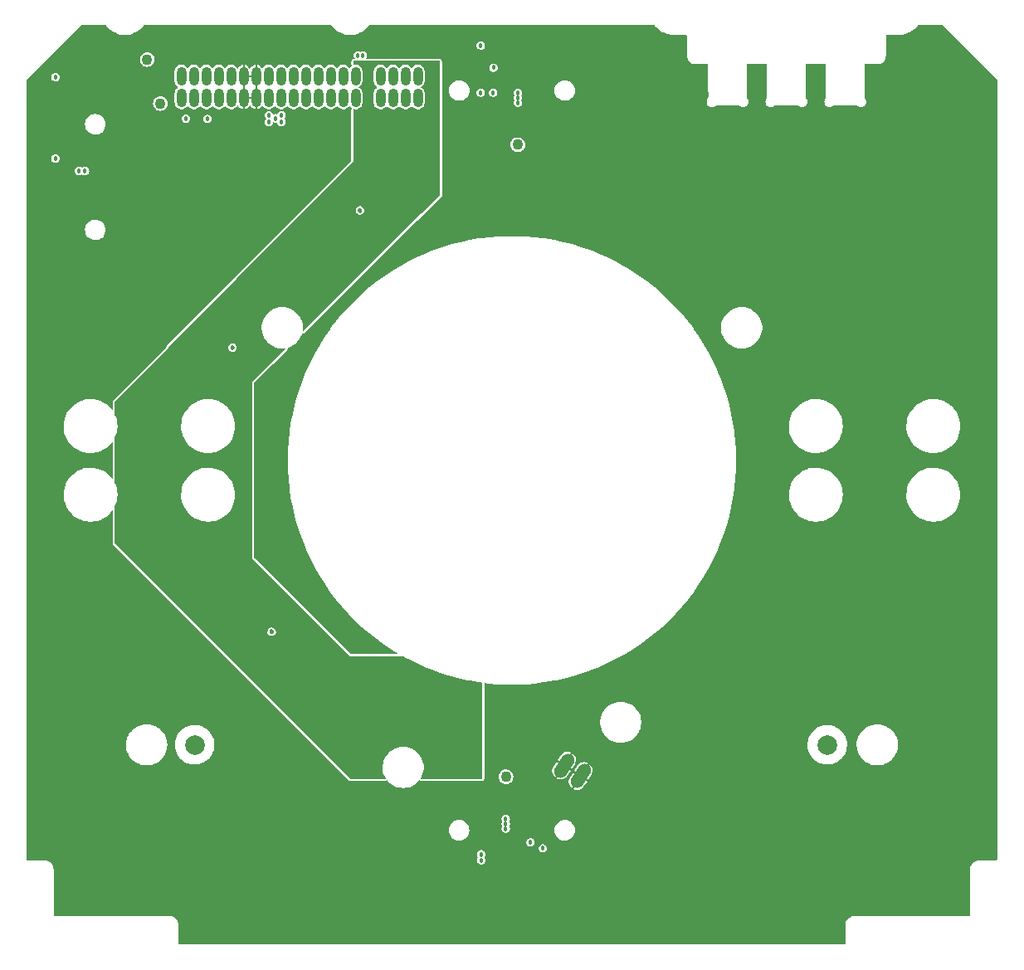
<source format=gbr>
%TF.GenerationSoftware,KiCad,Pcbnew,6.0.11+dfsg-1*%
%TF.CreationDate,2023-02-20T23:54:33-08:00*%
%TF.ProjectId,minusz-end-card-oresat0,6d696e75-737a-42d6-956e-642d63617264,rev?*%
%TF.SameCoordinates,Original*%
%TF.FileFunction,Copper,L2,Inr*%
%TF.FilePolarity,Positive*%
%FSLAX46Y46*%
G04 Gerber Fmt 4.6, Leading zero omitted, Abs format (unit mm)*
G04 Created by KiCad (PCBNEW 6.0.11+dfsg-1) date 2023-02-20 23:54:33*
%MOMM*%
%LPD*%
G01*
G04 APERTURE LIST*
G04 Aperture macros list*
%AMHorizOval*
0 Thick line with rounded ends*
0 $1 width*
0 $2 $3 position (X,Y) of the first rounded end (center of the circle)*
0 $4 $5 position (X,Y) of the second rounded end (center of the circle)*
0 Add line between two ends*
20,1,$1,$2,$3,$4,$5,0*
0 Add two circle primitives to create the rounded ends*
1,1,$1,$2,$3*
1,1,$1,$4,$5*%
G04 Aperture macros list end*
%TA.AperFunction,ComponentPad*%
%ADD10C,1.100000*%
%TD*%
%TA.AperFunction,ComponentPad*%
%ADD11O,0.965200X1.930400*%
%TD*%
%TA.AperFunction,ComponentPad*%
%ADD12C,2.000000*%
%TD*%
%TA.AperFunction,ComponentPad*%
%ADD13HorizOval,1.350000X-0.361186X-0.570237X0.361186X0.570237X0*%
%TD*%
%TA.AperFunction,ViaPad*%
%ADD14C,0.457200*%
%TD*%
G04 APERTURE END LIST*
D10*
%TO.N,/CONNECTORS/-X_AUX*%
%TO.C,TP6*%
X149100002Y-70299993D03*
%TD*%
D11*
%TO.N,/CONNECTORS/MAG-SDA*%
%TO.C,J1*%
X138911502Y-63293193D03*
X138911502Y-65528393D03*
%TO.N,/CONNECTORS/MAG-SCL*%
X137641502Y-63293193D03*
X137641502Y-65528393D03*
%TO.N,/CONNECTORS/MAG-POWER*%
X136371502Y-63293193D03*
X136371502Y-65528393D03*
%TO.N,unconnected-(J1-Pad7)*%
X135101502Y-63293193D03*
%TO.N,unconnected-(J1-Pad8)*%
X135101502Y-65528393D03*
%TO.N,/CONNECTORS/TURNSTILE-DEPLOY*%
X133831502Y-63293193D03*
X133831502Y-65528393D03*
%TO.N,unconnected-(J1-Pad11)*%
X132561502Y-63293193D03*
%TO.N,unconnected-(J1-Pad12)*%
X132561502Y-65528393D03*
%TO.N,unconnected-(J1-Pad13)*%
X131291502Y-63293193D03*
%TO.N,unconnected-(J1-Pad14)*%
X131291502Y-65528393D03*
%TO.N,unconnected-(J1-Pad15)*%
X130021502Y-63293193D03*
%TO.N,unconnected-(J1-Pad16)*%
X130021502Y-65528393D03*
%TO.N,unconnected-(J1-Pad17)*%
X128751502Y-63293193D03*
%TO.N,unconnected-(J1-Pad18)*%
X128751502Y-65528393D03*
%TO.N,unconnected-(J1-Pad19)*%
X127481502Y-63293193D03*
%TO.N,unconnected-(J1-Pad20)*%
X127481502Y-65528393D03*
%TO.N,unconnected-(J1-Pad21)*%
X126211502Y-63293193D03*
%TO.N,unconnected-(J1-Pad22)*%
X126211502Y-65528393D03*
%TO.N,VBUS*%
X124941502Y-63293193D03*
X124941502Y-65528393D03*
X123671502Y-63293193D03*
X123671502Y-65528393D03*
%TO.N,GND*%
X122401502Y-63293193D03*
X122401502Y-65528393D03*
X121131502Y-63293193D03*
X121131502Y-65528393D03*
%TO.N,unconnected-(J1-Pad31)*%
X119861502Y-63293193D03*
%TO.N,unconnected-(J1-Pad32)*%
X119861502Y-65528393D03*
%TO.N,/CONNECTORS/CAN1_H*%
X118591502Y-63293193D03*
X118591502Y-65528393D03*
%TO.N,/CONNECTORS/CAN1_L*%
X117321502Y-63293193D03*
X117321502Y-65528393D03*
%TO.N,/CONNECTORS/C3-UART-TX*%
X116051502Y-63293193D03*
%TO.N,/CONNECTORS/C3-UART-RX*%
X116051502Y-65528393D03*
%TO.N,/CONNECTORS/~{SD}*%
X114781502Y-63293193D03*
X114781502Y-65528393D03*
%TD*%
D10*
%TO.N,/CONNECTORS/C3-UART-TX*%
%TO.C,TP1*%
X111300002Y-61599993D03*
%TD*%
%TO.N,/CONNECTORS/+X_AUX*%
%TO.C,TP4*%
X147900002Y-134799993D03*
%TD*%
D12*
%TO.N,/UHF/UHF*%
%TO.C,J6*%
X116138459Y-131534934D03*
%TD*%
%TO.N,/L BAND/LBAND*%
%TO.C,J4*%
X180687300Y-131534900D03*
%TD*%
D10*
%TO.N,/CONNECTORS/C3-UART-RX*%
%TO.C,TP2*%
X112647902Y-66087193D03*
%TD*%
D13*
%TO.N,/CONNECTORS/TURNSTILE-DEPLOY*%
%TO.C,R1*%
X141488200Y-125837710D03*
X143177790Y-126907889D03*
%TO.N,GND*%
X153822210Y-133650021D03*
X155511800Y-134720200D03*
%TD*%
D14*
%TO.N,/CONNECTORS/MAG-SDA*%
X101929102Y-63394793D03*
%TO.N,GND*%
X183200000Y-95000000D03*
X180800000Y-88200000D03*
X175400000Y-102400000D03*
X184200000Y-79200000D03*
X180800000Y-76200000D03*
X172400000Y-125800000D03*
X160000000Y-70000000D03*
X197600002Y-90399993D03*
X183000000Y-145500000D03*
X152000000Y-148500000D03*
X180700000Y-133900000D03*
X155000000Y-125000000D03*
X159000000Y-124000000D03*
X180800000Y-79200000D03*
X158000000Y-148500000D03*
X125000000Y-110000000D03*
X99600002Y-114399993D03*
X108000000Y-145000000D03*
X180800000Y-70200000D03*
X172900000Y-77600000D03*
X165000000Y-135000000D03*
X140600002Y-58399993D03*
X171956902Y-68195393D03*
X107900002Y-148699993D03*
X109900002Y-72999993D03*
X124000000Y-120000000D03*
X183800000Y-103800000D03*
X180800000Y-90400000D03*
X99600002Y-102399993D03*
X185800000Y-117800000D03*
X193800000Y-133400000D03*
X172000000Y-70300000D03*
X99600002Y-122399993D03*
X180000000Y-120000000D03*
X110000000Y-115000000D03*
X181000000Y-92800000D03*
X171800000Y-123400000D03*
X170000000Y-114000000D03*
X190200000Y-127400000D03*
X166100002Y-59399993D03*
X122000000Y-135000000D03*
X197600002Y-142399993D03*
X140000000Y-80000000D03*
X105000000Y-130000000D03*
X193800000Y-121400000D03*
X197600002Y-66399993D03*
X150000000Y-130000000D03*
X187400000Y-94600000D03*
X197600002Y-106399993D03*
X189400000Y-121600000D03*
X117000000Y-135000000D03*
X163000000Y-142000000D03*
X99600002Y-70399993D03*
X168000000Y-77600000D03*
X175400000Y-96400000D03*
X190100002Y-148699993D03*
X168000000Y-74600000D03*
X183400002Y-148699993D03*
X140000000Y-148500000D03*
X140600002Y-151299993D03*
X128000000Y-141000000D03*
X110000000Y-125000000D03*
X99600002Y-90399993D03*
X197600002Y-98399993D03*
X193800000Y-124400000D03*
X180800000Y-82200000D03*
X183500000Y-140000000D03*
X105000000Y-120000000D03*
X126000000Y-139000000D03*
X174800000Y-72200000D03*
X181500000Y-142000000D03*
X183800000Y-115800000D03*
X187400000Y-109800000D03*
X180800000Y-73200000D03*
X179000000Y-148400000D03*
X175400000Y-99400000D03*
X149000000Y-148500000D03*
X173500002Y-62399993D03*
X145000000Y-75000000D03*
X99600002Y-86399993D03*
X162200000Y-145200000D03*
X147200000Y-145200000D03*
X120000000Y-91000000D03*
X121000000Y-139000000D03*
X180800000Y-79200000D03*
X175400000Y-108400000D03*
X167400002Y-62399993D03*
X113200002Y-148699993D03*
X134000000Y-148500000D03*
X197600002Y-94399993D03*
X170000000Y-130000000D03*
X110000000Y-135000000D03*
X129000000Y-147000000D03*
X124000000Y-100000000D03*
X176600000Y-94600000D03*
X182300000Y-133400000D03*
X171800000Y-117400000D03*
X180600002Y-151299993D03*
X184200000Y-70200000D03*
X191000000Y-137500000D03*
X176000000Y-148500000D03*
X197600002Y-86399993D03*
X138200000Y-145200000D03*
X159200000Y-145200000D03*
X174800000Y-84200000D03*
X99600002Y-82399993D03*
X184200000Y-76200000D03*
X110000000Y-90000000D03*
X131000000Y-148300000D03*
X165000000Y-130000000D03*
X180800000Y-79200000D03*
X169000000Y-70300000D03*
X120600002Y-151299993D03*
X197600002Y-122399993D03*
X180800000Y-85200000D03*
X184200000Y-73200000D03*
X197600002Y-82399993D03*
X175400000Y-105400000D03*
X190000000Y-85000000D03*
X161000000Y-82000000D03*
X170000000Y-148500000D03*
X184656902Y-68195393D03*
X148000000Y-78000000D03*
X180800000Y-76200000D03*
X117900000Y-129900000D03*
X178200000Y-75200000D03*
X111100002Y-58399993D03*
X144600002Y-151299993D03*
X123000000Y-141000000D03*
X175400000Y-120400000D03*
X185600002Y-65299993D03*
X195000000Y-90000000D03*
X128600002Y-151299993D03*
X172000000Y-72800000D03*
X132000000Y-120000000D03*
X156600002Y-151299993D03*
X178200000Y-69200000D03*
X178200000Y-92800000D03*
X116200000Y-129200000D03*
X167400002Y-64899993D03*
X175400000Y-114400000D03*
X115000000Y-126000000D03*
X184200000Y-82200000D03*
X146577302Y-139598593D03*
X163600002Y-62399993D03*
X193800000Y-130400000D03*
X183800000Y-106800000D03*
X169035902Y-68195393D03*
X174800000Y-87200000D03*
X135200000Y-145200000D03*
X187400000Y-103800000D03*
X197600002Y-114399993D03*
X99600002Y-74399993D03*
X171800000Y-99400000D03*
X130000000Y-143000000D03*
X99600002Y-106399993D03*
X195000000Y-70000000D03*
X99600002Y-118399993D03*
X104600002Y-58399993D03*
X195000000Y-80000000D03*
X99600002Y-142399993D03*
X102100002Y-144199993D03*
X133000000Y-77000000D03*
X115000000Y-75000000D03*
X114600000Y-133400000D03*
X185600002Y-62399993D03*
X171800000Y-114400000D03*
X197600002Y-74399993D03*
X175400000Y-117400000D03*
X181000000Y-147500000D03*
X173000000Y-74600000D03*
X180700000Y-129100000D03*
X120000000Y-80000000D03*
X171800000Y-111400000D03*
X187600000Y-119600000D03*
X184200000Y-88200000D03*
X108400002Y-63299993D03*
X193000000Y-135500000D03*
X155000000Y-75000000D03*
X187400000Y-112800000D03*
X185000000Y-90000000D03*
X190200000Y-132200000D03*
X179500002Y-65399993D03*
X153000000Y-79000000D03*
X116600002Y-151299993D03*
X187000000Y-141500000D03*
X180800000Y-73200000D03*
X188400000Y-115200000D03*
X178200000Y-84200000D03*
X124600002Y-151299993D03*
X172600002Y-151299993D03*
X189500000Y-134000000D03*
X116100000Y-134000000D03*
X165200000Y-145200000D03*
X171200000Y-145200000D03*
X171800000Y-105400000D03*
X99600002Y-134399993D03*
X175600000Y-123300000D03*
X179500002Y-62399993D03*
X180542102Y-68195393D03*
X190200000Y-130400000D03*
X197600002Y-130399993D03*
X173600000Y-68200000D03*
X128000000Y-115000000D03*
X143000000Y-79000000D03*
X165000000Y-120000000D03*
X174200000Y-145200000D03*
X197600002Y-110399993D03*
X171800000Y-120400000D03*
X115000000Y-85000000D03*
X124000000Y-137000000D03*
X185200000Y-92000000D03*
X114300000Y-129900000D03*
X197600002Y-138399993D03*
X185000000Y-143500000D03*
X120000000Y-133000000D03*
X144200000Y-145200000D03*
X178200000Y-72200000D03*
X146577302Y-135598593D03*
X184200000Y-85200000D03*
X125000000Y-75000000D03*
X183800000Y-109800000D03*
X177000000Y-125400000D03*
X183800000Y-112800000D03*
X182500000Y-129900000D03*
X178200000Y-90400000D03*
X171800000Y-96400000D03*
X164600002Y-151299993D03*
X176400000Y-129800000D03*
X178200000Y-87200000D03*
X190000000Y-145000000D03*
X169000000Y-72800000D03*
X174800000Y-69200000D03*
X174800000Y-75200000D03*
X141200000Y-145200000D03*
X118600002Y-58399993D03*
X178100000Y-131600000D03*
X115000000Y-145000000D03*
X125000000Y-143000000D03*
X165000000Y-75000000D03*
X152300002Y-58399993D03*
X161000000Y-148500000D03*
X119000000Y-137000000D03*
X150200000Y-145200000D03*
X99600002Y-78399993D03*
X172400000Y-93500000D03*
X146577302Y-136098593D03*
X124000000Y-106000000D03*
X154000000Y-129000000D03*
X99600002Y-126399993D03*
X197600002Y-134399993D03*
X190000000Y-65000000D03*
X192300002Y-58499993D03*
X165000000Y-85000000D03*
X136600002Y-151299993D03*
X118600000Y-131500000D03*
X99600002Y-98399993D03*
X197600002Y-126399993D03*
X195000002Y-148699993D03*
X176600002Y-151299993D03*
X110000000Y-85000000D03*
X137000000Y-148500000D03*
X155000000Y-148500000D03*
X175000000Y-135000000D03*
X105000000Y-90000000D03*
X178600000Y-68200000D03*
X192200000Y-119000000D03*
X162900002Y-58399993D03*
X167000000Y-148500000D03*
X187500000Y-136000000D03*
X156200000Y-145200000D03*
X187400000Y-97800000D03*
X127000000Y-145000000D03*
X180800000Y-76200000D03*
X180000000Y-115000000D03*
X167000000Y-87000000D03*
X160600002Y-151299993D03*
X143000000Y-148500000D03*
X168200000Y-145200000D03*
X185000000Y-125000000D03*
X132200000Y-144800000D03*
X146000000Y-148500000D03*
X174800000Y-78200000D03*
X189000000Y-139500000D03*
X171800000Y-102400000D03*
X180800000Y-82200000D03*
X173000000Y-148500000D03*
X165000000Y-125000000D03*
X99600002Y-66399993D03*
X174600000Y-91200000D03*
X153200000Y-145200000D03*
X193800000Y-127400000D03*
X197600002Y-102399993D03*
X146577302Y-139098593D03*
X174800000Y-81200000D03*
X175400000Y-111400000D03*
X185500000Y-138000000D03*
X171800000Y-108400000D03*
X197600002Y-78399993D03*
X160000000Y-80000000D03*
X183800000Y-100800000D03*
X116700002Y-61999993D03*
X168600002Y-151299993D03*
X134000000Y-84000000D03*
X174200000Y-127600000D03*
X99600002Y-138399993D03*
X176900000Y-145200000D03*
X197600002Y-70399993D03*
X102000002Y-148699993D03*
X178200000Y-81200000D03*
X190200000Y-117000000D03*
X187400000Y-100800000D03*
X126000000Y-93000000D03*
X190000000Y-75000000D03*
X132600002Y-151299993D03*
X190200000Y-124400000D03*
X148600002Y-151299993D03*
X99600002Y-110399993D03*
X148000000Y-127000000D03*
X187400000Y-106800000D03*
X152600002Y-151299993D03*
X99600002Y-130399993D03*
X197600002Y-118399993D03*
X178200000Y-78200000D03*
X179500000Y-144000000D03*
X179200000Y-127600000D03*
X173500002Y-65399993D03*
X178900000Y-133300000D03*
X183800000Y-97800000D03*
X164000000Y-148500000D03*
X99600002Y-94399993D03*
X154600002Y-68999993D03*
X191600002Y-64999993D03*
X195000002Y-144199993D03*
X170500000Y-77900000D03*
%TO.N,/CONNECTORS/MAG-SCL*%
X101929102Y-71700593D03*
%TO.N,/CONNECTORS/MAG-POWER*%
X104350002Y-72970593D03*
X104950002Y-72970593D03*
%TO.N,/CONNECTORS/~{SD}*%
X133300002Y-61199993D03*
X145362702Y-142700000D03*
X145362702Y-143300000D03*
X132800002Y-61199993D03*
%TO.N,/CONNECTORS/CAN1_H*%
X146628860Y-62433835D03*
X150397302Y-141500000D03*
X117448502Y-67661993D03*
X146601902Y-65000793D03*
%TO.N,/CONNECTORS/CAN1_L*%
X145331902Y-65000793D03*
X115237402Y-67642749D03*
X151662702Y-142100000D03*
X145331902Y-60180161D03*
%TO.N,/CONNECTORS/TURNSTILE-DEPLOY*%
X134491902Y-69668593D03*
X133191902Y-68968593D03*
X134491902Y-68968593D03*
X133891902Y-69368593D03*
X133191902Y-69668593D03*
%TO.N,VBUS*%
X147877702Y-140094793D03*
X123700002Y-67299993D03*
X123700002Y-67999993D03*
X124400002Y-67599993D03*
X147877702Y-139094793D03*
X125000002Y-67999993D03*
X147877702Y-139594793D03*
X125000002Y-67299993D03*
X149122302Y-65020393D03*
X149122302Y-66010993D03*
X149122302Y-65502993D03*
%TD*%
%TA.AperFunction,Conductor*%
%TO.N,GND*%
G36*
X107076671Y-58095699D02*
G01*
X107080560Y-58100458D01*
X107108812Y-58143095D01*
X107109422Y-58143807D01*
X107109425Y-58143811D01*
X107299327Y-58365466D01*
X107299945Y-58366187D01*
X107517045Y-58564099D01*
X107517818Y-58564646D01*
X107517819Y-58564647D01*
X107756046Y-58733285D01*
X107756053Y-58733289D01*
X107756821Y-58733833D01*
X107757651Y-58734279D01*
X107757658Y-58734283D01*
X107939211Y-58831774D01*
X108015638Y-58872815D01*
X108289572Y-58978937D01*
X108574471Y-59050592D01*
X108866016Y-59086693D01*
X109159788Y-59086693D01*
X109451333Y-59050592D01*
X109736232Y-58978937D01*
X110010166Y-58872815D01*
X110086593Y-58831774D01*
X110268146Y-58734283D01*
X110268153Y-58734279D01*
X110268983Y-58733833D01*
X110269751Y-58733289D01*
X110269758Y-58733285D01*
X110507985Y-58564647D01*
X110507986Y-58564646D01*
X110508759Y-58564099D01*
X110725859Y-58366187D01*
X110726477Y-58365466D01*
X110916379Y-58143811D01*
X110916382Y-58143807D01*
X110916992Y-58143095D01*
X110945244Y-58100458D01*
X110964762Y-58087307D01*
X110970877Y-58086693D01*
X130054927Y-58086693D01*
X130076671Y-58095699D01*
X130080560Y-58100458D01*
X130108812Y-58143095D01*
X130109422Y-58143807D01*
X130109425Y-58143811D01*
X130299327Y-58365466D01*
X130299945Y-58366187D01*
X130517045Y-58564099D01*
X130517818Y-58564646D01*
X130517819Y-58564647D01*
X130756046Y-58733285D01*
X130756053Y-58733289D01*
X130756821Y-58733833D01*
X130757651Y-58734279D01*
X130757658Y-58734283D01*
X130939211Y-58831774D01*
X131015638Y-58872815D01*
X131289572Y-58978937D01*
X131574471Y-59050592D01*
X131866016Y-59086693D01*
X132159788Y-59086693D01*
X132451333Y-59050592D01*
X132736232Y-58978937D01*
X133010166Y-58872815D01*
X133086593Y-58831774D01*
X133268146Y-58734283D01*
X133268153Y-58734279D01*
X133268983Y-58733833D01*
X133269751Y-58733289D01*
X133269758Y-58733285D01*
X133507985Y-58564647D01*
X133507986Y-58564646D01*
X133508759Y-58564099D01*
X133725859Y-58366187D01*
X133726477Y-58365466D01*
X133916379Y-58143811D01*
X133916382Y-58143807D01*
X133916992Y-58143095D01*
X133945244Y-58100458D01*
X133964762Y-58087307D01*
X133970877Y-58086693D01*
X163054520Y-58086693D01*
X163076264Y-58095699D01*
X163080211Y-58100546D01*
X163084363Y-58106859D01*
X163099409Y-58129735D01*
X163099981Y-58130417D01*
X163099985Y-58130422D01*
X163277159Y-58341571D01*
X163277161Y-58341573D01*
X163277726Y-58342246D01*
X163479509Y-58532619D01*
X163702028Y-58698279D01*
X163702796Y-58698723D01*
X163702803Y-58698727D01*
X163877675Y-58799689D01*
X163942275Y-58836986D01*
X163943106Y-58837344D01*
X163943109Y-58837346D01*
X164025336Y-58872815D01*
X164197001Y-58946864D01*
X164462760Y-59026427D01*
X164496204Y-59032324D01*
X164735084Y-59074445D01*
X164735086Y-59074445D01*
X164735958Y-59074599D01*
X164736839Y-59074650D01*
X164736845Y-59074651D01*
X164894031Y-59083806D01*
X165004203Y-59090223D01*
X165007221Y-59090549D01*
X165010509Y-59091070D01*
X165010515Y-59091070D01*
X165012902Y-59091448D01*
X165040531Y-59087072D01*
X165045340Y-59086693D01*
X166212489Y-59086693D01*
X166217303Y-59087072D01*
X166244912Y-59091448D01*
X166247300Y-59091070D01*
X166247303Y-59091070D01*
X166252798Y-59090200D01*
X166263607Y-59090413D01*
X166284295Y-59094530D01*
X166295376Y-59099121D01*
X166323679Y-59118032D01*
X166332162Y-59126514D01*
X166351074Y-59154812D01*
X166355666Y-59165893D01*
X166359755Y-59186430D01*
X166359970Y-59197234D01*
X166358698Y-59205276D01*
X166359077Y-59207665D01*
X166359077Y-59207669D01*
X166363073Y-59232859D01*
X166363453Y-59237676D01*
X166363453Y-61172792D01*
X166363075Y-61177597D01*
X166358698Y-61205265D01*
X166359728Y-61211754D01*
X166359730Y-61211769D01*
X166359960Y-61213566D01*
X166375101Y-61367028D01*
X166376189Y-61378054D01*
X166426612Y-61544198D01*
X166508475Y-61697317D01*
X166618632Y-61831526D01*
X166752851Y-61941670D01*
X166905977Y-62023519D01*
X166907420Y-62023957D01*
X166907423Y-62023958D01*
X167003564Y-62053126D01*
X167072126Y-62073927D01*
X167167646Y-62083342D01*
X167174813Y-62084930D01*
X167178455Y-62086209D01*
X167180381Y-62086376D01*
X167180382Y-62086376D01*
X167180981Y-62086428D01*
X167184044Y-62086693D01*
X167200128Y-62086693D01*
X167203144Y-62086841D01*
X167235851Y-62090065D01*
X167237650Y-62090296D01*
X167239117Y-62090528D01*
X167244917Y-62091448D01*
X167247305Y-62091070D01*
X167247307Y-62091070D01*
X167272568Y-62087071D01*
X167277376Y-62086693D01*
X168487959Y-62086693D01*
X168509703Y-62095699D01*
X168518709Y-62117443D01*
X168518709Y-64586596D01*
X168518330Y-64591406D01*
X168513642Y-64621004D01*
X168514843Y-64628584D01*
X168515143Y-64631199D01*
X168526463Y-64789462D01*
X168531523Y-64860206D01*
X168535638Y-64879120D01*
X168540699Y-64902387D01*
X168541402Y-64908923D01*
X168541402Y-65372752D01*
X168541023Y-65377562D01*
X168536647Y-65405188D01*
X168537026Y-65407580D01*
X168537813Y-65412548D01*
X168538043Y-65414340D01*
X168540383Y-65438101D01*
X168545913Y-65494250D01*
X168539081Y-65516772D01*
X168537918Y-65518055D01*
X168536699Y-65518990D01*
X168535471Y-65520591D01*
X168459520Y-65619573D01*
X168449902Y-65632107D01*
X168449129Y-65633973D01*
X168399825Y-65753004D01*
X168395339Y-65763833D01*
X168376729Y-65905193D01*
X168395339Y-66046553D01*
X168396111Y-66048416D01*
X168396111Y-66048417D01*
X168434308Y-66140633D01*
X168449902Y-66178279D01*
X168451130Y-66179880D01*
X168451131Y-66179881D01*
X168514927Y-66263022D01*
X168536699Y-66291396D01*
X168538302Y-66292626D01*
X168594023Y-66335382D01*
X168649815Y-66378193D01*
X168651681Y-66378966D01*
X168651683Y-66378967D01*
X168779675Y-66431983D01*
X168779677Y-66431984D01*
X168781542Y-66432756D01*
X168922902Y-66451366D01*
X169064262Y-66432756D01*
X169066127Y-66431984D01*
X169066129Y-66431983D01*
X169194121Y-66378967D01*
X169194123Y-66378966D01*
X169195989Y-66378193D01*
X169251782Y-66335382D01*
X169307502Y-66292626D01*
X169309105Y-66291396D01*
X169309511Y-66290867D01*
X169330828Y-66282038D01*
X169333833Y-66282185D01*
X169345598Y-66283345D01*
X169352768Y-66284932D01*
X169356404Y-66286209D01*
X169361993Y-66286693D01*
X169378091Y-66286693D01*
X169381105Y-66286841D01*
X169413825Y-66290064D01*
X169415617Y-66290294D01*
X169422904Y-66291448D01*
X169450533Y-66287072D01*
X169455342Y-66286693D01*
X169983057Y-66286693D01*
X169985249Y-66286771D01*
X169989459Y-66287072D01*
X170184860Y-66301046D01*
X170187476Y-66301346D01*
X170192824Y-66302193D01*
X170192826Y-66302193D01*
X170195213Y-66302571D01*
X170224816Y-66297882D01*
X170229627Y-66297503D01*
X170770402Y-66297503D01*
X170775212Y-66297882D01*
X170804812Y-66302570D01*
X170812489Y-66301354D01*
X170815096Y-66301055D01*
X171014780Y-66286771D01*
X171016974Y-66286693D01*
X171570465Y-66286693D01*
X171575275Y-66287072D01*
X171602904Y-66291448D01*
X171610037Y-66290318D01*
X171611828Y-66290088D01*
X171622610Y-66289026D01*
X171691970Y-66282194D01*
X171714491Y-66289026D01*
X171715768Y-66290182D01*
X171716699Y-66291396D01*
X171718302Y-66292626D01*
X171774023Y-66335382D01*
X171829815Y-66378193D01*
X171831681Y-66378966D01*
X171831683Y-66378967D01*
X171959675Y-66431983D01*
X171959677Y-66431984D01*
X171961542Y-66432756D01*
X172102902Y-66451366D01*
X172244262Y-66432756D01*
X172246127Y-66431984D01*
X172246129Y-66431983D01*
X172374121Y-66378967D01*
X172374123Y-66378966D01*
X172375989Y-66378193D01*
X172431782Y-66335382D01*
X172487502Y-66292626D01*
X172489105Y-66291396D01*
X172510877Y-66263022D01*
X172574673Y-66179881D01*
X172574674Y-66179880D01*
X172575902Y-66178279D01*
X172591496Y-66140633D01*
X172629693Y-66048417D01*
X172629693Y-66048416D01*
X172630465Y-66046553D01*
X172649075Y-65905193D01*
X172630465Y-65763833D01*
X172625980Y-65753004D01*
X172576675Y-65633973D01*
X172575902Y-65632107D01*
X172566285Y-65619573D01*
X172490335Y-65520593D01*
X172490333Y-65520591D01*
X172489105Y-65518990D01*
X172488577Y-65518585D01*
X172479748Y-65497268D01*
X172479896Y-65494256D01*
X172481047Y-65482561D01*
X172481054Y-65482496D01*
X172482641Y-65475327D01*
X172483918Y-65471691D01*
X172484402Y-65466102D01*
X172484402Y-65450005D01*
X172484550Y-65446991D01*
X172487773Y-65414265D01*
X172488004Y-65412469D01*
X172488778Y-65407582D01*
X172488778Y-65407580D01*
X172489157Y-65405188D01*
X172484781Y-65377562D01*
X172484402Y-65372752D01*
X172484402Y-64638721D01*
X172484480Y-64636527D01*
X172484850Y-64631354D01*
X172485150Y-64628739D01*
X172485997Y-64623392D01*
X172485997Y-64623390D01*
X172486375Y-64621003D01*
X172484781Y-64610939D01*
X172484402Y-64606129D01*
X172484402Y-62117443D01*
X172493408Y-62095699D01*
X172515152Y-62086693D01*
X174487952Y-62086693D01*
X174509696Y-62095699D01*
X174518702Y-62117443D01*
X174518702Y-64586584D01*
X174518323Y-64591394D01*
X174513635Y-64620991D01*
X174514868Y-64628776D01*
X174515167Y-64631377D01*
X174531531Y-64860191D01*
X174531764Y-64861262D01*
X174540699Y-64902337D01*
X174541402Y-64908873D01*
X174541402Y-65372752D01*
X174541023Y-65377562D01*
X174536647Y-65405188D01*
X174537026Y-65407580D01*
X174537813Y-65412548D01*
X174538043Y-65414340D01*
X174540383Y-65438101D01*
X174545913Y-65494250D01*
X174539081Y-65516772D01*
X174537918Y-65518055D01*
X174536699Y-65518990D01*
X174535471Y-65520591D01*
X174459520Y-65619573D01*
X174449902Y-65632107D01*
X174449129Y-65633973D01*
X174399825Y-65753004D01*
X174395339Y-65763833D01*
X174376729Y-65905193D01*
X174395339Y-66046553D01*
X174396111Y-66048416D01*
X174396111Y-66048417D01*
X174434308Y-66140633D01*
X174449902Y-66178279D01*
X174451130Y-66179880D01*
X174451131Y-66179881D01*
X174514927Y-66263022D01*
X174536699Y-66291396D01*
X174538302Y-66292626D01*
X174594023Y-66335382D01*
X174649815Y-66378193D01*
X174651681Y-66378966D01*
X174651683Y-66378967D01*
X174779675Y-66431983D01*
X174779677Y-66431984D01*
X174781542Y-66432756D01*
X174922902Y-66451366D01*
X175064262Y-66432756D01*
X175066127Y-66431984D01*
X175066129Y-66431983D01*
X175194121Y-66378967D01*
X175194123Y-66378966D01*
X175195989Y-66378193D01*
X175251782Y-66335382D01*
X175307502Y-66292626D01*
X175309105Y-66291396D01*
X175309511Y-66290867D01*
X175330828Y-66282038D01*
X175333833Y-66282185D01*
X175345598Y-66283345D01*
X175352768Y-66284932D01*
X175356404Y-66286209D01*
X175361993Y-66286693D01*
X175378091Y-66286693D01*
X175381105Y-66286841D01*
X175413825Y-66290064D01*
X175415617Y-66290294D01*
X175422904Y-66291448D01*
X175450533Y-66287072D01*
X175455342Y-66286693D01*
X175983200Y-66286693D01*
X175985393Y-66286771D01*
X176016924Y-66289026D01*
X176184852Y-66301036D01*
X176187467Y-66301336D01*
X176192814Y-66302183D01*
X176192817Y-66302183D01*
X176195204Y-66302561D01*
X176224808Y-66297872D01*
X176229619Y-66297493D01*
X176770395Y-66297493D01*
X176775205Y-66297872D01*
X176797164Y-66301350D01*
X176804803Y-66302560D01*
X176812445Y-66301349D01*
X176815055Y-66301050D01*
X177012754Y-66286910D01*
X177014698Y-66286771D01*
X177016891Y-66286693D01*
X177570465Y-66286693D01*
X177575275Y-66287072D01*
X177602904Y-66291448D01*
X177610037Y-66290318D01*
X177611828Y-66290088D01*
X177622610Y-66289026D01*
X177691970Y-66282194D01*
X177714491Y-66289026D01*
X177715768Y-66290182D01*
X177716699Y-66291396D01*
X177718302Y-66292626D01*
X177774023Y-66335382D01*
X177829815Y-66378193D01*
X177831681Y-66378966D01*
X177831683Y-66378967D01*
X177959675Y-66431983D01*
X177959677Y-66431984D01*
X177961542Y-66432756D01*
X178102902Y-66451366D01*
X178244262Y-66432756D01*
X178246127Y-66431984D01*
X178246129Y-66431983D01*
X178374121Y-66378967D01*
X178374123Y-66378966D01*
X178375989Y-66378193D01*
X178431782Y-66335382D01*
X178487502Y-66292626D01*
X178489105Y-66291396D01*
X178510877Y-66263022D01*
X178574673Y-66179881D01*
X178574674Y-66179880D01*
X178575902Y-66178279D01*
X178591496Y-66140633D01*
X178629693Y-66048417D01*
X178629693Y-66048416D01*
X178630465Y-66046553D01*
X178649075Y-65905193D01*
X178630465Y-65763833D01*
X178625980Y-65753004D01*
X178576675Y-65633973D01*
X178575902Y-65632107D01*
X178566285Y-65619573D01*
X178490335Y-65520593D01*
X178490333Y-65520591D01*
X178489105Y-65518990D01*
X178488577Y-65518585D01*
X178479748Y-65497268D01*
X178479896Y-65494256D01*
X178481047Y-65482561D01*
X178481054Y-65482496D01*
X178482641Y-65475327D01*
X178483918Y-65471691D01*
X178484402Y-65466102D01*
X178484402Y-65450005D01*
X178484550Y-65446991D01*
X178487773Y-65414265D01*
X178488004Y-65412469D01*
X178488778Y-65407582D01*
X178488778Y-65407580D01*
X178489157Y-65405188D01*
X178484781Y-65377562D01*
X178484402Y-65372752D01*
X178484402Y-64638609D01*
X178484480Y-64636415D01*
X178484843Y-64631341D01*
X178485143Y-64628726D01*
X178485990Y-64623378D01*
X178485990Y-64623376D01*
X178486368Y-64620989D01*
X178484781Y-64610970D01*
X178484402Y-64606159D01*
X178484402Y-62117443D01*
X178493408Y-62095699D01*
X178515152Y-62086693D01*
X180487952Y-62086693D01*
X180509696Y-62095699D01*
X180518702Y-62117443D01*
X180518702Y-64586584D01*
X180518323Y-64591394D01*
X180513635Y-64620991D01*
X180514868Y-64628776D01*
X180515167Y-64631377D01*
X180531531Y-64860191D01*
X180531764Y-64861262D01*
X180540699Y-64902337D01*
X180541402Y-64908873D01*
X180541402Y-65372752D01*
X180541023Y-65377562D01*
X180536647Y-65405188D01*
X180537026Y-65407580D01*
X180537813Y-65412548D01*
X180538043Y-65414340D01*
X180540383Y-65438101D01*
X180545913Y-65494250D01*
X180539081Y-65516772D01*
X180537918Y-65518055D01*
X180536699Y-65518990D01*
X180535471Y-65520591D01*
X180459520Y-65619573D01*
X180449902Y-65632107D01*
X180449129Y-65633973D01*
X180399825Y-65753004D01*
X180395339Y-65763833D01*
X180376729Y-65905193D01*
X180395339Y-66046553D01*
X180396111Y-66048416D01*
X180396111Y-66048417D01*
X180434308Y-66140633D01*
X180449902Y-66178279D01*
X180451130Y-66179880D01*
X180451131Y-66179881D01*
X180514927Y-66263022D01*
X180536699Y-66291396D01*
X180538302Y-66292626D01*
X180594023Y-66335382D01*
X180649815Y-66378193D01*
X180651681Y-66378966D01*
X180651683Y-66378967D01*
X180779675Y-66431983D01*
X180779677Y-66431984D01*
X180781542Y-66432756D01*
X180922902Y-66451366D01*
X181064262Y-66432756D01*
X181066127Y-66431984D01*
X181066129Y-66431983D01*
X181194121Y-66378967D01*
X181194123Y-66378966D01*
X181195989Y-66378193D01*
X181251782Y-66335382D01*
X181307502Y-66292626D01*
X181309105Y-66291396D01*
X181309511Y-66290867D01*
X181330828Y-66282038D01*
X181333833Y-66282185D01*
X181345598Y-66283345D01*
X181352768Y-66284932D01*
X181356404Y-66286209D01*
X181361993Y-66286693D01*
X181378091Y-66286693D01*
X181381105Y-66286841D01*
X181413825Y-66290064D01*
X181415617Y-66290294D01*
X181422904Y-66291448D01*
X181450533Y-66287072D01*
X181455342Y-66286693D01*
X181983200Y-66286693D01*
X181985393Y-66286771D01*
X182016924Y-66289026D01*
X182184852Y-66301036D01*
X182187467Y-66301336D01*
X182192814Y-66302183D01*
X182192817Y-66302183D01*
X182195204Y-66302561D01*
X182224808Y-66297872D01*
X182229619Y-66297493D01*
X182770395Y-66297493D01*
X182775205Y-66297872D01*
X182797164Y-66301350D01*
X182804803Y-66302560D01*
X182812445Y-66301349D01*
X182815055Y-66301050D01*
X183012754Y-66286910D01*
X183014698Y-66286771D01*
X183016891Y-66286693D01*
X183570465Y-66286693D01*
X183575275Y-66287072D01*
X183602904Y-66291448D01*
X183610037Y-66290318D01*
X183611828Y-66290088D01*
X183622610Y-66289026D01*
X183691970Y-66282194D01*
X183714491Y-66289026D01*
X183715768Y-66290182D01*
X183716699Y-66291396D01*
X183718302Y-66292626D01*
X183774023Y-66335382D01*
X183829815Y-66378193D01*
X183831681Y-66378966D01*
X183831683Y-66378967D01*
X183959675Y-66431983D01*
X183959677Y-66431984D01*
X183961542Y-66432756D01*
X184102902Y-66451366D01*
X184244262Y-66432756D01*
X184246127Y-66431984D01*
X184246129Y-66431983D01*
X184374121Y-66378967D01*
X184374123Y-66378966D01*
X184375989Y-66378193D01*
X184431782Y-66335382D01*
X184487502Y-66292626D01*
X184489105Y-66291396D01*
X184510877Y-66263022D01*
X184574673Y-66179881D01*
X184574674Y-66179880D01*
X184575902Y-66178279D01*
X184591496Y-66140633D01*
X184629693Y-66048417D01*
X184629693Y-66048416D01*
X184630465Y-66046553D01*
X184649075Y-65905193D01*
X184630465Y-65763833D01*
X184625980Y-65753004D01*
X184576675Y-65633973D01*
X184575902Y-65632107D01*
X184566285Y-65619573D01*
X184490335Y-65520593D01*
X184490333Y-65520591D01*
X184489105Y-65518990D01*
X184488577Y-65518585D01*
X184479748Y-65497268D01*
X184479896Y-65494256D01*
X184481047Y-65482561D01*
X184481054Y-65482496D01*
X184482641Y-65475327D01*
X184483918Y-65471691D01*
X184484402Y-65466102D01*
X184484402Y-65450005D01*
X184484550Y-65446991D01*
X184487773Y-65414265D01*
X184488004Y-65412469D01*
X184488778Y-65407582D01*
X184488778Y-65407580D01*
X184489157Y-65405188D01*
X184484781Y-65377562D01*
X184484402Y-65372752D01*
X184484402Y-64638609D01*
X184484480Y-64636415D01*
X184484843Y-64631341D01*
X184485143Y-64628726D01*
X184485990Y-64623378D01*
X184485990Y-64623376D01*
X184486368Y-64620989D01*
X184484781Y-64610970D01*
X184484402Y-64606159D01*
X184484402Y-62117443D01*
X184493408Y-62095699D01*
X184515152Y-62086693D01*
X185748389Y-62086693D01*
X185753203Y-62087072D01*
X185780813Y-62091448D01*
X185783201Y-62091070D01*
X185783203Y-62091070D01*
X185788806Y-62090183D01*
X185790602Y-62089953D01*
X185952121Y-62074060D01*
X185952124Y-62074059D01*
X185953622Y-62073912D01*
X186067824Y-62039279D01*
X186118345Y-62023958D01*
X186118347Y-62023957D01*
X186119792Y-62023519D01*
X186121123Y-62022808D01*
X186121127Y-62022806D01*
X186271608Y-61942383D01*
X186271610Y-61942382D01*
X186272936Y-61941673D01*
X186274097Y-61940721D01*
X186274102Y-61940717D01*
X186405993Y-61832487D01*
X186407169Y-61831522D01*
X186517332Y-61697298D01*
X186521979Y-61688606D01*
X186592686Y-61556327D01*
X186599190Y-61544160D01*
X186612513Y-61500243D01*
X186649159Y-61379439D01*
X186649597Y-61377995D01*
X186659002Y-61282498D01*
X186660590Y-61275327D01*
X186661867Y-61271691D01*
X186662351Y-61266102D01*
X186662351Y-61250003D01*
X186662499Y-61246989D01*
X186665722Y-61214265D01*
X186665953Y-61212469D01*
X186666727Y-61207582D01*
X186666727Y-61207581D01*
X186667106Y-61205188D01*
X186662730Y-61177562D01*
X186662351Y-61172752D01*
X186662351Y-59237634D01*
X186662730Y-59232823D01*
X186666727Y-59207591D01*
X186667106Y-59205198D01*
X186665857Y-59197314D01*
X186666069Y-59186505D01*
X186670175Y-59165868D01*
X186674767Y-59154783D01*
X186685518Y-59138695D01*
X186693651Y-59126524D01*
X186702135Y-59118041D01*
X186730395Y-59099161D01*
X186741479Y-59094571D01*
X186745691Y-59093734D01*
X186762283Y-59090436D01*
X186773089Y-59090225D01*
X186778419Y-59091069D01*
X186778420Y-59091069D01*
X186780812Y-59091448D01*
X186783200Y-59091070D01*
X186783202Y-59091070D01*
X186808465Y-59087071D01*
X186813272Y-59086693D01*
X187980464Y-59086693D01*
X187985273Y-59087072D01*
X188012902Y-59091448D01*
X188015289Y-59091070D01*
X188015294Y-59091070D01*
X188018531Y-59090557D01*
X188021547Y-59090231D01*
X188158218Y-59082271D01*
X188288960Y-59074656D01*
X188288966Y-59074655D01*
X188289847Y-59074604D01*
X188563046Y-59026431D01*
X188828805Y-58946867D01*
X188999688Y-58873155D01*
X189082696Y-58837349D01*
X189082702Y-58837346D01*
X189083530Y-58836989D01*
X189323777Y-58698281D01*
X189546297Y-58532621D01*
X189748079Y-58342248D01*
X189748641Y-58341579D01*
X189748646Y-58341573D01*
X189925821Y-58130423D01*
X189925825Y-58130418D01*
X189926397Y-58129736D01*
X189945595Y-58100546D01*
X189965067Y-58087328D01*
X189971286Y-58086693D01*
X192443866Y-58086693D01*
X192465610Y-58095699D01*
X198022396Y-63652485D01*
X198031402Y-63674229D01*
X198031402Y-143172757D01*
X198031023Y-143177567D01*
X198029025Y-143190186D01*
X198026647Y-143205198D01*
X198027894Y-143213067D01*
X198027896Y-143213082D01*
X198027684Y-143223892D01*
X198023575Y-143244548D01*
X198018984Y-143255632D01*
X198000093Y-143283906D01*
X197991608Y-143292391D01*
X197963333Y-143311283D01*
X197952251Y-143315874D01*
X197947505Y-143316818D01*
X197931616Y-143319979D01*
X197920810Y-143320191D01*
X197912900Y-143318938D01*
X197885271Y-143323314D01*
X197880462Y-143323693D01*
X196195342Y-143323693D01*
X196190533Y-143323314D01*
X196162904Y-143318938D01*
X196160516Y-143319316D01*
X196160513Y-143319316D01*
X196155461Y-143320116D01*
X196153667Y-143320346D01*
X195991602Y-143336308D01*
X195991600Y-143336308D01*
X195990101Y-143336456D01*
X195988657Y-143336894D01*
X195825387Y-143386419D01*
X195825383Y-143386421D01*
X195823938Y-143386859D01*
X195822606Y-143387571D01*
X195822601Y-143387573D01*
X195732674Y-143435640D01*
X195670802Y-143468711D01*
X195536577Y-143578865D01*
X195535620Y-143580031D01*
X195535619Y-143580032D01*
X195427377Y-143711923D01*
X195426420Y-143713089D01*
X195425713Y-143714412D01*
X195425711Y-143714415D01*
X195417301Y-143730149D01*
X195344566Y-143866224D01*
X195294159Y-144032385D01*
X195285391Y-144121402D01*
X195284752Y-144127885D01*
X195283165Y-144135054D01*
X195281886Y-144138695D01*
X195281402Y-144144284D01*
X195281402Y-144160381D01*
X195281254Y-144163395D01*
X195278448Y-144191890D01*
X195278032Y-144196109D01*
X195277804Y-144197884D01*
X195276647Y-144205188D01*
X195277026Y-144207581D01*
X195281023Y-144232819D01*
X195281402Y-144237629D01*
X195281402Y-148872757D01*
X195281023Y-148877567D01*
X195276647Y-148905198D01*
X195277894Y-148913067D01*
X195277896Y-148913082D01*
X195277684Y-148923892D01*
X195273575Y-148944548D01*
X195268984Y-148955632D01*
X195250093Y-148983906D01*
X195241608Y-148992391D01*
X195213333Y-149011283D01*
X195202251Y-149015874D01*
X195197505Y-149016818D01*
X195181616Y-149019979D01*
X195170810Y-149020191D01*
X195162900Y-149018938D01*
X195135271Y-149023314D01*
X195130462Y-149023693D01*
X183445342Y-149023693D01*
X183440533Y-149023314D01*
X183412904Y-149018938D01*
X183410516Y-149019316D01*
X183410513Y-149019316D01*
X183405461Y-149020116D01*
X183403667Y-149020346D01*
X183241602Y-149036308D01*
X183241600Y-149036308D01*
X183240101Y-149036456D01*
X183238657Y-149036894D01*
X183075387Y-149086419D01*
X183075383Y-149086421D01*
X183073938Y-149086859D01*
X183072606Y-149087571D01*
X183072601Y-149087573D01*
X182982674Y-149135640D01*
X182920802Y-149168711D01*
X182786577Y-149278865D01*
X182785620Y-149280031D01*
X182785619Y-149280032D01*
X182677377Y-149411923D01*
X182676420Y-149413089D01*
X182594566Y-149566224D01*
X182544159Y-149732385D01*
X182535391Y-149821402D01*
X182534752Y-149827885D01*
X182533165Y-149835054D01*
X182531886Y-149838695D01*
X182531402Y-149844284D01*
X182531402Y-149860381D01*
X182531254Y-149863395D01*
X182528448Y-149891890D01*
X182528032Y-149896109D01*
X182527804Y-149897884D01*
X182526647Y-149905188D01*
X182527026Y-149907581D01*
X182531023Y-149932819D01*
X182531402Y-149937629D01*
X182531402Y-151772757D01*
X182531023Y-151777567D01*
X182526647Y-151805198D01*
X182527894Y-151813067D01*
X182527896Y-151813082D01*
X182527684Y-151823892D01*
X182523575Y-151844548D01*
X182518984Y-151855632D01*
X182500093Y-151883906D01*
X182491608Y-151892391D01*
X182463333Y-151911283D01*
X182452251Y-151915874D01*
X182447505Y-151916818D01*
X182431616Y-151919979D01*
X182420810Y-151920191D01*
X182412900Y-151918938D01*
X182385271Y-151923314D01*
X182380462Y-151923693D01*
X114645339Y-151923693D01*
X114640529Y-151923314D01*
X114615293Y-151919317D01*
X114612900Y-151918938D01*
X114605015Y-151920187D01*
X114594208Y-151919975D01*
X114579272Y-151917004D01*
X114573553Y-151915866D01*
X114562470Y-151911275D01*
X114552362Y-151904522D01*
X114534196Y-151892384D01*
X114525715Y-151883903D01*
X114506824Y-151855629D01*
X114502233Y-151844546D01*
X114498122Y-151823878D01*
X114497910Y-151813067D01*
X114498778Y-151807589D01*
X114499157Y-151805198D01*
X114494781Y-151777567D01*
X114494402Y-151772757D01*
X114494402Y-149937629D01*
X114494781Y-149932819D01*
X114498778Y-149907581D01*
X114499157Y-149905188D01*
X114498013Y-149897967D01*
X114497785Y-149896192D01*
X114497362Y-149891890D01*
X114486952Y-149786209D01*
X114481798Y-149733883D01*
X114481797Y-149733880D01*
X114481650Y-149732384D01*
X114465330Y-149678588D01*
X114431682Y-149567668D01*
X114431681Y-149567665D01*
X114431243Y-149566222D01*
X114375797Y-149462491D01*
X114350098Y-149414412D01*
X114350097Y-149414410D01*
X114349389Y-149413086D01*
X114336430Y-149397295D01*
X114240193Y-149280032D01*
X114239232Y-149278861D01*
X114105007Y-149168706D01*
X114103675Y-149167994D01*
X114103672Y-149167992D01*
X113953207Y-149087567D01*
X113953202Y-149087565D01*
X113951870Y-149086853D01*
X113950425Y-149086415D01*
X113950421Y-149086413D01*
X113787151Y-149036886D01*
X113785707Y-149036448D01*
X113784208Y-149036300D01*
X113784206Y-149036300D01*
X113734294Y-149031384D01*
X113690209Y-149027042D01*
X113683037Y-149025454D01*
X113681223Y-149024817D01*
X113681222Y-149024817D01*
X113679400Y-149024177D01*
X113673811Y-149023693D01*
X113657715Y-149023693D01*
X113654701Y-149023545D01*
X113621981Y-149020322D01*
X113620185Y-149020091D01*
X113615298Y-149019317D01*
X113615296Y-149019317D01*
X113612904Y-149018938D01*
X113610511Y-149019317D01*
X113585275Y-149023314D01*
X113580465Y-149023693D01*
X101895339Y-149023693D01*
X101890529Y-149023314D01*
X101865293Y-149019317D01*
X101862900Y-149018938D01*
X101855015Y-149020187D01*
X101844208Y-149019975D01*
X101829272Y-149017004D01*
X101823553Y-149015866D01*
X101812470Y-149011275D01*
X101802362Y-149004522D01*
X101784196Y-148992384D01*
X101775715Y-148983903D01*
X101756824Y-148955629D01*
X101752233Y-148944546D01*
X101748122Y-148923878D01*
X101747910Y-148913067D01*
X101748778Y-148907589D01*
X101749157Y-148905198D01*
X101744781Y-148877567D01*
X101744402Y-148872757D01*
X101744402Y-144237629D01*
X101744781Y-144232819D01*
X101748778Y-144207581D01*
X101749157Y-144205188D01*
X101748013Y-144197967D01*
X101747785Y-144196192D01*
X101747362Y-144191890D01*
X101736952Y-144086209D01*
X101731798Y-144033883D01*
X101731797Y-144033880D01*
X101731650Y-144032384D01*
X101715330Y-143978588D01*
X101681682Y-143867668D01*
X101681681Y-143867665D01*
X101681243Y-143866222D01*
X101608531Y-143730189D01*
X101600098Y-143714412D01*
X101600097Y-143714410D01*
X101599389Y-143713086D01*
X101586893Y-143697859D01*
X101490193Y-143580032D01*
X101489232Y-143578861D01*
X101355007Y-143468706D01*
X101353675Y-143467994D01*
X101353672Y-143467992D01*
X101203207Y-143387567D01*
X101203202Y-143387565D01*
X101201870Y-143386853D01*
X101200425Y-143386415D01*
X101200421Y-143386413D01*
X101037151Y-143336886D01*
X101035707Y-143336448D01*
X101034208Y-143336300D01*
X101034206Y-143336300D01*
X100984294Y-143331384D01*
X100940209Y-143327042D01*
X100933037Y-143325454D01*
X100931223Y-143324817D01*
X100931222Y-143324817D01*
X100929400Y-143324177D01*
X100923811Y-143323693D01*
X100907715Y-143323693D01*
X100904701Y-143323545D01*
X100871981Y-143320322D01*
X100870185Y-143320091D01*
X100865298Y-143319317D01*
X100865296Y-143319317D01*
X100862904Y-143318938D01*
X100860511Y-143319317D01*
X100835275Y-143323314D01*
X100830465Y-143323693D01*
X99145339Y-143323693D01*
X99140529Y-143323314D01*
X99115293Y-143319317D01*
X99112900Y-143318938D01*
X99105015Y-143320187D01*
X99094208Y-143319975D01*
X99079272Y-143317004D01*
X99073553Y-143315866D01*
X99062470Y-143311275D01*
X99052362Y-143304522D01*
X99037668Y-143294704D01*
X144929221Y-143294704D01*
X144933450Y-143327042D01*
X144941272Y-143386853D01*
X144945159Y-143416580D01*
X144994662Y-143529085D01*
X145073752Y-143623174D01*
X145176070Y-143691282D01*
X145178157Y-143691934D01*
X145178159Y-143691935D01*
X145291303Y-143727284D01*
X145291305Y-143727284D01*
X145293391Y-143727936D01*
X145341423Y-143728817D01*
X145414095Y-143730149D01*
X145414096Y-143730149D01*
X145416285Y-143730189D01*
X145418397Y-143729613D01*
X145418399Y-143729613D01*
X145459145Y-143718504D01*
X145534871Y-143697859D01*
X145536733Y-143696716D01*
X145536737Y-143696714D01*
X145637753Y-143634689D01*
X145639616Y-143633545D01*
X145689979Y-143577905D01*
X145720630Y-143544043D01*
X145720632Y-143544040D01*
X145722101Y-143542417D01*
X145757813Y-143468706D01*
X145774737Y-143433776D01*
X145774738Y-143433774D01*
X145775693Y-143431802D01*
X145783329Y-143386419D01*
X145791662Y-143336886D01*
X145796086Y-143310592D01*
X145796215Y-143300000D01*
X145795769Y-143296880D01*
X145782637Y-143205188D01*
X145778790Y-143178327D01*
X145727916Y-143066436D01*
X145688061Y-143020181D01*
X145680691Y-142997831D01*
X145688558Y-142979474D01*
X145720630Y-142944042D01*
X145722101Y-142942417D01*
X145775693Y-142831802D01*
X145796086Y-142710592D01*
X145796215Y-142700000D01*
X145795769Y-142696880D01*
X145779101Y-142580500D01*
X145778790Y-142578327D01*
X145727916Y-142466436D01*
X145690640Y-142423174D01*
X145649115Y-142374982D01*
X145647683Y-142373320D01*
X145645845Y-142372129D01*
X145645843Y-142372127D01*
X145546378Y-142307658D01*
X145546376Y-142307657D01*
X145544540Y-142306467D01*
X145478050Y-142286582D01*
X145428880Y-142271877D01*
X145428878Y-142271877D01*
X145426779Y-142271249D01*
X145365761Y-142270876D01*
X145306064Y-142270511D01*
X145306061Y-142270511D01*
X145303868Y-142270498D01*
X145185685Y-142304275D01*
X145143709Y-142330760D01*
X145083586Y-142368694D01*
X145083584Y-142368696D01*
X145081734Y-142369863D01*
X145000369Y-142461991D01*
X144948131Y-142573253D01*
X144929221Y-142694704D01*
X144945159Y-142816580D01*
X144994662Y-142929085D01*
X144996068Y-142930757D01*
X144996070Y-142930761D01*
X145037636Y-142980209D01*
X145044732Y-143002648D01*
X145037145Y-143020351D01*
X145000369Y-143061991D01*
X144999440Y-143063971D01*
X144999438Y-143063973D01*
X144998282Y-143066436D01*
X144948131Y-143173253D01*
X144938676Y-143233979D01*
X144931695Y-143278816D01*
X144929221Y-143294704D01*
X99037668Y-143294704D01*
X99034196Y-143292384D01*
X99025715Y-143283903D01*
X99006824Y-143255629D01*
X99002233Y-143244546D01*
X98998122Y-143223878D01*
X98997910Y-143213067D01*
X98998778Y-143207589D01*
X98999157Y-143205198D01*
X98996779Y-143190186D01*
X98994781Y-143177567D01*
X98994402Y-143172757D01*
X98994402Y-142094704D01*
X151229221Y-142094704D01*
X151245159Y-142216580D01*
X151268883Y-142270498D01*
X151283481Y-142303673D01*
X151294662Y-142329085D01*
X151373752Y-142423174D01*
X151476070Y-142491282D01*
X151478157Y-142491934D01*
X151478159Y-142491935D01*
X151591303Y-142527284D01*
X151591305Y-142527284D01*
X151593391Y-142527936D01*
X151641423Y-142528817D01*
X151714095Y-142530149D01*
X151714096Y-142530149D01*
X151716285Y-142530189D01*
X151718397Y-142529613D01*
X151718399Y-142529613D01*
X151759145Y-142518504D01*
X151834871Y-142497859D01*
X151836733Y-142496716D01*
X151836737Y-142496714D01*
X151937753Y-142434689D01*
X151939616Y-142433545D01*
X151995771Y-142371506D01*
X152020630Y-142344043D01*
X152020632Y-142344040D01*
X152022101Y-142342417D01*
X152075693Y-142231802D01*
X152096086Y-142110592D01*
X152096215Y-142100000D01*
X152095769Y-142096880D01*
X152079101Y-141980500D01*
X152078790Y-141978327D01*
X152027916Y-141866436D01*
X151990640Y-141823174D01*
X151949115Y-141774982D01*
X151947683Y-141773320D01*
X151945845Y-141772129D01*
X151945843Y-141772127D01*
X151846378Y-141707658D01*
X151846376Y-141707657D01*
X151844540Y-141706467D01*
X151778050Y-141686582D01*
X151728880Y-141671877D01*
X151728878Y-141671877D01*
X151726779Y-141671249D01*
X151665761Y-141670876D01*
X151606064Y-141670511D01*
X151606061Y-141670511D01*
X151603868Y-141670498D01*
X151485685Y-141704275D01*
X151443709Y-141730760D01*
X151383586Y-141768694D01*
X151383584Y-141768696D01*
X151381734Y-141769863D01*
X151300369Y-141861991D01*
X151248131Y-141973253D01*
X151229221Y-142094704D01*
X98994402Y-142094704D01*
X98994402Y-141494704D01*
X149963821Y-141494704D01*
X149979759Y-141616580D01*
X150003483Y-141670498D01*
X150018081Y-141703673D01*
X150029262Y-141729085D01*
X150108352Y-141823174D01*
X150210670Y-141891282D01*
X150212757Y-141891934D01*
X150212759Y-141891935D01*
X150325903Y-141927284D01*
X150325905Y-141927284D01*
X150327991Y-141927936D01*
X150376023Y-141928817D01*
X150448695Y-141930149D01*
X150448696Y-141930149D01*
X150450885Y-141930189D01*
X150452997Y-141929613D01*
X150452999Y-141929613D01*
X150493745Y-141918504D01*
X150569471Y-141897859D01*
X150571333Y-141896716D01*
X150571337Y-141896714D01*
X150672353Y-141834689D01*
X150674216Y-141833545D01*
X150730371Y-141771506D01*
X150755230Y-141744043D01*
X150755232Y-141744040D01*
X150756701Y-141742417D01*
X150810293Y-141631802D01*
X150830686Y-141510592D01*
X150830815Y-141500000D01*
X150830369Y-141496880D01*
X150813701Y-141380500D01*
X150813390Y-141378327D01*
X150762516Y-141266436D01*
X150727613Y-141225928D01*
X150683715Y-141174982D01*
X150682283Y-141173320D01*
X150680445Y-141172129D01*
X150680443Y-141172127D01*
X150580978Y-141107658D01*
X150580976Y-141107657D01*
X150579140Y-141106467D01*
X150512650Y-141086582D01*
X150463480Y-141071877D01*
X150463478Y-141071877D01*
X150461379Y-141071249D01*
X150400361Y-141070876D01*
X150340664Y-141070511D01*
X150340661Y-141070511D01*
X150338468Y-141070498D01*
X150220285Y-141104275D01*
X150168310Y-141137069D01*
X150118186Y-141168694D01*
X150118184Y-141168696D01*
X150116334Y-141169863D01*
X150034969Y-141261991D01*
X149982731Y-141373253D01*
X149963821Y-141494704D01*
X98994402Y-141494704D01*
X98994402Y-140242624D01*
X142059445Y-140242624D01*
X142059581Y-140244119D01*
X142059581Y-140244121D01*
X142076346Y-140428338D01*
X142078116Y-140447790D01*
X142136282Y-140645421D01*
X142231728Y-140827991D01*
X142232665Y-140829156D01*
X142232666Y-140829158D01*
X142359879Y-140987380D01*
X142359882Y-140987383D01*
X142360817Y-140988546D01*
X142361961Y-140989506D01*
X142361963Y-140989508D01*
X142498737Y-141104275D01*
X142518632Y-141120969D01*
X142699164Y-141220217D01*
X142895534Y-141282509D01*
X143055866Y-141300493D01*
X143166843Y-141300493D01*
X143167585Y-141300420D01*
X143167590Y-141300420D01*
X143318536Y-141285620D01*
X143318539Y-141285619D01*
X143320032Y-141285473D01*
X143321463Y-141285041D01*
X143321468Y-141285040D01*
X143440894Y-141248982D01*
X143517253Y-141225928D01*
X143699153Y-141129211D01*
X143771142Y-141070498D01*
X143857638Y-140999954D01*
X143857642Y-140999950D01*
X143858802Y-140999004D01*
X143990120Y-140840268D01*
X144088105Y-140659048D01*
X144149025Y-140462247D01*
X144170559Y-140257362D01*
X144167759Y-140226595D01*
X144155283Y-140089497D01*
X147444221Y-140089497D01*
X147460159Y-140211373D01*
X147509662Y-140323878D01*
X147588752Y-140417967D01*
X147691070Y-140486075D01*
X147693157Y-140486727D01*
X147693159Y-140486728D01*
X147806303Y-140522077D01*
X147806305Y-140522077D01*
X147808391Y-140522729D01*
X147856423Y-140523610D01*
X147929095Y-140524942D01*
X147929096Y-140524942D01*
X147931285Y-140524982D01*
X147933397Y-140524406D01*
X147933399Y-140524406D01*
X147974145Y-140513297D01*
X148049871Y-140492652D01*
X148051733Y-140491509D01*
X148051737Y-140491507D01*
X148152753Y-140429482D01*
X148154616Y-140428338D01*
X148175740Y-140405001D01*
X148235630Y-140338836D01*
X148235632Y-140338833D01*
X148237101Y-140337210D01*
X148282927Y-140242624D01*
X152829445Y-140242624D01*
X152829581Y-140244119D01*
X152829581Y-140244121D01*
X152846346Y-140428338D01*
X152848116Y-140447790D01*
X152906282Y-140645421D01*
X153001728Y-140827991D01*
X153002665Y-140829156D01*
X153002666Y-140829158D01*
X153129879Y-140987380D01*
X153129882Y-140987383D01*
X153130817Y-140988546D01*
X153131961Y-140989506D01*
X153131963Y-140989508D01*
X153268737Y-141104275D01*
X153288632Y-141120969D01*
X153469164Y-141220217D01*
X153665534Y-141282509D01*
X153825866Y-141300493D01*
X153936843Y-141300493D01*
X153937585Y-141300420D01*
X153937590Y-141300420D01*
X154088536Y-141285620D01*
X154088539Y-141285619D01*
X154090032Y-141285473D01*
X154091463Y-141285041D01*
X154091468Y-141285040D01*
X154210894Y-141248982D01*
X154287253Y-141225928D01*
X154469153Y-141129211D01*
X154541142Y-141070498D01*
X154627638Y-140999954D01*
X154627642Y-140999950D01*
X154628802Y-140999004D01*
X154760120Y-140840268D01*
X154858105Y-140659048D01*
X154919025Y-140462247D01*
X154940559Y-140257362D01*
X154937759Y-140226595D01*
X154922025Y-140053698D01*
X154922024Y-140053695D01*
X154921888Y-140052196D01*
X154863722Y-139854565D01*
X154859980Y-139847406D01*
X154768970Y-139673323D01*
X154768276Y-139671995D01*
X154757471Y-139658556D01*
X154640125Y-139512606D01*
X154640122Y-139512603D01*
X154639187Y-139511440D01*
X154587473Y-139468046D01*
X154482522Y-139379982D01*
X154481372Y-139379017D01*
X154300840Y-139279769D01*
X154104470Y-139217477D01*
X153944138Y-139199493D01*
X153833161Y-139199493D01*
X153832419Y-139199566D01*
X153832414Y-139199566D01*
X153681468Y-139214366D01*
X153681465Y-139214367D01*
X153679972Y-139214513D01*
X153678541Y-139214945D01*
X153678536Y-139214946D01*
X153559110Y-139251004D01*
X153482751Y-139274058D01*
X153300851Y-139370775D01*
X153233769Y-139425486D01*
X153142366Y-139500032D01*
X153142362Y-139500036D01*
X153141202Y-139500982D01*
X153140244Y-139502140D01*
X153140243Y-139502141D01*
X153055813Y-139604200D01*
X153009884Y-139659718D01*
X152911899Y-139840938D01*
X152850979Y-140037739D01*
X152829445Y-140242624D01*
X148282927Y-140242624D01*
X148289737Y-140228569D01*
X148289738Y-140228567D01*
X148290693Y-140226595D01*
X148311086Y-140105385D01*
X148311215Y-140094793D01*
X148310769Y-140091673D01*
X148294101Y-139975293D01*
X148293790Y-139973120D01*
X148242916Y-139861229D01*
X148242040Y-139860212D01*
X148237969Y-139837352D01*
X148240328Y-139830549D01*
X148241626Y-139827871D01*
X148290693Y-139726595D01*
X148311086Y-139605385D01*
X148311215Y-139594793D01*
X148310769Y-139591673D01*
X148294101Y-139475293D01*
X148293790Y-139473120D01*
X148247688Y-139371724D01*
X148243824Y-139363225D01*
X148243822Y-139363222D01*
X148242916Y-139361229D01*
X148242040Y-139360212D01*
X148237969Y-139337352D01*
X148240328Y-139330549D01*
X148241626Y-139327871D01*
X148290693Y-139226595D01*
X148292256Y-139217309D01*
X148310889Y-139106554D01*
X148311086Y-139105385D01*
X148311215Y-139094793D01*
X148310769Y-139091673D01*
X148294101Y-138975293D01*
X148293790Y-138973120D01*
X148242916Y-138861229D01*
X148162683Y-138768113D01*
X148160845Y-138766922D01*
X148160843Y-138766920D01*
X148061378Y-138702451D01*
X148061376Y-138702450D01*
X148059540Y-138701260D01*
X147993050Y-138681375D01*
X147943880Y-138666670D01*
X147943878Y-138666670D01*
X147941779Y-138666042D01*
X147880761Y-138665669D01*
X147821064Y-138665304D01*
X147821061Y-138665304D01*
X147818868Y-138665291D01*
X147700685Y-138699068D01*
X147648709Y-138731862D01*
X147598586Y-138763487D01*
X147598584Y-138763489D01*
X147596734Y-138764656D01*
X147515369Y-138856784D01*
X147463131Y-138968046D01*
X147444221Y-139089497D01*
X147460159Y-139211373D01*
X147509662Y-139323878D01*
X147511073Y-139325557D01*
X147512230Y-139327415D01*
X147511497Y-139327871D01*
X147517680Y-139347406D01*
X147514879Y-139357827D01*
X147463131Y-139468046D01*
X147444221Y-139589497D01*
X147460159Y-139711373D01*
X147509662Y-139823878D01*
X147511073Y-139825557D01*
X147512230Y-139827415D01*
X147511497Y-139827871D01*
X147517680Y-139847406D01*
X147514879Y-139857827D01*
X147463131Y-139968046D01*
X147462794Y-139970213D01*
X147450254Y-140050752D01*
X147444221Y-140089497D01*
X144155283Y-140089497D01*
X144152025Y-140053698D01*
X144152024Y-140053695D01*
X144151888Y-140052196D01*
X144093722Y-139854565D01*
X144089980Y-139847406D01*
X143998970Y-139673323D01*
X143998276Y-139671995D01*
X143987471Y-139658556D01*
X143870125Y-139512606D01*
X143870122Y-139512603D01*
X143869187Y-139511440D01*
X143817473Y-139468046D01*
X143712522Y-139379982D01*
X143711372Y-139379017D01*
X143530840Y-139279769D01*
X143334470Y-139217477D01*
X143174138Y-139199493D01*
X143063161Y-139199493D01*
X143062419Y-139199566D01*
X143062414Y-139199566D01*
X142911468Y-139214366D01*
X142911465Y-139214367D01*
X142909972Y-139214513D01*
X142908541Y-139214945D01*
X142908536Y-139214946D01*
X142789110Y-139251004D01*
X142712751Y-139274058D01*
X142530851Y-139370775D01*
X142463769Y-139425486D01*
X142372366Y-139500032D01*
X142372362Y-139500036D01*
X142371202Y-139500982D01*
X142370244Y-139502140D01*
X142370243Y-139502141D01*
X142285813Y-139604200D01*
X142239884Y-139659718D01*
X142141899Y-139840938D01*
X142080979Y-140037739D01*
X142059445Y-140242624D01*
X98994402Y-140242624D01*
X98994402Y-136053616D01*
X154773887Y-136053616D01*
X154777029Y-136057840D01*
X154812236Y-136077638D01*
X154815274Y-136078937D01*
X154989166Y-136131936D01*
X154992417Y-136132553D01*
X155173633Y-136146974D01*
X155176937Y-136146879D01*
X155357027Y-136122049D01*
X155360235Y-136121246D01*
X155530786Y-136058327D01*
X155533746Y-136056855D01*
X155686815Y-135958774D01*
X155689383Y-135956705D01*
X155818105Y-135827759D01*
X155819725Y-135825845D01*
X155822048Y-135822595D01*
X155822524Y-135821888D01*
X156180936Y-135256029D01*
X156181737Y-135251414D01*
X156179043Y-135247587D01*
X155544378Y-134845594D01*
X155539763Y-134844793D01*
X155535936Y-134847487D01*
X154774607Y-136049468D01*
X154773887Y-136053616D01*
X98994402Y-136053616D01*
X98994402Y-131667134D01*
X109137206Y-131667134D01*
X109137342Y-131668167D01*
X109161445Y-131851248D01*
X109174588Y-131951083D01*
X109250161Y-132227332D01*
X109288386Y-132316949D01*
X109362103Y-132489774D01*
X109362527Y-132490769D01*
X109363059Y-132491657D01*
X109363060Y-132491660D01*
X109437384Y-132615846D01*
X109509605Y-132736519D01*
X109510256Y-132737332D01*
X109510257Y-132737333D01*
X109589899Y-132836742D01*
X109688674Y-132960034D01*
X109896421Y-133157179D01*
X109897269Y-133157788D01*
X109897271Y-133157790D01*
X110121834Y-133319154D01*
X110129002Y-133324305D01*
X110240887Y-133383545D01*
X110358113Y-133445613D01*
X110382112Y-133458320D01*
X110651069Y-133556744D01*
X110652093Y-133556967D01*
X110652092Y-133556967D01*
X110907436Y-133612641D01*
X110930895Y-133617756D01*
X111011229Y-133624079D01*
X111154911Y-133635387D01*
X111154919Y-133635387D01*
X111155512Y-133635434D01*
X111310451Y-133635434D01*
X111478345Y-133623988D01*
X111523156Y-133620933D01*
X111523157Y-133620933D01*
X111524196Y-133620862D01*
X111804645Y-133562784D01*
X112074617Y-133467182D01*
X112075619Y-133466665D01*
X112328184Y-133336307D01*
X112328189Y-133336304D01*
X112329117Y-133335825D01*
X112519466Y-133202045D01*
X112562579Y-133171745D01*
X112562583Y-133171742D01*
X112563435Y-133171143D01*
X112773235Y-132976185D01*
X112786455Y-132960034D01*
X112928125Y-132786947D01*
X112954636Y-132754557D01*
X112955183Y-132753665D01*
X113103731Y-132511256D01*
X113103734Y-132511251D01*
X113104279Y-132510361D01*
X113219397Y-132248116D01*
X113222198Y-132238285D01*
X113297573Y-131973677D01*
X113297859Y-131972673D01*
X113300937Y-131951049D01*
X113338066Y-131690166D01*
X113338066Y-131690160D01*
X113338213Y-131689130D01*
X113339131Y-131513826D01*
X114122871Y-131513826D01*
X114138654Y-131787568D01*
X114191443Y-132056635D01*
X114191780Y-132057619D01*
X114191781Y-132057623D01*
X114212628Y-132118512D01*
X114280260Y-132316049D01*
X114280730Y-132316983D01*
X114396732Y-132547626D01*
X114403462Y-132561008D01*
X114558769Y-132786981D01*
X114559471Y-132787753D01*
X114559473Y-132787755D01*
X114604017Y-132836708D01*
X114743307Y-132989785D01*
X114744112Y-132990458D01*
X114744113Y-132990459D01*
X114952859Y-133164999D01*
X114952864Y-133165003D01*
X114953661Y-133165669D01*
X115185939Y-133311376D01*
X115186881Y-133311801D01*
X115186886Y-133311804D01*
X115434892Y-133423783D01*
X115434897Y-133423785D01*
X115435843Y-133424212D01*
X115436838Y-133424507D01*
X115436844Y-133424509D01*
X115580907Y-133467182D01*
X115698748Y-133502088D01*
X115833668Y-133522734D01*
X115968754Y-133543406D01*
X115968762Y-133543407D01*
X115969790Y-133543564D01*
X116243953Y-133547871D01*
X116516163Y-133514929D01*
X116588881Y-133495852D01*
X116780384Y-133445613D01*
X116780389Y-133445611D01*
X116781385Y-133445350D01*
X116961881Y-133370586D01*
X117033740Y-133340821D01*
X117033743Y-133340820D01*
X117034710Y-133340419D01*
X117271450Y-133202079D01*
X117487225Y-133032890D01*
X117528344Y-132990459D01*
X117576510Y-132940755D01*
X117678042Y-132835982D01*
X117678694Y-132835095D01*
X117839749Y-132615846D01*
X117839752Y-132615841D01*
X117840370Y-132615000D01*
X117971205Y-132374031D01*
X118068127Y-132117535D01*
X118081849Y-132057623D01*
X118129107Y-131851282D01*
X118129108Y-131851278D01*
X118129341Y-131850259D01*
X118153716Y-131577148D01*
X118154158Y-131534934D01*
X118143715Y-131381746D01*
X118135579Y-131262412D01*
X118135579Y-131262411D01*
X118135508Y-131261372D01*
X118079905Y-130992873D01*
X117988376Y-130734403D01*
X117987875Y-130733433D01*
X117863098Y-130491680D01*
X117863095Y-130491675D01*
X117862616Y-130490747D01*
X117704951Y-130266414D01*
X117518300Y-130065553D01*
X117517453Y-130064860D01*
X117306927Y-129892546D01*
X117306921Y-129892542D01*
X117306115Y-129891882D01*
X117305227Y-129891338D01*
X117305223Y-129891335D01*
X117073219Y-129749162D01*
X117073214Y-129749159D01*
X117072324Y-129748614D01*
X117071371Y-129748196D01*
X117071364Y-129748192D01*
X116822205Y-129638820D01*
X116822206Y-129638820D01*
X116821253Y-129638402D01*
X116820134Y-129638083D01*
X116558550Y-129563569D01*
X116557546Y-129563283D01*
X116556512Y-129563136D01*
X116556508Y-129563135D01*
X116287121Y-129524795D01*
X116287115Y-129524795D01*
X116286085Y-129524648D01*
X116146589Y-129523918D01*
X116012931Y-129523218D01*
X116012925Y-129523218D01*
X116011892Y-129523213D01*
X116010859Y-129523349D01*
X115741079Y-129558865D01*
X115741074Y-129558866D01*
X115740041Y-129559002D01*
X115475563Y-129631355D01*
X115223351Y-129738933D01*
X115222463Y-129739465D01*
X115222460Y-129739466D01*
X114989021Y-129879176D01*
X114988072Y-129879744D01*
X114987259Y-129880395D01*
X114987258Y-129880396D01*
X114774945Y-130050492D01*
X114774081Y-130051184D01*
X114585336Y-130250079D01*
X114584727Y-130250927D01*
X114584725Y-130250929D01*
X114425965Y-130471868D01*
X114425331Y-130472750D01*
X114297026Y-130715075D01*
X114202796Y-130972572D01*
X114202571Y-130973604D01*
X114162613Y-131156871D01*
X114144384Y-131240475D01*
X114122871Y-131513826D01*
X113339131Y-131513826D01*
X113339712Y-131402734D01*
X113328334Y-131316307D01*
X113302467Y-131119823D01*
X113302466Y-131119818D01*
X113302330Y-131118785D01*
X113226757Y-130842536D01*
X113114391Y-130579099D01*
X113113838Y-130578174D01*
X112967847Y-130334241D01*
X112967846Y-130334239D01*
X112967313Y-130333349D01*
X112966634Y-130332501D01*
X112788902Y-130110655D01*
X112788900Y-130110653D01*
X112788244Y-130109834D01*
X112616302Y-129946667D01*
X112581260Y-129913413D01*
X112581259Y-129913413D01*
X112580497Y-129912689D01*
X112579647Y-129912078D01*
X112348764Y-129746172D01*
X112348760Y-129746170D01*
X112347916Y-129745563D01*
X112166738Y-129649634D01*
X112095728Y-129612036D01*
X112095726Y-129612035D01*
X112094806Y-129611548D01*
X111825849Y-129513124D01*
X111546023Y-129452112D01*
X111465689Y-129445789D01*
X111322007Y-129434481D01*
X111321999Y-129434481D01*
X111321406Y-129434434D01*
X111166467Y-129434434D01*
X110998573Y-129445880D01*
X110953762Y-129448935D01*
X110953761Y-129448935D01*
X110952722Y-129449006D01*
X110672273Y-129507084D01*
X110402301Y-129602686D01*
X110401366Y-129603168D01*
X110401365Y-129603169D01*
X110148734Y-129733561D01*
X110148729Y-129733564D01*
X110147801Y-129734043D01*
X110126289Y-129749162D01*
X109914339Y-129898123D01*
X109914335Y-129898126D01*
X109913483Y-129898725D01*
X109703683Y-130093683D01*
X109703025Y-130094487D01*
X109703024Y-130094488D01*
X109638431Y-130173405D01*
X109522282Y-130315311D01*
X109521738Y-130316199D01*
X109521735Y-130316203D01*
X109414796Y-130490713D01*
X109372639Y-130559507D01*
X109372218Y-130560466D01*
X109372217Y-130560468D01*
X109364039Y-130579099D01*
X109257521Y-130821752D01*
X109257237Y-130822750D01*
X109257236Y-130822752D01*
X109196953Y-131034376D01*
X109179059Y-131097195D01*
X109178912Y-131098229D01*
X109178911Y-131098233D01*
X109145359Y-131333985D01*
X109138705Y-131380738D01*
X109138014Y-131512750D01*
X109137212Y-131666061D01*
X109137206Y-131667134D01*
X98994402Y-131667134D01*
X98994402Y-105990765D01*
X102757413Y-105990765D01*
X102775637Y-106321905D01*
X102833510Y-106648458D01*
X102833776Y-106649331D01*
X102833778Y-106649339D01*
X102842321Y-106677369D01*
X102930196Y-106965693D01*
X103064293Y-107269014D01*
X103233859Y-107554029D01*
X103234425Y-107554763D01*
X103234428Y-107554767D01*
X103435867Y-107815868D01*
X103436438Y-107816608D01*
X103669095Y-108052949D01*
X103669823Y-108053529D01*
X103669824Y-108053530D01*
X103927729Y-108259045D01*
X103927734Y-108259049D01*
X103928460Y-108259627D01*
X104210776Y-108433648D01*
X104511953Y-108572493D01*
X104827630Y-108674150D01*
X104828541Y-108674326D01*
X104828544Y-108674327D01*
X105152323Y-108736970D01*
X105152327Y-108736971D01*
X105153234Y-108737146D01*
X105154153Y-108737211D01*
X105154160Y-108737212D01*
X105414626Y-108755654D01*
X105414634Y-108755654D01*
X105415181Y-108755693D01*
X105596288Y-108755693D01*
X105596746Y-108755665D01*
X105596759Y-108755665D01*
X105843016Y-108740819D01*
X105843019Y-108740819D01*
X105843942Y-108740763D01*
X106007065Y-108710971D01*
X106169280Y-108681346D01*
X106169286Y-108681345D01*
X106170187Y-108681180D01*
X106486911Y-108582834D01*
X106789527Y-108447151D01*
X107073650Y-108276095D01*
X107335165Y-108072144D01*
X107570284Y-107838253D01*
X107739603Y-107623473D01*
X107760136Y-107611974D01*
X107782787Y-107618362D01*
X107794287Y-107638897D01*
X107794500Y-107642511D01*
X107794500Y-110987262D01*
X107810141Y-111065899D01*
X107819147Y-111087643D01*
X107863696Y-111154316D01*
X131845684Y-135136304D01*
X131912357Y-135180853D01*
X131922226Y-135184941D01*
X131932707Y-135189282D01*
X131932710Y-135189283D01*
X131934101Y-135189859D01*
X131935581Y-135190153D01*
X131935583Y-135190154D01*
X132011253Y-135205205D01*
X132011257Y-135205205D01*
X132012738Y-135205500D01*
X135607952Y-135205500D01*
X135632545Y-135202164D01*
X135661674Y-135198212D01*
X135661678Y-135198211D01*
X135662704Y-135198072D01*
X135663701Y-135197796D01*
X135663703Y-135197796D01*
X135677711Y-135193924D01*
X135677716Y-135193922D01*
X135678495Y-135193707D01*
X135679248Y-135193409D01*
X135679255Y-135193407D01*
X135716843Y-135178549D01*
X135719216Y-135177611D01*
X135741291Y-135158730D01*
X135763669Y-135151441D01*
X135785276Y-135162872D01*
X135813589Y-135198212D01*
X135863117Y-135260034D01*
X136070864Y-135457179D01*
X136071712Y-135457788D01*
X136071714Y-135457790D01*
X136206787Y-135554849D01*
X136303445Y-135624305D01*
X136556555Y-135758320D01*
X136825512Y-135856744D01*
X137105338Y-135917756D01*
X137185672Y-135924079D01*
X137329354Y-135935387D01*
X137329362Y-135935387D01*
X137329955Y-135935434D01*
X137484894Y-135935434D01*
X137652788Y-135923988D01*
X137697599Y-135920933D01*
X137697600Y-135920933D01*
X137698639Y-135920862D01*
X137979088Y-135862784D01*
X138249060Y-135767182D01*
X138249996Y-135766699D01*
X138502627Y-135636307D01*
X138502632Y-135636304D01*
X138503560Y-135635825D01*
X138650992Y-135532208D01*
X138737022Y-135471745D01*
X138737026Y-135471742D01*
X138737878Y-135471143D01*
X138811796Y-135402454D01*
X138946912Y-135276897D01*
X138946913Y-135276896D01*
X138947678Y-135276185D01*
X138948340Y-135275377D01*
X138948344Y-135275372D01*
X139041080Y-135162071D01*
X139061822Y-135150949D01*
X139082669Y-135156468D01*
X139090567Y-135162071D01*
X139117039Y-135180853D01*
X139128113Y-135185440D01*
X139137389Y-135189282D01*
X139137392Y-135189283D01*
X139138783Y-135189859D01*
X139140263Y-135190153D01*
X139140265Y-135190154D01*
X139215935Y-135205205D01*
X139215939Y-135205205D01*
X139217420Y-135205500D01*
X145469250Y-135205500D01*
X145470731Y-135205205D01*
X145470735Y-135205205D01*
X145546405Y-135190154D01*
X145546407Y-135190153D01*
X145547887Y-135189859D01*
X145549278Y-135189283D01*
X145549281Y-135189282D01*
X145568439Y-135181347D01*
X145568442Y-135181346D01*
X145569631Y-135180853D01*
X145627932Y-135144220D01*
X145633549Y-135136304D01*
X145679857Y-135071035D01*
X145679857Y-135071034D01*
X145680853Y-135069631D01*
X145686154Y-135056832D01*
X145689282Y-135049281D01*
X145689283Y-135049278D01*
X145689859Y-135047887D01*
X145697900Y-135007459D01*
X145705205Y-134970735D01*
X145705205Y-134970731D01*
X145705500Y-134969250D01*
X145705500Y-134789448D01*
X147144827Y-134789448D01*
X147150332Y-134845594D01*
X147154448Y-134887568D01*
X147161257Y-134957018D01*
X147214404Y-135116784D01*
X147215293Y-135118253D01*
X147215295Y-135118256D01*
X147268048Y-135205361D01*
X147301626Y-135260805D01*
X147302821Y-135262043D01*
X147302823Y-135262045D01*
X147417394Y-135380686D01*
X147418588Y-135381922D01*
X147559477Y-135474118D01*
X147561089Y-135474718D01*
X147561092Y-135474719D01*
X147628447Y-135499768D01*
X147717291Y-135532808D01*
X147884185Y-135555076D01*
X147982728Y-135546108D01*
X148050154Y-135539972D01*
X148050156Y-135539972D01*
X148051866Y-135539816D01*
X148211999Y-135487786D01*
X148356625Y-135401571D01*
X148376270Y-135382864D01*
X148398988Y-135361230D01*
X154296698Y-135361230D01*
X154296978Y-135364529D01*
X154331820Y-135542947D01*
X154332802Y-135546108D01*
X154405143Y-135712878D01*
X154406783Y-135715759D01*
X154513246Y-135863102D01*
X154515464Y-135865562D01*
X154617019Y-135956204D01*
X154621438Y-135957747D01*
X154623952Y-135956534D01*
X155386406Y-134752778D01*
X155387207Y-134748163D01*
X155384513Y-134744336D01*
X155302260Y-134692237D01*
X155636393Y-134692237D01*
X155639087Y-134696064D01*
X156273752Y-135098058D01*
X156278367Y-135098859D01*
X156282194Y-135096165D01*
X156617047Y-134567501D01*
X156617870Y-134566031D01*
X156677846Y-134443876D01*
X156678976Y-134440765D01*
X156722184Y-134264187D01*
X156722619Y-134260899D01*
X156726902Y-134079170D01*
X156726622Y-134075871D01*
X156691780Y-133897452D01*
X156690798Y-133894291D01*
X156618457Y-133727522D01*
X156616819Y-133724644D01*
X156510355Y-133577298D01*
X156508134Y-133574836D01*
X156406581Y-133484196D01*
X156402162Y-133482653D01*
X156399648Y-133483866D01*
X155637194Y-134687622D01*
X155636393Y-134692237D01*
X155302260Y-134692237D01*
X154749848Y-134342342D01*
X154745233Y-134341541D01*
X154741406Y-134344235D01*
X154406553Y-134872898D01*
X154405730Y-134874368D01*
X154345754Y-134996524D01*
X154344624Y-134999635D01*
X154301416Y-135176213D01*
X154300981Y-135179501D01*
X154296698Y-135361230D01*
X148398988Y-135361230D01*
X148477313Y-135286642D01*
X148477314Y-135286640D01*
X148478556Y-135285458D01*
X148542072Y-135189859D01*
X148570783Y-135146646D01*
X148570783Y-135146645D01*
X148571733Y-135145216D01*
X148573050Y-135141751D01*
X148630911Y-134989427D01*
X148631523Y-134987816D01*
X148632139Y-134983437D01*
X153084297Y-134983437D01*
X153087439Y-134987661D01*
X153122646Y-135007459D01*
X153125684Y-135008758D01*
X153299576Y-135061757D01*
X153302827Y-135062374D01*
X153484043Y-135076795D01*
X153487347Y-135076700D01*
X153667437Y-135051870D01*
X153670645Y-135051067D01*
X153841196Y-134988148D01*
X153844156Y-134986676D01*
X153997225Y-134888595D01*
X153999793Y-134886526D01*
X154128515Y-134757580D01*
X154130135Y-134755666D01*
X154132458Y-134752416D01*
X154132934Y-134751709D01*
X154489360Y-134188985D01*
X154841863Y-134188985D01*
X154844557Y-134192812D01*
X155479222Y-134594806D01*
X155483837Y-134595607D01*
X155487664Y-134592913D01*
X156248993Y-133390932D01*
X156249713Y-133386784D01*
X156246571Y-133382560D01*
X156211364Y-133362762D01*
X156208326Y-133361463D01*
X156034434Y-133308464D01*
X156031183Y-133307847D01*
X155849967Y-133293426D01*
X155846663Y-133293521D01*
X155666573Y-133318351D01*
X155663366Y-133319154D01*
X155492815Y-133382073D01*
X155489855Y-133383545D01*
X155336785Y-133481626D01*
X155334217Y-133483695D01*
X155205495Y-133612641D01*
X155203875Y-133614555D01*
X155201552Y-133617805D01*
X155201076Y-133618512D01*
X154842664Y-134184370D01*
X154841863Y-134188985D01*
X154489360Y-134188985D01*
X154491346Y-134185850D01*
X154492147Y-134181235D01*
X154489453Y-134177408D01*
X153854788Y-133775415D01*
X153850173Y-133774614D01*
X153846346Y-133777308D01*
X153085017Y-134979289D01*
X153084297Y-134983437D01*
X148632139Y-134983437D01*
X148654822Y-134822042D01*
X148654822Y-134822041D01*
X148654957Y-134821081D01*
X148655251Y-134799993D01*
X148636483Y-134632669D01*
X148635919Y-134631049D01*
X148635918Y-134631045D01*
X148606358Y-134546162D01*
X148581110Y-134473661D01*
X148491886Y-134330872D01*
X148490678Y-134329656D01*
X148490676Y-134329653D01*
X148452342Y-134291051D01*
X152607108Y-134291051D01*
X152607388Y-134294350D01*
X152642230Y-134472768D01*
X152643212Y-134475929D01*
X152715553Y-134642699D01*
X152717193Y-134645580D01*
X152823656Y-134792923D01*
X152825874Y-134795383D01*
X152927429Y-134886025D01*
X152931848Y-134887568D01*
X152934362Y-134886355D01*
X153696816Y-133682599D01*
X153697617Y-133677984D01*
X153694923Y-133674157D01*
X153612670Y-133622058D01*
X153946803Y-133622058D01*
X153949497Y-133625885D01*
X154584162Y-134027879D01*
X154588777Y-134028680D01*
X154592604Y-134025986D01*
X154927457Y-133497322D01*
X154928280Y-133495852D01*
X154988256Y-133373697D01*
X154989386Y-133370586D01*
X155032594Y-133194008D01*
X155033029Y-133190720D01*
X155037312Y-133008991D01*
X155037032Y-133005692D01*
X155002190Y-132827273D01*
X155001208Y-132824112D01*
X154928867Y-132657343D01*
X154927229Y-132654465D01*
X154820765Y-132507119D01*
X154818544Y-132504657D01*
X154716991Y-132414017D01*
X154712572Y-132412474D01*
X154710058Y-132413687D01*
X153947604Y-133617443D01*
X153946803Y-133622058D01*
X153612670Y-133622058D01*
X153060258Y-133272163D01*
X153055643Y-133271362D01*
X153051816Y-133274056D01*
X152716963Y-133802719D01*
X152716140Y-133804189D01*
X152656164Y-133926345D01*
X152655034Y-133929456D01*
X152611826Y-134106034D01*
X152611391Y-134109322D01*
X152607108Y-134291051D01*
X148452342Y-134291051D01*
X148374456Y-134212619D01*
X148374454Y-134212617D01*
X148373244Y-134211399D01*
X148371795Y-134210480D01*
X148371792Y-134210477D01*
X148232534Y-134122102D01*
X148232533Y-134122102D01*
X148231081Y-134121180D01*
X148229462Y-134120604D01*
X148229459Y-134120602D01*
X148074084Y-134065276D01*
X148074085Y-134065276D01*
X148072464Y-134064699D01*
X147905275Y-134044762D01*
X147903572Y-134044941D01*
X147903571Y-134044941D01*
X147877403Y-134047691D01*
X147737823Y-134062362D01*
X147736199Y-134062915D01*
X147736194Y-134062916D01*
X147599879Y-134109322D01*
X147578433Y-134116623D01*
X147576974Y-134117520D01*
X147576973Y-134117521D01*
X147436483Y-134203951D01*
X147436481Y-134203953D01*
X147435024Y-134204849D01*
X147314726Y-134322654D01*
X147223517Y-134464183D01*
X147165929Y-134622402D01*
X147165714Y-134624104D01*
X147165713Y-134624108D01*
X147150526Y-134744336D01*
X147144827Y-134789448D01*
X145705500Y-134789448D01*
X145705500Y-133118806D01*
X153152273Y-133118806D01*
X153154967Y-133122633D01*
X153789632Y-133524627D01*
X153794247Y-133525428D01*
X153798074Y-133522734D01*
X154559403Y-132320753D01*
X154560123Y-132316605D01*
X154556981Y-132312381D01*
X154521774Y-132292583D01*
X154518736Y-132291284D01*
X154344844Y-132238285D01*
X154341593Y-132237668D01*
X154160377Y-132223247D01*
X154157073Y-132223342D01*
X153976983Y-132248172D01*
X153973776Y-132248975D01*
X153803225Y-132311894D01*
X153800265Y-132313366D01*
X153647195Y-132411447D01*
X153644627Y-132413516D01*
X153515905Y-132542462D01*
X153514285Y-132544376D01*
X153511962Y-132547626D01*
X153511486Y-132548333D01*
X153153074Y-133114191D01*
X153152273Y-133118806D01*
X145705500Y-133118806D01*
X145705500Y-131513792D01*
X178671712Y-131513792D01*
X178687495Y-131787534D01*
X178740284Y-132056601D01*
X178829101Y-132316015D01*
X178877615Y-132412474D01*
X178945590Y-132547626D01*
X178952303Y-132560974D01*
X178952895Y-132561836D01*
X178952896Y-132561837D01*
X178989411Y-132614966D01*
X179107610Y-132786947D01*
X179108312Y-132787719D01*
X179108314Y-132787721D01*
X179152889Y-132836708D01*
X179292148Y-132989751D01*
X179292953Y-132990424D01*
X179292954Y-132990425D01*
X179501700Y-133164965D01*
X179501705Y-133164969D01*
X179502502Y-133165635D01*
X179734780Y-133311342D01*
X179735722Y-133311767D01*
X179735727Y-133311770D01*
X179983733Y-133423749D01*
X179983738Y-133423751D01*
X179984684Y-133424178D01*
X179985679Y-133424473D01*
X179985685Y-133424475D01*
X180129748Y-133467148D01*
X180247589Y-133502054D01*
X180382731Y-133522734D01*
X180517595Y-133543372D01*
X180517603Y-133543373D01*
X180518631Y-133543530D01*
X180792794Y-133547837D01*
X181065004Y-133514895D01*
X181183933Y-133483695D01*
X181329225Y-133445579D01*
X181329230Y-133445577D01*
X181330226Y-133445316D01*
X181510640Y-133370586D01*
X181582581Y-133340787D01*
X181582584Y-133340786D01*
X181583551Y-133340385D01*
X181820291Y-133202045D01*
X182036066Y-133032856D01*
X182077185Y-132990425D01*
X182125351Y-132940721D01*
X182226883Y-132835948D01*
X182227510Y-132835095D01*
X182388590Y-132615812D01*
X182388593Y-132615807D01*
X182389211Y-132614966D01*
X182520046Y-132373997D01*
X182567625Y-132248082D01*
X182616599Y-132118478D01*
X182616600Y-132118476D01*
X182616968Y-132117501D01*
X182650376Y-131971635D01*
X182677948Y-131851248D01*
X182677949Y-131851244D01*
X182678182Y-131850225D01*
X182694526Y-131667100D01*
X183686047Y-131667100D01*
X183686183Y-131668133D01*
X183710295Y-131851282D01*
X183723429Y-131951049D01*
X183799002Y-132227298D01*
X183911368Y-132490735D01*
X183911900Y-132491623D01*
X183911901Y-132491626D01*
X184057912Y-132735593D01*
X184058446Y-132736485D01*
X184059097Y-132737298D01*
X184059098Y-132737299D01*
X184138740Y-132836708D01*
X184237515Y-132960000D01*
X184445262Y-133157145D01*
X184446110Y-133157754D01*
X184446112Y-133157756D01*
X184670722Y-133319154D01*
X184677843Y-133324271D01*
X184787012Y-133382073D01*
X184906954Y-133445579D01*
X184930953Y-133458286D01*
X185199910Y-133556710D01*
X185479736Y-133617722D01*
X185560070Y-133624045D01*
X185703752Y-133635353D01*
X185703760Y-133635353D01*
X185704353Y-133635400D01*
X185859292Y-133635400D01*
X186027186Y-133623954D01*
X186071997Y-133620899D01*
X186071998Y-133620899D01*
X186073037Y-133620828D01*
X186353486Y-133562750D01*
X186623458Y-133467148D01*
X186624394Y-133466665D01*
X186877025Y-133336273D01*
X186877030Y-133336270D01*
X186877958Y-133335791D01*
X186976400Y-133266604D01*
X187111420Y-133171711D01*
X187111424Y-133171708D01*
X187112276Y-133171109D01*
X187322076Y-132976151D01*
X187335296Y-132960000D01*
X187436831Y-132835948D01*
X187503477Y-132754523D01*
X187514531Y-132736485D01*
X187652572Y-132511222D01*
X187652575Y-132511217D01*
X187653120Y-132510327D01*
X187661706Y-132490769D01*
X187722025Y-132353357D01*
X187768238Y-132248082D01*
X187773871Y-132228309D01*
X187846414Y-131973643D01*
X187846700Y-131972639D01*
X187849916Y-131950045D01*
X187886907Y-131690132D01*
X187886907Y-131690126D01*
X187887054Y-131689096D01*
X187887977Y-131512750D01*
X187888548Y-131403739D01*
X187888548Y-131403733D01*
X187888553Y-131402700D01*
X187879502Y-131333950D01*
X187851308Y-131119789D01*
X187851307Y-131119784D01*
X187851171Y-131118751D01*
X187775598Y-130842502D01*
X187692872Y-130648555D01*
X187663642Y-130580026D01*
X187663641Y-130580025D01*
X187663232Y-130579065D01*
X187651507Y-130559473D01*
X187516688Y-130334207D01*
X187516687Y-130334205D01*
X187516154Y-130333315D01*
X187502445Y-130316203D01*
X187337743Y-130110621D01*
X187337741Y-130110619D01*
X187337085Y-130109800D01*
X187129338Y-129912655D01*
X187128488Y-129912044D01*
X186897605Y-129746138D01*
X186897601Y-129746136D01*
X186896757Y-129745529D01*
X186752041Y-129668906D01*
X186644569Y-129612002D01*
X186644567Y-129612001D01*
X186643647Y-129611514D01*
X186374690Y-129513090D01*
X186094864Y-129452078D01*
X186014530Y-129445755D01*
X185870848Y-129434447D01*
X185870840Y-129434447D01*
X185870247Y-129434400D01*
X185715308Y-129434400D01*
X185547414Y-129445846D01*
X185502603Y-129448901D01*
X185502602Y-129448901D01*
X185501563Y-129448972D01*
X185221114Y-129507050D01*
X184951142Y-129602652D01*
X184950207Y-129603134D01*
X184950206Y-129603135D01*
X184697575Y-129733527D01*
X184697570Y-129733530D01*
X184696642Y-129734009D01*
X184675130Y-129749128D01*
X184463180Y-129898089D01*
X184463176Y-129898092D01*
X184462324Y-129898691D01*
X184252524Y-130093649D01*
X184251866Y-130094453D01*
X184251865Y-130094454D01*
X184238605Y-130110655D01*
X184071123Y-130315277D01*
X184070579Y-130316165D01*
X184070576Y-130316169D01*
X183964122Y-130489888D01*
X183921480Y-130559473D01*
X183806362Y-130821718D01*
X183806078Y-130822716D01*
X183806077Y-130822718D01*
X183800432Y-130842536D01*
X183727900Y-131097161D01*
X183727753Y-131098195D01*
X183727752Y-131098199D01*
X183694202Y-131333938D01*
X183687546Y-131380704D01*
X183686855Y-131512750D01*
X183686515Y-131577756D01*
X183686047Y-131667100D01*
X182694526Y-131667100D01*
X182702503Y-131577722D01*
X182702503Y-131577715D01*
X182702557Y-131577114D01*
X182702827Y-131551364D01*
X182702993Y-131535497D01*
X182702993Y-131535491D01*
X182702999Y-131534900D01*
X182694060Y-131403773D01*
X182684420Y-131262378D01*
X182684420Y-131262377D01*
X182684349Y-131261338D01*
X182628746Y-130992839D01*
X182537217Y-130734369D01*
X182527765Y-130716056D01*
X182411939Y-130491646D01*
X182411936Y-130491641D01*
X182411457Y-130490713D01*
X182300263Y-130332501D01*
X182254394Y-130267236D01*
X182254391Y-130267232D01*
X182253792Y-130266380D01*
X182067141Y-130065519D01*
X182050558Y-130051946D01*
X181855768Y-129892512D01*
X181855762Y-129892508D01*
X181854956Y-129891848D01*
X181854068Y-129891304D01*
X181854064Y-129891301D01*
X181622060Y-129749128D01*
X181622055Y-129749125D01*
X181621165Y-129748580D01*
X181620212Y-129748162D01*
X181620205Y-129748158D01*
X181393394Y-129648596D01*
X181370094Y-129638368D01*
X181346820Y-129631738D01*
X181107391Y-129563535D01*
X181106387Y-129563249D01*
X181105353Y-129563102D01*
X181105349Y-129563101D01*
X180835962Y-129524761D01*
X180835956Y-129524761D01*
X180834926Y-129524614D01*
X180695431Y-129523884D01*
X180561772Y-129523184D01*
X180561766Y-129523184D01*
X180560733Y-129523179D01*
X180559700Y-129523315D01*
X180289920Y-129558831D01*
X180289915Y-129558832D01*
X180288882Y-129558968D01*
X180024404Y-129631321D01*
X179838870Y-129710458D01*
X179782161Y-129734647D01*
X179772192Y-129738899D01*
X179771304Y-129739431D01*
X179771301Y-129739432D01*
X179537805Y-129879176D01*
X179536913Y-129879710D01*
X179536100Y-129880361D01*
X179536099Y-129880362D01*
X179454586Y-129945667D01*
X179322922Y-130051150D01*
X179134177Y-130250045D01*
X179133568Y-130250893D01*
X179133566Y-130250895D01*
X178988262Y-130453108D01*
X178974172Y-130472716D01*
X178845867Y-130715041D01*
X178751637Y-130972538D01*
X178751412Y-130973570D01*
X178711553Y-131156383D01*
X178693225Y-131240441D01*
X178671712Y-131513792D01*
X145705500Y-131513792D01*
X145705500Y-129365685D01*
X157511649Y-129365685D01*
X157511785Y-129366718D01*
X157547548Y-129638368D01*
X157549031Y-129649634D01*
X157624604Y-129925883D01*
X157736970Y-130189320D01*
X157737502Y-130190208D01*
X157737503Y-130190211D01*
X157812374Y-130315311D01*
X157884048Y-130435070D01*
X157884699Y-130435883D01*
X157884700Y-130435884D01*
X158000207Y-130580060D01*
X158063117Y-130658585D01*
X158143012Y-130734403D01*
X158236113Y-130822752D01*
X158270864Y-130855730D01*
X158271712Y-130856339D01*
X158271714Y-130856341D01*
X158463146Y-130993898D01*
X158503445Y-131022856D01*
X158526113Y-131034858D01*
X158686584Y-131119823D01*
X158756555Y-131156871D01*
X159025512Y-131255295D01*
X159305338Y-131316307D01*
X159385672Y-131322630D01*
X159529354Y-131333938D01*
X159529362Y-131333938D01*
X159529955Y-131333985D01*
X159684894Y-131333985D01*
X159852788Y-131322539D01*
X159897599Y-131319484D01*
X159897600Y-131319484D01*
X159898639Y-131319413D01*
X160179088Y-131261335D01*
X160449060Y-131165733D01*
X160449996Y-131165250D01*
X160702627Y-131034858D01*
X160702632Y-131034855D01*
X160703560Y-131034376D01*
X160802002Y-130965189D01*
X160937022Y-130870296D01*
X160937026Y-130870293D01*
X160937878Y-130869694D01*
X161147678Y-130674736D01*
X161160898Y-130658585D01*
X161225984Y-130579065D01*
X161329079Y-130453108D01*
X161340133Y-130435070D01*
X161478174Y-130209807D01*
X161478177Y-130209802D01*
X161478722Y-130208912D01*
X161593840Y-129946667D01*
X161599761Y-129925883D01*
X161672016Y-129672228D01*
X161672302Y-129671224D01*
X161675375Y-129649634D01*
X161712509Y-129388717D01*
X161712509Y-129388711D01*
X161712656Y-129387681D01*
X161714155Y-129101285D01*
X161676773Y-128817336D01*
X161601200Y-128541087D01*
X161488834Y-128277650D01*
X161477109Y-128258058D01*
X161342290Y-128032792D01*
X161342289Y-128032790D01*
X161341756Y-128031900D01*
X161341104Y-128031086D01*
X161163345Y-127809206D01*
X161163343Y-127809204D01*
X161162687Y-127808385D01*
X160954940Y-127611240D01*
X160935507Y-127597276D01*
X160723207Y-127444723D01*
X160723203Y-127444721D01*
X160722359Y-127444114D01*
X160469249Y-127310099D01*
X160200292Y-127211675D01*
X159920466Y-127150663D01*
X159840132Y-127144340D01*
X159696450Y-127133032D01*
X159696442Y-127133032D01*
X159695849Y-127132985D01*
X159540910Y-127132985D01*
X159373016Y-127144431D01*
X159328205Y-127147486D01*
X159328204Y-127147486D01*
X159327165Y-127147557D01*
X159046716Y-127205635D01*
X158776744Y-127301237D01*
X158775809Y-127301719D01*
X158775808Y-127301720D01*
X158523177Y-127432112D01*
X158523172Y-127432115D01*
X158522244Y-127432594D01*
X158423802Y-127501781D01*
X158288782Y-127596674D01*
X158288778Y-127596677D01*
X158287926Y-127597276D01*
X158078126Y-127792234D01*
X158077468Y-127793038D01*
X158077467Y-127793039D01*
X158012874Y-127871956D01*
X157896725Y-128013862D01*
X157896181Y-128014750D01*
X157896178Y-128014754D01*
X157885125Y-128032792D01*
X157747082Y-128258058D01*
X157631964Y-128520303D01*
X157631680Y-128521301D01*
X157631679Y-128521303D01*
X157625752Y-128542109D01*
X157553502Y-128795746D01*
X157553355Y-128796780D01*
X157553354Y-128796784D01*
X157550282Y-128818374D01*
X157513148Y-129079289D01*
X157511649Y-129365685D01*
X145705500Y-129365685D01*
X145705500Y-125248776D01*
X145714506Y-125227032D01*
X145736250Y-125218026D01*
X145740102Y-125218268D01*
X146120609Y-125266337D01*
X147075846Y-125346551D01*
X148033603Y-125386693D01*
X148992201Y-125386693D01*
X149949958Y-125346551D01*
X150905195Y-125266337D01*
X151644521Y-125172938D01*
X151855934Y-125146231D01*
X151855938Y-125146230D01*
X151856234Y-125146193D01*
X152801408Y-124986329D01*
X153108627Y-124921028D01*
X153738750Y-124787091D01*
X153738764Y-124787088D01*
X153739059Y-124787025D01*
X154667541Y-124548631D01*
X155585225Y-124271566D01*
X156490503Y-123956315D01*
X156490761Y-123956213D01*
X157381500Y-123603545D01*
X157381507Y-123603542D01*
X157381785Y-123603432D01*
X158257508Y-123213535D01*
X159116136Y-122787308D01*
X159956162Y-122325500D01*
X159956460Y-122325320D01*
X159956480Y-122325308D01*
X160775816Y-121829099D01*
X160776112Y-121828920D01*
X161574549Y-121298440D01*
X162350071Y-120734990D01*
X163101318Y-120139559D01*
X163101550Y-120139359D01*
X163826742Y-119513390D01*
X163826754Y-119513379D01*
X163826972Y-119513191D01*
X164434759Y-118942442D01*
X164525552Y-118857182D01*
X164525568Y-118857166D01*
X164525760Y-118856986D01*
X165196456Y-118172093D01*
X165837884Y-117459716D01*
X166448917Y-116721103D01*
X166449138Y-116720812D01*
X167028266Y-115957840D01*
X167028274Y-115957829D01*
X167028485Y-115957551D01*
X167575570Y-115170399D01*
X168089212Y-114361028D01*
X168568511Y-113530858D01*
X169012626Y-112681344D01*
X169420777Y-111813979D01*
X169420907Y-111813670D01*
X169792122Y-110930586D01*
X169792128Y-110930571D01*
X169792249Y-110930283D01*
X170126390Y-110031806D01*
X170126482Y-110031521D01*
X170126491Y-110031497D01*
X170422516Y-109120424D01*
X170422518Y-109120418D01*
X170422613Y-109120125D01*
X170680399Y-108196839D01*
X170680463Y-108196567D01*
X170680469Y-108196543D01*
X170899225Y-107263873D01*
X170899230Y-107263850D01*
X170899296Y-107263568D01*
X171078919Y-106321949D01*
X171127824Y-105990765D01*
X176757413Y-105990765D01*
X176775637Y-106321905D01*
X176833510Y-106648458D01*
X176833776Y-106649331D01*
X176833778Y-106649339D01*
X176842321Y-106677369D01*
X176930196Y-106965693D01*
X177064293Y-107269014D01*
X177233859Y-107554029D01*
X177234425Y-107554763D01*
X177234428Y-107554767D01*
X177435867Y-107815868D01*
X177436438Y-107816608D01*
X177669095Y-108052949D01*
X177669823Y-108053529D01*
X177669824Y-108053530D01*
X177927729Y-108259045D01*
X177927734Y-108259049D01*
X177928460Y-108259627D01*
X178210776Y-108433648D01*
X178511953Y-108572493D01*
X178827630Y-108674150D01*
X178828541Y-108674326D01*
X178828544Y-108674327D01*
X179152323Y-108736970D01*
X179152327Y-108736971D01*
X179153234Y-108737146D01*
X179154153Y-108737211D01*
X179154160Y-108737212D01*
X179414626Y-108755654D01*
X179414634Y-108755654D01*
X179415181Y-108755693D01*
X179596288Y-108755693D01*
X179596746Y-108755665D01*
X179596759Y-108755665D01*
X179843016Y-108740819D01*
X179843019Y-108740819D01*
X179843942Y-108740763D01*
X180007065Y-108710971D01*
X180169280Y-108681346D01*
X180169286Y-108681345D01*
X180170187Y-108681180D01*
X180486911Y-108582834D01*
X180789527Y-108447151D01*
X181073650Y-108276095D01*
X181335165Y-108072144D01*
X181570284Y-107838253D01*
X181570851Y-107837534D01*
X181570857Y-107837527D01*
X181775026Y-107578540D01*
X181775030Y-107578535D01*
X181775601Y-107577810D01*
X181948142Y-107294586D01*
X181948525Y-107293743D01*
X181948529Y-107293736D01*
X182085020Y-106993540D01*
X182085022Y-106993536D01*
X182085408Y-106992686D01*
X182185411Y-106676481D01*
X182246701Y-106350552D01*
X182268391Y-106019621D01*
X182266803Y-105990765D01*
X188757413Y-105990765D01*
X188775637Y-106321905D01*
X188833510Y-106648458D01*
X188833776Y-106649331D01*
X188833778Y-106649339D01*
X188842321Y-106677369D01*
X188930196Y-106965693D01*
X189064293Y-107269014D01*
X189233859Y-107554029D01*
X189234425Y-107554763D01*
X189234428Y-107554767D01*
X189435867Y-107815868D01*
X189436438Y-107816608D01*
X189669095Y-108052949D01*
X189669823Y-108053529D01*
X189669824Y-108053530D01*
X189927729Y-108259045D01*
X189927734Y-108259049D01*
X189928460Y-108259627D01*
X190210776Y-108433648D01*
X190511953Y-108572493D01*
X190827630Y-108674150D01*
X190828541Y-108674326D01*
X190828544Y-108674327D01*
X191152323Y-108736970D01*
X191152327Y-108736971D01*
X191153234Y-108737146D01*
X191154153Y-108737211D01*
X191154160Y-108737212D01*
X191414626Y-108755654D01*
X191414634Y-108755654D01*
X191415181Y-108755693D01*
X191596288Y-108755693D01*
X191596746Y-108755665D01*
X191596759Y-108755665D01*
X191843016Y-108740819D01*
X191843019Y-108740819D01*
X191843942Y-108740763D01*
X192007065Y-108710971D01*
X192169280Y-108681346D01*
X192169286Y-108681345D01*
X192170187Y-108681180D01*
X192486911Y-108582834D01*
X192789527Y-108447151D01*
X193073650Y-108276095D01*
X193335165Y-108072144D01*
X193570284Y-107838253D01*
X193570851Y-107837534D01*
X193570857Y-107837527D01*
X193775026Y-107578540D01*
X193775030Y-107578535D01*
X193775601Y-107577810D01*
X193948142Y-107294586D01*
X193948525Y-107293743D01*
X193948529Y-107293736D01*
X194085020Y-106993540D01*
X194085022Y-106993536D01*
X194085408Y-106992686D01*
X194185411Y-106676481D01*
X194246701Y-106350552D01*
X194268391Y-106019621D01*
X194250167Y-105688481D01*
X194192294Y-105361928D01*
X194192028Y-105361055D01*
X194192026Y-105361047D01*
X194095880Y-105045586D01*
X194095608Y-105044693D01*
X193961511Y-104741372D01*
X193791945Y-104456357D01*
X193763850Y-104419940D01*
X193589937Y-104194518D01*
X193589936Y-104194517D01*
X193589366Y-104193778D01*
X193356709Y-103957437D01*
X193332621Y-103938242D01*
X193098075Y-103751341D01*
X193098070Y-103751337D01*
X193097344Y-103750759D01*
X192815028Y-103576738D01*
X192513851Y-103437893D01*
X192198174Y-103336236D01*
X192197263Y-103336060D01*
X192197260Y-103336059D01*
X191873481Y-103273416D01*
X191873477Y-103273415D01*
X191872570Y-103273240D01*
X191871651Y-103273175D01*
X191871644Y-103273174D01*
X191611178Y-103254732D01*
X191611170Y-103254732D01*
X191610623Y-103254693D01*
X191429516Y-103254693D01*
X191429058Y-103254721D01*
X191429045Y-103254721D01*
X191182788Y-103269567D01*
X191182785Y-103269567D01*
X191181862Y-103269623D01*
X191018739Y-103299415D01*
X190856524Y-103329040D01*
X190856518Y-103329041D01*
X190855617Y-103329206D01*
X190538893Y-103427552D01*
X190236277Y-103563235D01*
X189952154Y-103734291D01*
X189690639Y-103938242D01*
X189455520Y-104172133D01*
X189454953Y-104172852D01*
X189454947Y-104172859D01*
X189250778Y-104431846D01*
X189250203Y-104432576D01*
X189077662Y-104715800D01*
X189077279Y-104716643D01*
X189077275Y-104716650D01*
X188940784Y-105016846D01*
X188940396Y-105017700D01*
X188840393Y-105333905D01*
X188779103Y-105659834D01*
X188757413Y-105990765D01*
X182266803Y-105990765D01*
X182250167Y-105688481D01*
X182192294Y-105361928D01*
X182192028Y-105361055D01*
X182192026Y-105361047D01*
X182095880Y-105045586D01*
X182095608Y-105044693D01*
X181961511Y-104741372D01*
X181791945Y-104456357D01*
X181763850Y-104419940D01*
X181589937Y-104194518D01*
X181589936Y-104194517D01*
X181589366Y-104193778D01*
X181356709Y-103957437D01*
X181332621Y-103938242D01*
X181098075Y-103751341D01*
X181098070Y-103751337D01*
X181097344Y-103750759D01*
X180815028Y-103576738D01*
X180513851Y-103437893D01*
X180198174Y-103336236D01*
X180197263Y-103336060D01*
X180197260Y-103336059D01*
X179873481Y-103273416D01*
X179873477Y-103273415D01*
X179872570Y-103273240D01*
X179871651Y-103273175D01*
X179871644Y-103273174D01*
X179611178Y-103254732D01*
X179611170Y-103254732D01*
X179610623Y-103254693D01*
X179429516Y-103254693D01*
X179429058Y-103254721D01*
X179429045Y-103254721D01*
X179182788Y-103269567D01*
X179182785Y-103269567D01*
X179181862Y-103269623D01*
X179018739Y-103299415D01*
X178856524Y-103329040D01*
X178856518Y-103329041D01*
X178855617Y-103329206D01*
X178538893Y-103427552D01*
X178236277Y-103563235D01*
X177952154Y-103734291D01*
X177690639Y-103938242D01*
X177455520Y-104172133D01*
X177454953Y-104172852D01*
X177454947Y-104172859D01*
X177250778Y-104431846D01*
X177250203Y-104432576D01*
X177077662Y-104715800D01*
X177077279Y-104716643D01*
X177077275Y-104716650D01*
X176940784Y-105016846D01*
X176940396Y-105017700D01*
X176840393Y-105333905D01*
X176779103Y-105659834D01*
X176757413Y-105990765D01*
X171127824Y-105990765D01*
X171218954Y-105373634D01*
X171229071Y-105277376D01*
X171319121Y-104420616D01*
X171319123Y-104420595D01*
X171319155Y-104420288D01*
X171320984Y-104391215D01*
X171379325Y-103463918D01*
X171379325Y-103463909D01*
X171379346Y-103463581D01*
X171399421Y-102505193D01*
X171379346Y-101546805D01*
X171373047Y-101446675D01*
X171319177Y-100590446D01*
X171319177Y-100590441D01*
X171319155Y-100590098D01*
X171317941Y-100578540D01*
X171218987Y-99637065D01*
X171218986Y-99637060D01*
X171218954Y-99636752D01*
X171123563Y-98990765D01*
X176757413Y-98990765D01*
X176775637Y-99321905D01*
X176833510Y-99648458D01*
X176833776Y-99649331D01*
X176833778Y-99649339D01*
X176906264Y-99887170D01*
X176930196Y-99965693D01*
X177064293Y-100269014D01*
X177233859Y-100554029D01*
X177234425Y-100554763D01*
X177234428Y-100554767D01*
X177311268Y-100654365D01*
X177436438Y-100816608D01*
X177669095Y-101052949D01*
X177669823Y-101053529D01*
X177669824Y-101053530D01*
X177927729Y-101259045D01*
X177927734Y-101259049D01*
X177928460Y-101259627D01*
X178210776Y-101433648D01*
X178511953Y-101572493D01*
X178827630Y-101674150D01*
X178828541Y-101674326D01*
X178828544Y-101674327D01*
X179152323Y-101736970D01*
X179152327Y-101736971D01*
X179153234Y-101737146D01*
X179154153Y-101737211D01*
X179154160Y-101737212D01*
X179414626Y-101755654D01*
X179414634Y-101755654D01*
X179415181Y-101755693D01*
X179596288Y-101755693D01*
X179596746Y-101755665D01*
X179596759Y-101755665D01*
X179843016Y-101740819D01*
X179843019Y-101740819D01*
X179843942Y-101740763D01*
X180007064Y-101710972D01*
X180169280Y-101681346D01*
X180169286Y-101681345D01*
X180170187Y-101681180D01*
X180486911Y-101582834D01*
X180789527Y-101447151D01*
X181073650Y-101276095D01*
X181335165Y-101072144D01*
X181570284Y-100838253D01*
X181570851Y-100837534D01*
X181570857Y-100837527D01*
X181775026Y-100578540D01*
X181775030Y-100578535D01*
X181775601Y-100577810D01*
X181948142Y-100294586D01*
X181948525Y-100293743D01*
X181948529Y-100293736D01*
X182085020Y-99993540D01*
X182085022Y-99993536D01*
X182085408Y-99992686D01*
X182185411Y-99676481D01*
X182246701Y-99350552D01*
X182268391Y-99019621D01*
X182266803Y-98990765D01*
X188757413Y-98990765D01*
X188775637Y-99321905D01*
X188833510Y-99648458D01*
X188833776Y-99649331D01*
X188833778Y-99649339D01*
X188906264Y-99887170D01*
X188930196Y-99965693D01*
X189064293Y-100269014D01*
X189233859Y-100554029D01*
X189234425Y-100554763D01*
X189234428Y-100554767D01*
X189311268Y-100654365D01*
X189436438Y-100816608D01*
X189669095Y-101052949D01*
X189669823Y-101053529D01*
X189669824Y-101053530D01*
X189927729Y-101259045D01*
X189927734Y-101259049D01*
X189928460Y-101259627D01*
X190210776Y-101433648D01*
X190511953Y-101572493D01*
X190827630Y-101674150D01*
X190828541Y-101674326D01*
X190828544Y-101674327D01*
X191152323Y-101736970D01*
X191152327Y-101736971D01*
X191153234Y-101737146D01*
X191154153Y-101737211D01*
X191154160Y-101737212D01*
X191414626Y-101755654D01*
X191414634Y-101755654D01*
X191415181Y-101755693D01*
X191596288Y-101755693D01*
X191596746Y-101755665D01*
X191596759Y-101755665D01*
X191843016Y-101740819D01*
X191843019Y-101740819D01*
X191843942Y-101740763D01*
X192007064Y-101710972D01*
X192169280Y-101681346D01*
X192169286Y-101681345D01*
X192170187Y-101681180D01*
X192486911Y-101582834D01*
X192789527Y-101447151D01*
X193073650Y-101276095D01*
X193335165Y-101072144D01*
X193570284Y-100838253D01*
X193570851Y-100837534D01*
X193570857Y-100837527D01*
X193775026Y-100578540D01*
X193775030Y-100578535D01*
X193775601Y-100577810D01*
X193948142Y-100294586D01*
X193948525Y-100293743D01*
X193948529Y-100293736D01*
X194085020Y-99993540D01*
X194085022Y-99993536D01*
X194085408Y-99992686D01*
X194185411Y-99676481D01*
X194246701Y-99350552D01*
X194268391Y-99019621D01*
X194250167Y-98688481D01*
X194192294Y-98361928D01*
X194192028Y-98361055D01*
X194192026Y-98361047D01*
X194095880Y-98045586D01*
X194095608Y-98044693D01*
X193961511Y-97741372D01*
X193791945Y-97456357D01*
X193748637Y-97400221D01*
X193589937Y-97194518D01*
X193589936Y-97194517D01*
X193589366Y-97193778D01*
X193356709Y-96957437D01*
X193332621Y-96938242D01*
X193098075Y-96751341D01*
X193098070Y-96751337D01*
X193097344Y-96750759D01*
X192815028Y-96576738D01*
X192513851Y-96437893D01*
X192198174Y-96336236D01*
X192197263Y-96336060D01*
X192197260Y-96336059D01*
X191873481Y-96273416D01*
X191873477Y-96273415D01*
X191872570Y-96273240D01*
X191871651Y-96273175D01*
X191871644Y-96273174D01*
X191611178Y-96254732D01*
X191611170Y-96254732D01*
X191610623Y-96254693D01*
X191429516Y-96254693D01*
X191429058Y-96254721D01*
X191429045Y-96254721D01*
X191182788Y-96269567D01*
X191182785Y-96269567D01*
X191181862Y-96269623D01*
X191018739Y-96299415D01*
X190856524Y-96329040D01*
X190856518Y-96329041D01*
X190855617Y-96329206D01*
X190538893Y-96427552D01*
X190236277Y-96563235D01*
X189952154Y-96734291D01*
X189690639Y-96938242D01*
X189455520Y-97172133D01*
X189454953Y-97172852D01*
X189454947Y-97172859D01*
X189250778Y-97431846D01*
X189250203Y-97432576D01*
X189077662Y-97715800D01*
X189077279Y-97716643D01*
X189077275Y-97716650D01*
X188940784Y-98016846D01*
X188940396Y-98017700D01*
X188840393Y-98333905D01*
X188779103Y-98659834D01*
X188757413Y-98990765D01*
X182266803Y-98990765D01*
X182250167Y-98688481D01*
X182192294Y-98361928D01*
X182192028Y-98361055D01*
X182192026Y-98361047D01*
X182095880Y-98045586D01*
X182095608Y-98044693D01*
X181961511Y-97741372D01*
X181791945Y-97456357D01*
X181748637Y-97400221D01*
X181589937Y-97194518D01*
X181589936Y-97194517D01*
X181589366Y-97193778D01*
X181356709Y-96957437D01*
X181332621Y-96938242D01*
X181098075Y-96751341D01*
X181098070Y-96751337D01*
X181097344Y-96750759D01*
X180815028Y-96576738D01*
X180513851Y-96437893D01*
X180198174Y-96336236D01*
X180197263Y-96336060D01*
X180197260Y-96336059D01*
X179873481Y-96273416D01*
X179873477Y-96273415D01*
X179872570Y-96273240D01*
X179871651Y-96273175D01*
X179871644Y-96273174D01*
X179611178Y-96254732D01*
X179611170Y-96254732D01*
X179610623Y-96254693D01*
X179429516Y-96254693D01*
X179429058Y-96254721D01*
X179429045Y-96254721D01*
X179182788Y-96269567D01*
X179182785Y-96269567D01*
X179181862Y-96269623D01*
X179018739Y-96299415D01*
X178856524Y-96329040D01*
X178856518Y-96329041D01*
X178855617Y-96329206D01*
X178538893Y-96427552D01*
X178236277Y-96563235D01*
X177952154Y-96734291D01*
X177690639Y-96938242D01*
X177455520Y-97172133D01*
X177454953Y-97172852D01*
X177454947Y-97172859D01*
X177250778Y-97431846D01*
X177250203Y-97432576D01*
X177077662Y-97715800D01*
X177077279Y-97716643D01*
X177077275Y-97716650D01*
X176940784Y-98016846D01*
X176940396Y-98017700D01*
X176840393Y-98333905D01*
X176779103Y-98659834D01*
X176757413Y-98990765D01*
X171123563Y-98990765D01*
X171078919Y-98688437D01*
X170899296Y-97746818D01*
X170899230Y-97746536D01*
X170899225Y-97746513D01*
X170680469Y-96813843D01*
X170680463Y-96813819D01*
X170680399Y-96813547D01*
X170422613Y-95890261D01*
X170208457Y-95231156D01*
X170126491Y-94978889D01*
X170126482Y-94978865D01*
X170126390Y-94978580D01*
X169792249Y-94080103D01*
X169552091Y-93508789D01*
X169420907Y-93196716D01*
X169420905Y-93196712D01*
X169420777Y-93196407D01*
X169012626Y-92329042D01*
X168568511Y-91479528D01*
X168436143Y-91250259D01*
X168089379Y-90649647D01*
X168089376Y-90649642D01*
X168089212Y-90649358D01*
X167575570Y-89839987D01*
X167079874Y-89126774D01*
X167065311Y-89105820D01*
X169849021Y-89105820D01*
X169886403Y-89389769D01*
X169961976Y-89666018D01*
X170074342Y-89929455D01*
X170074874Y-89930343D01*
X170074875Y-89930346D01*
X170086603Y-89949942D01*
X170221420Y-90175205D01*
X170222071Y-90176018D01*
X170222072Y-90176019D01*
X170235157Y-90192351D01*
X170400489Y-90398720D01*
X170608236Y-90595865D01*
X170609084Y-90596474D01*
X170609086Y-90596476D01*
X170683082Y-90649647D01*
X170840817Y-90762991D01*
X170903400Y-90796127D01*
X171058562Y-90878281D01*
X171093927Y-90897006D01*
X171362884Y-90995430D01*
X171642710Y-91056442D01*
X171723044Y-91062765D01*
X171866726Y-91074073D01*
X171866734Y-91074073D01*
X171867327Y-91074120D01*
X172022266Y-91074120D01*
X172190160Y-91062674D01*
X172234971Y-91059619D01*
X172234972Y-91059619D01*
X172236011Y-91059548D01*
X172516460Y-91001470D01*
X172786432Y-90905868D01*
X172787368Y-90905385D01*
X173039999Y-90774993D01*
X173040004Y-90774990D01*
X173040932Y-90774511D01*
X173219006Y-90649358D01*
X173274394Y-90610431D01*
X173274398Y-90610428D01*
X173275250Y-90609829D01*
X173485050Y-90414871D01*
X173498270Y-90398720D01*
X173665787Y-90194054D01*
X173666451Y-90193243D01*
X173677505Y-90175205D01*
X173815546Y-89949942D01*
X173815549Y-89949937D01*
X173816094Y-89949047D01*
X173931212Y-89686802D01*
X173937133Y-89666018D01*
X174009388Y-89412363D01*
X174009674Y-89411359D01*
X174012747Y-89389769D01*
X174049881Y-89128852D01*
X174049881Y-89128846D01*
X174050028Y-89127816D01*
X174051527Y-88841420D01*
X174014145Y-88557471D01*
X173938572Y-88281222D01*
X173826206Y-88017785D01*
X173814481Y-87998193D01*
X173679662Y-87772927D01*
X173679661Y-87772925D01*
X173679128Y-87772035D01*
X173678476Y-87771221D01*
X173500717Y-87549341D01*
X173500715Y-87549339D01*
X173500059Y-87548520D01*
X173292312Y-87351375D01*
X173272879Y-87337411D01*
X173060579Y-87184858D01*
X173060575Y-87184856D01*
X173059731Y-87184249D01*
X172806621Y-87050234D01*
X172537664Y-86951810D01*
X172257838Y-86890798D01*
X172177504Y-86884475D01*
X172033822Y-86873167D01*
X172033814Y-86873167D01*
X172033221Y-86873120D01*
X171878282Y-86873120D01*
X171710388Y-86884566D01*
X171665577Y-86887621D01*
X171665576Y-86887621D01*
X171664537Y-86887692D01*
X171384088Y-86945770D01*
X171114116Y-87041372D01*
X171113181Y-87041854D01*
X171113180Y-87041855D01*
X170860549Y-87172247D01*
X170860544Y-87172250D01*
X170859616Y-87172729D01*
X170761174Y-87241916D01*
X170626154Y-87336809D01*
X170626150Y-87336812D01*
X170625298Y-87337411D01*
X170415498Y-87532369D01*
X170414840Y-87533173D01*
X170414839Y-87533174D01*
X170350246Y-87612091D01*
X170234097Y-87753997D01*
X170233553Y-87754885D01*
X170233550Y-87754889D01*
X170222497Y-87772927D01*
X170084454Y-87998193D01*
X169969336Y-88260438D01*
X169969052Y-88261436D01*
X169969051Y-88261438D01*
X169963124Y-88282244D01*
X169890874Y-88535881D01*
X169890727Y-88536915D01*
X169890726Y-88536919D01*
X169858076Y-88766336D01*
X169850520Y-88819424D01*
X169849757Y-88965126D01*
X169849297Y-89053134D01*
X169849021Y-89105820D01*
X167065311Y-89105820D01*
X167028693Y-89053134D01*
X167028689Y-89053128D01*
X167028485Y-89052835D01*
X166851317Y-88819424D01*
X166449138Y-88289574D01*
X166449135Y-88289570D01*
X166448917Y-88289283D01*
X165837884Y-87550670D01*
X165196456Y-86838293D01*
X164525760Y-86153400D01*
X164525568Y-86153220D01*
X164525552Y-86153204D01*
X163827198Y-85497407D01*
X163827192Y-85497402D01*
X163826972Y-85497195D01*
X163826754Y-85497007D01*
X163826742Y-85496996D01*
X163101550Y-84871027D01*
X163101543Y-84871021D01*
X163101318Y-84870827D01*
X162350071Y-84275396D01*
X161574549Y-83711946D01*
X160776112Y-83181466D01*
X160317465Y-82903699D01*
X159956480Y-82685078D01*
X159956460Y-82685066D01*
X159956162Y-82684886D01*
X159116136Y-82223078D01*
X158257508Y-81796851D01*
X157381785Y-81406954D01*
X156862822Y-81201482D01*
X156490761Y-81054173D01*
X156490755Y-81054171D01*
X156490503Y-81054071D01*
X155585225Y-80738820D01*
X154667541Y-80461755D01*
X153739059Y-80223361D01*
X153738764Y-80223298D01*
X153738750Y-80223295D01*
X152855210Y-80035493D01*
X152801408Y-80024057D01*
X151856234Y-79864193D01*
X151855938Y-79864156D01*
X151855934Y-79864155D01*
X151644521Y-79837448D01*
X150905195Y-79744049D01*
X149949958Y-79663835D01*
X148992201Y-79623693D01*
X148033603Y-79623693D01*
X147075846Y-79663835D01*
X146120609Y-79744049D01*
X145381283Y-79837448D01*
X145169870Y-79864155D01*
X145169866Y-79864156D01*
X145169570Y-79864193D01*
X144224396Y-80024057D01*
X144170594Y-80035493D01*
X143287054Y-80223295D01*
X143287040Y-80223298D01*
X143286745Y-80223361D01*
X142358263Y-80461755D01*
X141440579Y-80738820D01*
X140535301Y-81054071D01*
X140535049Y-81054171D01*
X140535043Y-81054173D01*
X140162983Y-81201482D01*
X139644019Y-81406954D01*
X138768296Y-81796851D01*
X137909668Y-82223078D01*
X137069643Y-82684886D01*
X137069345Y-82685066D01*
X137069325Y-82685078D01*
X136503957Y-83027478D01*
X136249692Y-83181466D01*
X135451255Y-83711946D01*
X134675733Y-84275396D01*
X133924486Y-84870827D01*
X133924261Y-84871021D01*
X133924254Y-84871027D01*
X133199062Y-85496996D01*
X133199050Y-85497007D01*
X133198832Y-85497195D01*
X133198612Y-85497402D01*
X133198606Y-85497407D01*
X132500252Y-86153204D01*
X132500236Y-86153220D01*
X132500044Y-86153400D01*
X131829348Y-86838293D01*
X131187920Y-87550670D01*
X130576887Y-88289283D01*
X130576669Y-88289570D01*
X130576666Y-88289574D01*
X130174488Y-88819424D01*
X129997319Y-89052835D01*
X129997115Y-89053128D01*
X129997111Y-89053134D01*
X129945930Y-89126774D01*
X129450234Y-89839987D01*
X128936592Y-90649358D01*
X128936428Y-90649642D01*
X128936425Y-90649647D01*
X128589662Y-91250259D01*
X128457293Y-91479528D01*
X128013178Y-92329042D01*
X127605027Y-93196407D01*
X127604899Y-93196712D01*
X127604897Y-93196716D01*
X127473714Y-93508789D01*
X127233555Y-94080103D01*
X126899414Y-94978580D01*
X126899322Y-94978865D01*
X126899313Y-94978889D01*
X126817347Y-95231156D01*
X126603191Y-95890261D01*
X126345405Y-96813547D01*
X126345341Y-96813819D01*
X126345335Y-96813843D01*
X126126579Y-97746513D01*
X126126574Y-97746536D01*
X126126508Y-97746818D01*
X125946885Y-98688437D01*
X125806850Y-99636752D01*
X125806818Y-99637060D01*
X125806817Y-99637065D01*
X125707864Y-100578540D01*
X125706649Y-100590098D01*
X125706627Y-100590441D01*
X125706627Y-100590446D01*
X125652758Y-101446675D01*
X125646458Y-101546805D01*
X125626383Y-102505193D01*
X125646458Y-103463581D01*
X125646479Y-103463909D01*
X125646479Y-103463918D01*
X125704820Y-104391215D01*
X125706649Y-104420288D01*
X125706681Y-104420595D01*
X125706683Y-104420616D01*
X125796733Y-105277376D01*
X125806850Y-105373634D01*
X125946885Y-106321949D01*
X126126508Y-107263568D01*
X126126574Y-107263850D01*
X126126579Y-107263873D01*
X126345335Y-108196543D01*
X126345341Y-108196567D01*
X126345405Y-108196839D01*
X126603191Y-109120125D01*
X126603286Y-109120418D01*
X126603288Y-109120424D01*
X126899313Y-110031497D01*
X126899322Y-110031521D01*
X126899414Y-110031806D01*
X127233555Y-110930283D01*
X127233676Y-110930571D01*
X127233682Y-110930586D01*
X127604897Y-111813670D01*
X127605027Y-111813979D01*
X128013178Y-112681344D01*
X128457293Y-113530858D01*
X128936592Y-114361028D01*
X129450234Y-115170399D01*
X129997319Y-115957551D01*
X129997530Y-115957829D01*
X129997538Y-115957840D01*
X130576666Y-116720812D01*
X130576887Y-116721103D01*
X131187920Y-117459716D01*
X131829348Y-118172093D01*
X132500044Y-118856986D01*
X132500236Y-118857166D01*
X132500252Y-118857182D01*
X132591045Y-118942442D01*
X133198832Y-119513191D01*
X133199050Y-119513379D01*
X133199062Y-119513390D01*
X133924254Y-120139359D01*
X133924486Y-120139559D01*
X134675733Y-120734990D01*
X135451255Y-121298440D01*
X136249692Y-121828920D01*
X136249988Y-121829099D01*
X136924251Y-122237448D01*
X136938184Y-122256415D01*
X136934624Y-122279679D01*
X136915657Y-122293612D01*
X136908322Y-122294500D01*
X132097858Y-122294500D01*
X132076114Y-122285494D01*
X122214506Y-112423886D01*
X122205500Y-112402142D01*
X122205500Y-94598452D01*
X122214600Y-94576616D01*
X124137088Y-92670530D01*
X125569878Y-91249964D01*
X125584262Y-91234134D01*
X125588313Y-91229181D01*
X125594405Y-91221355D01*
X125603117Y-91201468D01*
X125630407Y-91139171D01*
X125630407Y-91139169D01*
X125631102Y-91137584D01*
X125634005Y-91122368D01*
X125635270Y-91115734D01*
X125635270Y-91115733D01*
X125635512Y-91114465D01*
X125636598Y-91060752D01*
X125636842Y-91048666D01*
X125636842Y-91048665D01*
X125636903Y-91045639D01*
X125633884Y-91037913D01*
X125634359Y-91014383D01*
X125652260Y-90997736D01*
X125911688Y-90905868D01*
X125912624Y-90905385D01*
X126165255Y-90774993D01*
X126165260Y-90774990D01*
X126166188Y-90774511D01*
X126344262Y-90649358D01*
X126399650Y-90610431D01*
X126399654Y-90610428D01*
X126400506Y-90609829D01*
X126610306Y-90414871D01*
X126623526Y-90398720D01*
X126791043Y-90194054D01*
X126791707Y-90193243D01*
X126802761Y-90175205D01*
X126940802Y-89949942D01*
X126940805Y-89949937D01*
X126941350Y-89949047D01*
X127056468Y-89686802D01*
X127062110Y-89666995D01*
X127089653Y-89570306D01*
X127104272Y-89551861D01*
X127126196Y-89548781D01*
X127166151Y-89558081D01*
X127169141Y-89557586D01*
X127254678Y-89543427D01*
X127254682Y-89543426D01*
X127256379Y-89543145D01*
X127278161Y-89534231D01*
X127279418Y-89533399D01*
X127343759Y-89490805D01*
X127343762Y-89490802D01*
X127345015Y-89489973D01*
X136450924Y-80461755D01*
X141298008Y-75656026D01*
X141298009Y-75656025D01*
X141299089Y-75654954D01*
X141344089Y-75588073D01*
X141353189Y-75566237D01*
X141369002Y-75487186D01*
X141369002Y-70289448D01*
X148344827Y-70289448D01*
X148361257Y-70457018D01*
X148414404Y-70616784D01*
X148501626Y-70760805D01*
X148502821Y-70762043D01*
X148502823Y-70762045D01*
X148617394Y-70880686D01*
X148618588Y-70881922D01*
X148759477Y-70974118D01*
X148761089Y-70974718D01*
X148761092Y-70974719D01*
X148828447Y-70999768D01*
X148917291Y-71032808D01*
X149084185Y-71055076D01*
X149168025Y-71047446D01*
X149250154Y-71039972D01*
X149250156Y-71039972D01*
X149251866Y-71039816D01*
X149411999Y-70987786D01*
X149556625Y-70901571D01*
X149576270Y-70882864D01*
X149677313Y-70786642D01*
X149677314Y-70786640D01*
X149678556Y-70785458D01*
X149771733Y-70645216D01*
X149783153Y-70615154D01*
X149830911Y-70489427D01*
X149831523Y-70487816D01*
X149854957Y-70321081D01*
X149855251Y-70299993D01*
X149836483Y-70132669D01*
X149835919Y-70131049D01*
X149835918Y-70131045D01*
X149781673Y-69975279D01*
X149781110Y-69973661D01*
X149691886Y-69830872D01*
X149690678Y-69829656D01*
X149690676Y-69829653D01*
X149574456Y-69712619D01*
X149574454Y-69712617D01*
X149573244Y-69711399D01*
X149571795Y-69710480D01*
X149571792Y-69710477D01*
X149432534Y-69622102D01*
X149432533Y-69622102D01*
X149431081Y-69621180D01*
X149429462Y-69620604D01*
X149429459Y-69620602D01*
X149274084Y-69565276D01*
X149274085Y-69565276D01*
X149272464Y-69564699D01*
X149105275Y-69544762D01*
X149103572Y-69544941D01*
X149103571Y-69544941D01*
X149077403Y-69547691D01*
X148937823Y-69562362D01*
X148936199Y-69562915D01*
X148936194Y-69562916D01*
X148780060Y-69616069D01*
X148778433Y-69616623D01*
X148776974Y-69617520D01*
X148776973Y-69617521D01*
X148636483Y-69703951D01*
X148636481Y-69703953D01*
X148635024Y-69704849D01*
X148514726Y-69822654D01*
X148423517Y-69964183D01*
X148365929Y-70122402D01*
X148365714Y-70124104D01*
X148365713Y-70124108D01*
X148345042Y-70287745D01*
X148344827Y-70289448D01*
X141369002Y-70289448D01*
X141369002Y-66005697D01*
X148688821Y-66005697D01*
X148704759Y-66127573D01*
X148754262Y-66240078D01*
X148833352Y-66334167D01*
X148835176Y-66335381D01*
X148835177Y-66335382D01*
X148932366Y-66400076D01*
X148935670Y-66402275D01*
X148937757Y-66402927D01*
X148937759Y-66402928D01*
X149050903Y-66438277D01*
X149050905Y-66438277D01*
X149052991Y-66438929D01*
X149101023Y-66439810D01*
X149173695Y-66441142D01*
X149173696Y-66441142D01*
X149175885Y-66441182D01*
X149177997Y-66440606D01*
X149177999Y-66440606D01*
X149218745Y-66429497D01*
X149294471Y-66408852D01*
X149296333Y-66407709D01*
X149296337Y-66407707D01*
X149397353Y-66345682D01*
X149399216Y-66344538D01*
X149421097Y-66320364D01*
X149480230Y-66255036D01*
X149480232Y-66255033D01*
X149481701Y-66253410D01*
X149518784Y-66176870D01*
X149534337Y-66144769D01*
X149534338Y-66144767D01*
X149535293Y-66142795D01*
X149555686Y-66021585D01*
X149555815Y-66010993D01*
X149555369Y-66007873D01*
X149538701Y-65891493D01*
X149538390Y-65889320D01*
X149487516Y-65777429D01*
X149486085Y-65775768D01*
X149484905Y-65773923D01*
X149485868Y-65773307D01*
X149479679Y-65754536D01*
X149482671Y-65743408D01*
X149534337Y-65636769D01*
X149534338Y-65636767D01*
X149535293Y-65634795D01*
X149538004Y-65618685D01*
X149554773Y-65519011D01*
X149555686Y-65513585D01*
X149555747Y-65508562D01*
X149555801Y-65504183D01*
X149555801Y-65504177D01*
X149555815Y-65502993D01*
X149555369Y-65499873D01*
X149542265Y-65408380D01*
X149538390Y-65381320D01*
X149489124Y-65272965D01*
X149488323Y-65249444D01*
X149489443Y-65246831D01*
X149534337Y-65154169D01*
X149534338Y-65154167D01*
X149535293Y-65152195D01*
X149538259Y-65134569D01*
X149555489Y-65032154D01*
X149555686Y-65030985D01*
X149555815Y-65020393D01*
X149555369Y-65017273D01*
X149538701Y-64900893D01*
X149538390Y-64898720D01*
X149487516Y-64786829D01*
X149473588Y-64770664D01*
X149463558Y-64759024D01*
X152842345Y-64759024D01*
X152842481Y-64760519D01*
X152842481Y-64760521D01*
X152859857Y-64951452D01*
X152861016Y-64964190D01*
X152919182Y-65161821D01*
X152919877Y-65163150D01*
X152919878Y-65163153D01*
X152965008Y-65249478D01*
X153014628Y-65344391D01*
X153015565Y-65345556D01*
X153015566Y-65345558D01*
X153142779Y-65503780D01*
X153142782Y-65503783D01*
X153143717Y-65504946D01*
X153144861Y-65505906D01*
X153144863Y-65505908D01*
X153160454Y-65518990D01*
X153301532Y-65637369D01*
X153302851Y-65638094D01*
X153473808Y-65732078D01*
X153482064Y-65736617D01*
X153483494Y-65737071D01*
X153483495Y-65737071D01*
X153533723Y-65753004D01*
X153678434Y-65798909D01*
X153838766Y-65816893D01*
X153949743Y-65816893D01*
X153950485Y-65816820D01*
X153950490Y-65816820D01*
X154101436Y-65802020D01*
X154101439Y-65802019D01*
X154102932Y-65801873D01*
X154104363Y-65801441D01*
X154104368Y-65801440D01*
X154223794Y-65765382D01*
X154300153Y-65742328D01*
X154482053Y-65645611D01*
X154635340Y-65520593D01*
X154640538Y-65516354D01*
X154640542Y-65516350D01*
X154641702Y-65515404D01*
X154644187Y-65512400D01*
X154772059Y-65357830D01*
X154772060Y-65357828D01*
X154773020Y-65356668D01*
X154871005Y-65175448D01*
X154931925Y-64978647D01*
X154953459Y-64773762D01*
X154953177Y-64770664D01*
X154934925Y-64570098D01*
X154934924Y-64570095D01*
X154934788Y-64568596D01*
X154876622Y-64370965D01*
X154863007Y-64344921D01*
X154822036Y-64266551D01*
X154781176Y-64188395D01*
X154762267Y-64164877D01*
X154653025Y-64029006D01*
X154653022Y-64029003D01*
X154652087Y-64027840D01*
X154647608Y-64024081D01*
X154495422Y-63896382D01*
X154494272Y-63895417D01*
X154358580Y-63820820D01*
X154315059Y-63796894D01*
X154315058Y-63796894D01*
X154313740Y-63796169D01*
X154299044Y-63791507D01*
X154118804Y-63734332D01*
X154118805Y-63734332D01*
X154117370Y-63733877D01*
X153957038Y-63715893D01*
X153846061Y-63715893D01*
X153845319Y-63715966D01*
X153845314Y-63715966D01*
X153694368Y-63730766D01*
X153694365Y-63730767D01*
X153692872Y-63730913D01*
X153691441Y-63731345D01*
X153691436Y-63731346D01*
X153572010Y-63767404D01*
X153495651Y-63790458D01*
X153313751Y-63887175D01*
X153251328Y-63938086D01*
X153155266Y-64016432D01*
X153155262Y-64016436D01*
X153154102Y-64017382D01*
X153153144Y-64018540D01*
X153153143Y-64018541D01*
X153084958Y-64100963D01*
X153022784Y-64176118D01*
X152924799Y-64357338D01*
X152863879Y-64554139D01*
X152842345Y-64759024D01*
X149463558Y-64759024D01*
X149408715Y-64695375D01*
X149407283Y-64693713D01*
X149405445Y-64692522D01*
X149405443Y-64692520D01*
X149305978Y-64628051D01*
X149305976Y-64628050D01*
X149304140Y-64626860D01*
X149234820Y-64606129D01*
X149188480Y-64592270D01*
X149188478Y-64592270D01*
X149186379Y-64591642D01*
X149125361Y-64591269D01*
X149065664Y-64590904D01*
X149065661Y-64590904D01*
X149063468Y-64590891D01*
X149061358Y-64591494D01*
X148949750Y-64623392D01*
X148945285Y-64624668D01*
X148919844Y-64640720D01*
X148843186Y-64689087D01*
X148843184Y-64689089D01*
X148841334Y-64690256D01*
X148838281Y-64693713D01*
X148767584Y-64773762D01*
X148759969Y-64782384D01*
X148707731Y-64893646D01*
X148698732Y-64951442D01*
X148690497Y-65004335D01*
X148688821Y-65015097D01*
X148690744Y-65029800D01*
X148704445Y-65134569D01*
X148704759Y-65136973D01*
X148753097Y-65246831D01*
X148754262Y-65249478D01*
X148753483Y-65249821D01*
X148756833Y-65270067D01*
X148754719Y-65276164D01*
X148722687Y-65344391D01*
X148707731Y-65376246D01*
X148701799Y-65414345D01*
X148689357Y-65494256D01*
X148688821Y-65497697D01*
X148691815Y-65520591D01*
X148704409Y-65616893D01*
X148704759Y-65619573D01*
X148754262Y-65732078D01*
X148755671Y-65733754D01*
X148758022Y-65736551D01*
X148765119Y-65758990D01*
X148760459Y-65772429D01*
X148759969Y-65772984D01*
X148707731Y-65884246D01*
X148688821Y-66005697D01*
X141369002Y-66005697D01*
X141369002Y-64759024D01*
X142072345Y-64759024D01*
X142072481Y-64760519D01*
X142072481Y-64760521D01*
X142089857Y-64951452D01*
X142091016Y-64964190D01*
X142149182Y-65161821D01*
X142149877Y-65163150D01*
X142149878Y-65163153D01*
X142195008Y-65249478D01*
X142244628Y-65344391D01*
X142245565Y-65345556D01*
X142245566Y-65345558D01*
X142372779Y-65503780D01*
X142372782Y-65503783D01*
X142373717Y-65504946D01*
X142374861Y-65505906D01*
X142374863Y-65505908D01*
X142390454Y-65518990D01*
X142531532Y-65637369D01*
X142532851Y-65638094D01*
X142703808Y-65732078D01*
X142712064Y-65736617D01*
X142713494Y-65737071D01*
X142713495Y-65737071D01*
X142763723Y-65753004D01*
X142908434Y-65798909D01*
X143068766Y-65816893D01*
X143179743Y-65816893D01*
X143180485Y-65816820D01*
X143180490Y-65816820D01*
X143331436Y-65802020D01*
X143331439Y-65802019D01*
X143332932Y-65801873D01*
X143334363Y-65801441D01*
X143334368Y-65801440D01*
X143453794Y-65765382D01*
X143530153Y-65742328D01*
X143712053Y-65645611D01*
X143865340Y-65520593D01*
X143870538Y-65516354D01*
X143870542Y-65516350D01*
X143871702Y-65515404D01*
X143874187Y-65512400D01*
X144002059Y-65357830D01*
X144002060Y-65357828D01*
X144003020Y-65356668D01*
X144101005Y-65175448D01*
X144156709Y-64995497D01*
X144898421Y-64995497D01*
X144902907Y-65029800D01*
X144912184Y-65100738D01*
X144914359Y-65117373D01*
X144963862Y-65229878D01*
X145042952Y-65323967D01*
X145044776Y-65325181D01*
X145044777Y-65325182D01*
X145126111Y-65379322D01*
X145145270Y-65392075D01*
X145147357Y-65392727D01*
X145147359Y-65392728D01*
X145260503Y-65428077D01*
X145260505Y-65428077D01*
X145262591Y-65428729D01*
X145310623Y-65429610D01*
X145383295Y-65430942D01*
X145383296Y-65430942D01*
X145385485Y-65430982D01*
X145387597Y-65430406D01*
X145387599Y-65430406D01*
X145446509Y-65414345D01*
X145504071Y-65398652D01*
X145505933Y-65397509D01*
X145505937Y-65397507D01*
X145606953Y-65335482D01*
X145608816Y-65334338D01*
X145661473Y-65276164D01*
X145689830Y-65244836D01*
X145689832Y-65244833D01*
X145691301Y-65243210D01*
X145735397Y-65152195D01*
X145743937Y-65134569D01*
X145743938Y-65134567D01*
X145744893Y-65132595D01*
X145750253Y-65100740D01*
X145754010Y-65078407D01*
X145765286Y-65011385D01*
X145765415Y-65000793D01*
X145764969Y-64997673D01*
X145764657Y-64995497D01*
X146168421Y-64995497D01*
X146172907Y-65029800D01*
X146182184Y-65100738D01*
X146184359Y-65117373D01*
X146233862Y-65229878D01*
X146312952Y-65323967D01*
X146314776Y-65325181D01*
X146314777Y-65325182D01*
X146396111Y-65379322D01*
X146415270Y-65392075D01*
X146417357Y-65392727D01*
X146417359Y-65392728D01*
X146530503Y-65428077D01*
X146530505Y-65428077D01*
X146532591Y-65428729D01*
X146580623Y-65429610D01*
X146653295Y-65430942D01*
X146653296Y-65430942D01*
X146655485Y-65430982D01*
X146657597Y-65430406D01*
X146657599Y-65430406D01*
X146716509Y-65414345D01*
X146774071Y-65398652D01*
X146775933Y-65397509D01*
X146775937Y-65397507D01*
X146876953Y-65335482D01*
X146878816Y-65334338D01*
X146931473Y-65276164D01*
X146959830Y-65244836D01*
X146959832Y-65244833D01*
X146961301Y-65243210D01*
X147005397Y-65152195D01*
X147013937Y-65134569D01*
X147013938Y-65134567D01*
X147014893Y-65132595D01*
X147020253Y-65100740D01*
X147024010Y-65078407D01*
X147035286Y-65011385D01*
X147035415Y-65000793D01*
X147034969Y-64997673D01*
X147018301Y-64881293D01*
X147017990Y-64879120D01*
X146967116Y-64767229D01*
X146958762Y-64757533D01*
X146888315Y-64675775D01*
X146886883Y-64674113D01*
X146885045Y-64672922D01*
X146885043Y-64672920D01*
X146785578Y-64608451D01*
X146785576Y-64608450D01*
X146783740Y-64607260D01*
X146717250Y-64587375D01*
X146668080Y-64572670D01*
X146668078Y-64572670D01*
X146665979Y-64572042D01*
X146604961Y-64571669D01*
X146545264Y-64571304D01*
X146545261Y-64571304D01*
X146543068Y-64571291D01*
X146540958Y-64571894D01*
X146469745Y-64592247D01*
X146424885Y-64605068D01*
X146387389Y-64628726D01*
X146322786Y-64669487D01*
X146322784Y-64669489D01*
X146320934Y-64670656D01*
X146317881Y-64674113D01*
X146241568Y-64760521D01*
X146239569Y-64762784D01*
X146187331Y-64874046D01*
X146181901Y-64908923D01*
X146171045Y-64978647D01*
X146168421Y-64995497D01*
X145764657Y-64995497D01*
X145748301Y-64881293D01*
X145747990Y-64879120D01*
X145697116Y-64767229D01*
X145688762Y-64757533D01*
X145618315Y-64675775D01*
X145616883Y-64674113D01*
X145615045Y-64672922D01*
X145615043Y-64672920D01*
X145515578Y-64608451D01*
X145515576Y-64608450D01*
X145513740Y-64607260D01*
X145447250Y-64587375D01*
X145398080Y-64572670D01*
X145398078Y-64572670D01*
X145395979Y-64572042D01*
X145334961Y-64571669D01*
X145275264Y-64571304D01*
X145275261Y-64571304D01*
X145273068Y-64571291D01*
X145270958Y-64571894D01*
X145199745Y-64592247D01*
X145154885Y-64605068D01*
X145117389Y-64628726D01*
X145052786Y-64669487D01*
X145052784Y-64669489D01*
X145050934Y-64670656D01*
X145047881Y-64674113D01*
X144971568Y-64760521D01*
X144969569Y-64762784D01*
X144917331Y-64874046D01*
X144911901Y-64908923D01*
X144901045Y-64978647D01*
X144898421Y-64995497D01*
X144156709Y-64995497D01*
X144161925Y-64978647D01*
X144183459Y-64773762D01*
X144183177Y-64770664D01*
X144164925Y-64570098D01*
X144164924Y-64570095D01*
X144164788Y-64568596D01*
X144106622Y-64370965D01*
X144093007Y-64344921D01*
X144052036Y-64266551D01*
X144011176Y-64188395D01*
X143992267Y-64164877D01*
X143883025Y-64029006D01*
X143883022Y-64029003D01*
X143882087Y-64027840D01*
X143877608Y-64024081D01*
X143725422Y-63896382D01*
X143724272Y-63895417D01*
X143588580Y-63820820D01*
X143545059Y-63796894D01*
X143545058Y-63796894D01*
X143543740Y-63796169D01*
X143529044Y-63791507D01*
X143348804Y-63734332D01*
X143348805Y-63734332D01*
X143347370Y-63733877D01*
X143187038Y-63715893D01*
X143076061Y-63715893D01*
X143075319Y-63715966D01*
X143075314Y-63715966D01*
X142924368Y-63730766D01*
X142924365Y-63730767D01*
X142922872Y-63730913D01*
X142921441Y-63731345D01*
X142921436Y-63731346D01*
X142802010Y-63767404D01*
X142725651Y-63790458D01*
X142543751Y-63887175D01*
X142481328Y-63938086D01*
X142385266Y-64016432D01*
X142385262Y-64016436D01*
X142384102Y-64017382D01*
X142383144Y-64018540D01*
X142383143Y-64018541D01*
X142314958Y-64100963D01*
X142252784Y-64176118D01*
X142154799Y-64357338D01*
X142093879Y-64554139D01*
X142072345Y-64759024D01*
X141369002Y-64759024D01*
X141369002Y-62428539D01*
X146195379Y-62428539D01*
X146204691Y-62499745D01*
X146209597Y-62537259D01*
X146211317Y-62550415D01*
X146260820Y-62662920D01*
X146339910Y-62757009D01*
X146442228Y-62825117D01*
X146444315Y-62825769D01*
X146444317Y-62825770D01*
X146557461Y-62861119D01*
X146557463Y-62861119D01*
X146559549Y-62861771D01*
X146607581Y-62862652D01*
X146680253Y-62863984D01*
X146680254Y-62863984D01*
X146682443Y-62864024D01*
X146684555Y-62863448D01*
X146684557Y-62863448D01*
X146725303Y-62852339D01*
X146801029Y-62831694D01*
X146802891Y-62830551D01*
X146802895Y-62830549D01*
X146903911Y-62768524D01*
X146905774Y-62767380D01*
X146926898Y-62744043D01*
X146986788Y-62677878D01*
X146986790Y-62677875D01*
X146988259Y-62676252D01*
X147041851Y-62565637D01*
X147046626Y-62537259D01*
X147052295Y-62503560D01*
X147062244Y-62444427D01*
X147062373Y-62433835D01*
X147061927Y-62430715D01*
X147045259Y-62314335D01*
X147044948Y-62312162D01*
X146994074Y-62200271D01*
X146967168Y-62169044D01*
X146915273Y-62108817D01*
X146913841Y-62107155D01*
X146912003Y-62105964D01*
X146912001Y-62105962D01*
X146812536Y-62041493D01*
X146812534Y-62041492D01*
X146810698Y-62040302D01*
X146744208Y-62020417D01*
X146695038Y-62005712D01*
X146695036Y-62005712D01*
X146692937Y-62005084D01*
X146631919Y-62004711D01*
X146572222Y-62004346D01*
X146572219Y-62004346D01*
X146570026Y-62004333D01*
X146567916Y-62004936D01*
X146501360Y-62023958D01*
X146451843Y-62038110D01*
X146413908Y-62062045D01*
X146349744Y-62102529D01*
X146349742Y-62102531D01*
X146347892Y-62103698D01*
X146344839Y-62107155D01*
X146277975Y-62182864D01*
X146266527Y-62195826D01*
X146214289Y-62307088D01*
X146210249Y-62333035D01*
X146196474Y-62421509D01*
X146195379Y-62428539D01*
X141369002Y-62428539D01*
X141369002Y-61767243D01*
X141367293Y-61758647D01*
X141353656Y-61690088D01*
X141353655Y-61690086D01*
X141353361Y-61688606D01*
X141344355Y-61666862D01*
X141307722Y-61608561D01*
X141282495Y-61590662D01*
X141234537Y-61556636D01*
X141234536Y-61556636D01*
X141233133Y-61555640D01*
X141220334Y-61550339D01*
X141212783Y-61547211D01*
X141212780Y-61547210D01*
X141211389Y-61546634D01*
X141209909Y-61546340D01*
X141209907Y-61546339D01*
X141134237Y-61531288D01*
X141134233Y-61531288D01*
X141132752Y-61530993D01*
X133648529Y-61530993D01*
X133626785Y-61521987D01*
X133617779Y-61500243D01*
X133625730Y-61479609D01*
X133659401Y-61442410D01*
X133712993Y-61331795D01*
X133714805Y-61321028D01*
X133723934Y-61266766D01*
X133733386Y-61210585D01*
X133733515Y-61199993D01*
X133733069Y-61196873D01*
X133716401Y-61080493D01*
X133716090Y-61078320D01*
X133665216Y-60966429D01*
X133584983Y-60873313D01*
X133583145Y-60872122D01*
X133583143Y-60872120D01*
X133483678Y-60807651D01*
X133483676Y-60807650D01*
X133481840Y-60806460D01*
X133415350Y-60786575D01*
X133366180Y-60771870D01*
X133366178Y-60771870D01*
X133364079Y-60771242D01*
X133303061Y-60770869D01*
X133243364Y-60770504D01*
X133243361Y-60770504D01*
X133241168Y-60770491D01*
X133122985Y-60804268D01*
X133121132Y-60805437D01*
X133121130Y-60805438D01*
X133066380Y-60839982D01*
X133043185Y-60843968D01*
X133033247Y-60839780D01*
X132983678Y-60807651D01*
X132983676Y-60807650D01*
X132981840Y-60806460D01*
X132915350Y-60786575D01*
X132866180Y-60771870D01*
X132866178Y-60771870D01*
X132864079Y-60771242D01*
X132803061Y-60770869D01*
X132743364Y-60770504D01*
X132743361Y-60770504D01*
X132741168Y-60770491D01*
X132622985Y-60804268D01*
X132571009Y-60837062D01*
X132520886Y-60868687D01*
X132520884Y-60868689D01*
X132519034Y-60869856D01*
X132515981Y-60873313D01*
X132476938Y-60917521D01*
X132437669Y-60961984D01*
X132385431Y-61073246D01*
X132377738Y-61122654D01*
X132369189Y-61177563D01*
X132366521Y-61194697D01*
X132373818Y-61250496D01*
X132381414Y-61308580D01*
X132382459Y-61316573D01*
X132410147Y-61379499D01*
X132429025Y-61422402D01*
X132431962Y-61429078D01*
X132433370Y-61430753D01*
X132475151Y-61480457D01*
X132482247Y-61502896D01*
X132471398Y-61523782D01*
X132451612Y-61530993D01*
X132367252Y-61530993D01*
X132365771Y-61531288D01*
X132365767Y-61531288D01*
X132290097Y-61546339D01*
X132290095Y-61546340D01*
X132288615Y-61546634D01*
X132287224Y-61547210D01*
X132287221Y-61547211D01*
X132268063Y-61555146D01*
X132268060Y-61555147D01*
X132266871Y-61555640D01*
X132208570Y-61592273D01*
X132206819Y-61594741D01*
X132206818Y-61594742D01*
X132187449Y-61622042D01*
X132155649Y-61666862D01*
X132146643Y-61688606D01*
X132146349Y-61690086D01*
X132146348Y-61690088D01*
X132132712Y-61758647D01*
X132131002Y-61767243D01*
X132131002Y-62123060D01*
X132131028Y-62123494D01*
X132131028Y-62123508D01*
X132131314Y-62128354D01*
X132132428Y-62147226D01*
X132133278Y-62154404D01*
X132135153Y-62166924D01*
X132149452Y-62200383D01*
X132160318Y-62225808D01*
X132160581Y-62249341D01*
X132152257Y-62261063D01*
X132121016Y-62288316D01*
X132061802Y-62339972D01*
X132050131Y-62350153D01*
X131955062Y-62485423D01*
X131954389Y-62487149D01*
X131953583Y-62488653D01*
X131935370Y-62503560D01*
X131911952Y-62501222D01*
X131901141Y-62491539D01*
X131808718Y-62357064D01*
X131807666Y-62355533D01*
X131803331Y-62351670D01*
X131685604Y-62246779D01*
X131685603Y-62246779D01*
X131684220Y-62245546D01*
X131678811Y-62242682D01*
X131539734Y-62169044D01*
X131539730Y-62169042D01*
X131538101Y-62168180D01*
X131536311Y-62167730D01*
X131536310Y-62167730D01*
X131482452Y-62154202D01*
X131377746Y-62127902D01*
X131375894Y-62127892D01*
X131375892Y-62127892D01*
X131295079Y-62127469D01*
X131212412Y-62127036D01*
X131130160Y-62146783D01*
X131053446Y-62165200D01*
X131053443Y-62165201D01*
X131051644Y-62165633D01*
X130904723Y-62241465D01*
X130903328Y-62242682D01*
X130791802Y-62339972D01*
X130780131Y-62350153D01*
X130685062Y-62485423D01*
X130684389Y-62487149D01*
X130683583Y-62488653D01*
X130665370Y-62503560D01*
X130641952Y-62501222D01*
X130631141Y-62491539D01*
X130538718Y-62357064D01*
X130537666Y-62355533D01*
X130533331Y-62351670D01*
X130415604Y-62246779D01*
X130415603Y-62246779D01*
X130414220Y-62245546D01*
X130408811Y-62242682D01*
X130269734Y-62169044D01*
X130269730Y-62169042D01*
X130268101Y-62168180D01*
X130266311Y-62167730D01*
X130266310Y-62167730D01*
X130212452Y-62154202D01*
X130107746Y-62127902D01*
X130105894Y-62127892D01*
X130105892Y-62127892D01*
X130025079Y-62127469D01*
X129942412Y-62127036D01*
X129860160Y-62146783D01*
X129783446Y-62165200D01*
X129783443Y-62165201D01*
X129781644Y-62165633D01*
X129634723Y-62241465D01*
X129633328Y-62242682D01*
X129521802Y-62339972D01*
X129510131Y-62350153D01*
X129415062Y-62485423D01*
X129414389Y-62487149D01*
X129413583Y-62488653D01*
X129395370Y-62503560D01*
X129371952Y-62501222D01*
X129361141Y-62491539D01*
X129268718Y-62357064D01*
X129267666Y-62355533D01*
X129263331Y-62351670D01*
X129145604Y-62246779D01*
X129145603Y-62246779D01*
X129144220Y-62245546D01*
X129138811Y-62242682D01*
X128999734Y-62169044D01*
X128999730Y-62169042D01*
X128998101Y-62168180D01*
X128996311Y-62167730D01*
X128996310Y-62167730D01*
X128942452Y-62154202D01*
X128837746Y-62127902D01*
X128835894Y-62127892D01*
X128835892Y-62127892D01*
X128755079Y-62127469D01*
X128672412Y-62127036D01*
X128590160Y-62146783D01*
X128513446Y-62165200D01*
X128513443Y-62165201D01*
X128511644Y-62165633D01*
X128364723Y-62241465D01*
X128363328Y-62242682D01*
X128251802Y-62339972D01*
X128240131Y-62350153D01*
X128145062Y-62485423D01*
X128144389Y-62487149D01*
X128143583Y-62488653D01*
X128125370Y-62503560D01*
X128101952Y-62501222D01*
X128091141Y-62491539D01*
X127998718Y-62357064D01*
X127997666Y-62355533D01*
X127993331Y-62351670D01*
X127875604Y-62246779D01*
X127875603Y-62246779D01*
X127874220Y-62245546D01*
X127868811Y-62242682D01*
X127729734Y-62169044D01*
X127729730Y-62169042D01*
X127728101Y-62168180D01*
X127726311Y-62167730D01*
X127726310Y-62167730D01*
X127672452Y-62154202D01*
X127567746Y-62127902D01*
X127565894Y-62127892D01*
X127565892Y-62127892D01*
X127485079Y-62127469D01*
X127402412Y-62127036D01*
X127320160Y-62146783D01*
X127243446Y-62165200D01*
X127243443Y-62165201D01*
X127241644Y-62165633D01*
X127094723Y-62241465D01*
X127093328Y-62242682D01*
X126981802Y-62339972D01*
X126970131Y-62350153D01*
X126875062Y-62485423D01*
X126874389Y-62487149D01*
X126873583Y-62488653D01*
X126855370Y-62503560D01*
X126831952Y-62501222D01*
X126821141Y-62491539D01*
X126728718Y-62357064D01*
X126727666Y-62355533D01*
X126723331Y-62351670D01*
X126605604Y-62246779D01*
X126605603Y-62246779D01*
X126604220Y-62245546D01*
X126598811Y-62242682D01*
X126459734Y-62169044D01*
X126459730Y-62169042D01*
X126458101Y-62168180D01*
X126456311Y-62167730D01*
X126456310Y-62167730D01*
X126402452Y-62154202D01*
X126297746Y-62127902D01*
X126295894Y-62127892D01*
X126295892Y-62127892D01*
X126215079Y-62127469D01*
X126132412Y-62127036D01*
X126050160Y-62146783D01*
X125973446Y-62165200D01*
X125973443Y-62165201D01*
X125971644Y-62165633D01*
X125824723Y-62241465D01*
X125823328Y-62242682D01*
X125711802Y-62339972D01*
X125700131Y-62350153D01*
X125605062Y-62485423D01*
X125604389Y-62487149D01*
X125603583Y-62488653D01*
X125585370Y-62503560D01*
X125561952Y-62501222D01*
X125551141Y-62491539D01*
X125458718Y-62357064D01*
X125457666Y-62355533D01*
X125453331Y-62351670D01*
X125335604Y-62246779D01*
X125335603Y-62246779D01*
X125334220Y-62245546D01*
X125328811Y-62242682D01*
X125189734Y-62169044D01*
X125189730Y-62169042D01*
X125188101Y-62168180D01*
X125186311Y-62167730D01*
X125186310Y-62167730D01*
X125132452Y-62154202D01*
X125027746Y-62127902D01*
X125025894Y-62127892D01*
X125025892Y-62127892D01*
X124945079Y-62127469D01*
X124862412Y-62127036D01*
X124780160Y-62146783D01*
X124703446Y-62165200D01*
X124703443Y-62165201D01*
X124701644Y-62165633D01*
X124554723Y-62241465D01*
X124553328Y-62242682D01*
X124441802Y-62339972D01*
X124430131Y-62350153D01*
X124335062Y-62485423D01*
X124334389Y-62487149D01*
X124333583Y-62488653D01*
X124315370Y-62503560D01*
X124291952Y-62501222D01*
X124281141Y-62491539D01*
X124188718Y-62357064D01*
X124187666Y-62355533D01*
X124183331Y-62351670D01*
X124065604Y-62246779D01*
X124065603Y-62246779D01*
X124064220Y-62245546D01*
X124058811Y-62242682D01*
X123919734Y-62169044D01*
X123919730Y-62169042D01*
X123918101Y-62168180D01*
X123916311Y-62167730D01*
X123916310Y-62167730D01*
X123862452Y-62154202D01*
X123757746Y-62127902D01*
X123755894Y-62127892D01*
X123755892Y-62127892D01*
X123675079Y-62127469D01*
X123592412Y-62127036D01*
X123510160Y-62146783D01*
X123433446Y-62165200D01*
X123433443Y-62165201D01*
X123431644Y-62165633D01*
X123284723Y-62241465D01*
X123283328Y-62242682D01*
X123171802Y-62339972D01*
X123160131Y-62350153D01*
X123065062Y-62485423D01*
X123064389Y-62487149D01*
X123052366Y-62517985D01*
X123036076Y-62534972D01*
X123012547Y-62535464D01*
X122995126Y-62518134D01*
X122984821Y-62492104D01*
X122982968Y-62488735D01*
X122887291Y-62357047D01*
X122884657Y-62354241D01*
X122759231Y-62250480D01*
X122755993Y-62248425D01*
X122608701Y-62179116D01*
X122605047Y-62177928D01*
X122496010Y-62157128D01*
X122491426Y-62158077D01*
X122490002Y-62160245D01*
X122490002Y-66660212D01*
X122491576Y-66664012D01*
X122496609Y-66665913D01*
X122524145Y-66664181D01*
X122527925Y-66663460D01*
X122682736Y-66613159D01*
X122686213Y-66611523D01*
X122823655Y-66524299D01*
X122826611Y-66521854D01*
X122938043Y-66403190D01*
X122940305Y-66400077D01*
X122995849Y-66299042D01*
X123014216Y-66284327D01*
X123037609Y-66286910D01*
X123051560Y-66302987D01*
X123061690Y-66329795D01*
X123062739Y-66331322D01*
X123062740Y-66331323D01*
X123094953Y-66378193D01*
X123155338Y-66466053D01*
X123156724Y-66467288D01*
X123156725Y-66467289D01*
X123247318Y-66548005D01*
X123278784Y-66576040D01*
X123280419Y-66576906D01*
X123280421Y-66576907D01*
X123423270Y-66652542D01*
X123423274Y-66652544D01*
X123424903Y-66653406D01*
X123426693Y-66653856D01*
X123426694Y-66653856D01*
X123431663Y-66655104D01*
X123585258Y-66693684D01*
X123587110Y-66693694D01*
X123587112Y-66693694D01*
X123667734Y-66694116D01*
X123750592Y-66694550D01*
X123834898Y-66674310D01*
X123909558Y-66656386D01*
X123909561Y-66656385D01*
X123911360Y-66655953D01*
X124058281Y-66580121D01*
X124182873Y-66471433D01*
X124277942Y-66336163D01*
X124278616Y-66334434D01*
X124279421Y-66332933D01*
X124297634Y-66318026D01*
X124321052Y-66320364D01*
X124331863Y-66330047D01*
X124364953Y-66378193D01*
X124425338Y-66466053D01*
X124426724Y-66467288D01*
X124426725Y-66467289D01*
X124517318Y-66548005D01*
X124548784Y-66576040D01*
X124550419Y-66576906D01*
X124550421Y-66576907D01*
X124693270Y-66652542D01*
X124693274Y-66652544D01*
X124694903Y-66653406D01*
X124696693Y-66653856D01*
X124696694Y-66653856D01*
X124701663Y-66655104D01*
X124855258Y-66693684D01*
X124857110Y-66693694D01*
X124857112Y-66693694D01*
X124937734Y-66694116D01*
X125020592Y-66694550D01*
X125104898Y-66674310D01*
X125179558Y-66656386D01*
X125179561Y-66656385D01*
X125181360Y-66655953D01*
X125328281Y-66580121D01*
X125452873Y-66471433D01*
X125547942Y-66336163D01*
X125548616Y-66334434D01*
X125549421Y-66332933D01*
X125567634Y-66318026D01*
X125591052Y-66320364D01*
X125601863Y-66330047D01*
X125634953Y-66378193D01*
X125695338Y-66466053D01*
X125696724Y-66467288D01*
X125696725Y-66467289D01*
X125787318Y-66548005D01*
X125818784Y-66576040D01*
X125820419Y-66576906D01*
X125820421Y-66576907D01*
X125963270Y-66652542D01*
X125963274Y-66652544D01*
X125964903Y-66653406D01*
X125966693Y-66653856D01*
X125966694Y-66653856D01*
X125971663Y-66655104D01*
X126125258Y-66693684D01*
X126127110Y-66693694D01*
X126127112Y-66693694D01*
X126207734Y-66694116D01*
X126290592Y-66694550D01*
X126374898Y-66674310D01*
X126449558Y-66656386D01*
X126449561Y-66656385D01*
X126451360Y-66655953D01*
X126598281Y-66580121D01*
X126722873Y-66471433D01*
X126817942Y-66336163D01*
X126818616Y-66334434D01*
X126819421Y-66332933D01*
X126837634Y-66318026D01*
X126861052Y-66320364D01*
X126871863Y-66330047D01*
X126904953Y-66378193D01*
X126965338Y-66466053D01*
X126966724Y-66467288D01*
X126966725Y-66467289D01*
X127057318Y-66548005D01*
X127088784Y-66576040D01*
X127090419Y-66576906D01*
X127090421Y-66576907D01*
X127233270Y-66652542D01*
X127233274Y-66652544D01*
X127234903Y-66653406D01*
X127236693Y-66653856D01*
X127236694Y-66653856D01*
X127241663Y-66655104D01*
X127395258Y-66693684D01*
X127397110Y-66693694D01*
X127397112Y-66693694D01*
X127477734Y-66694116D01*
X127560592Y-66694550D01*
X127644898Y-66674310D01*
X127719558Y-66656386D01*
X127719561Y-66656385D01*
X127721360Y-66655953D01*
X127868281Y-66580121D01*
X127992873Y-66471433D01*
X128087942Y-66336163D01*
X128088616Y-66334434D01*
X128089421Y-66332933D01*
X128107634Y-66318026D01*
X128131052Y-66320364D01*
X128141863Y-66330047D01*
X128174953Y-66378193D01*
X128235338Y-66466053D01*
X128236724Y-66467288D01*
X128236725Y-66467289D01*
X128327318Y-66548005D01*
X128358784Y-66576040D01*
X128360419Y-66576906D01*
X128360421Y-66576907D01*
X128503270Y-66652542D01*
X128503274Y-66652544D01*
X128504903Y-66653406D01*
X128506693Y-66653856D01*
X128506694Y-66653856D01*
X128511663Y-66655104D01*
X128665258Y-66693684D01*
X128667110Y-66693694D01*
X128667112Y-66693694D01*
X128747734Y-66694116D01*
X128830592Y-66694550D01*
X128914898Y-66674310D01*
X128989558Y-66656386D01*
X128989561Y-66656385D01*
X128991360Y-66655953D01*
X129138281Y-66580121D01*
X129262873Y-66471433D01*
X129357942Y-66336163D01*
X129358616Y-66334434D01*
X129359421Y-66332933D01*
X129377634Y-66318026D01*
X129401052Y-66320364D01*
X129411863Y-66330047D01*
X129444953Y-66378193D01*
X129505338Y-66466053D01*
X129506724Y-66467288D01*
X129506725Y-66467289D01*
X129597318Y-66548005D01*
X129628784Y-66576040D01*
X129630419Y-66576906D01*
X129630421Y-66576907D01*
X129773270Y-66652542D01*
X129773274Y-66652544D01*
X129774903Y-66653406D01*
X129776693Y-66653856D01*
X129776694Y-66653856D01*
X129781663Y-66655104D01*
X129935258Y-66693684D01*
X129937110Y-66693694D01*
X129937112Y-66693694D01*
X130017734Y-66694116D01*
X130100592Y-66694550D01*
X130184898Y-66674310D01*
X130259558Y-66656386D01*
X130259561Y-66656385D01*
X130261360Y-66655953D01*
X130408281Y-66580121D01*
X130532873Y-66471433D01*
X130627942Y-66336163D01*
X130628616Y-66334434D01*
X130629421Y-66332933D01*
X130647634Y-66318026D01*
X130671052Y-66320364D01*
X130681863Y-66330047D01*
X130714953Y-66378193D01*
X130775338Y-66466053D01*
X130776724Y-66467288D01*
X130776725Y-66467289D01*
X130867318Y-66548005D01*
X130898784Y-66576040D01*
X130900419Y-66576906D01*
X130900421Y-66576907D01*
X131043270Y-66652542D01*
X131043274Y-66652544D01*
X131044903Y-66653406D01*
X131046693Y-66653856D01*
X131046694Y-66653856D01*
X131051663Y-66655104D01*
X131205258Y-66693684D01*
X131207110Y-66693694D01*
X131207112Y-66693694D01*
X131287734Y-66694116D01*
X131370592Y-66694550D01*
X131454898Y-66674310D01*
X131529558Y-66656386D01*
X131529561Y-66656385D01*
X131531360Y-66655953D01*
X131678281Y-66580121D01*
X131802873Y-66471433D01*
X131897942Y-66336163D01*
X131898616Y-66334434D01*
X131899421Y-66332933D01*
X131917634Y-66318026D01*
X131941052Y-66320364D01*
X131951863Y-66330047D01*
X131984953Y-66378193D01*
X132045338Y-66466053D01*
X132046724Y-66467288D01*
X132046725Y-66467289D01*
X132149881Y-66559198D01*
X132160124Y-66580387D01*
X132156380Y-66596849D01*
X132155649Y-66597879D01*
X132146643Y-66619623D01*
X132146349Y-66621103D01*
X132146348Y-66621105D01*
X132132714Y-66689654D01*
X132131002Y-66698260D01*
X132131002Y-71902605D01*
X132122068Y-71924276D01*
X131405583Y-72645575D01*
X127229334Y-76849881D01*
X127082960Y-76997238D01*
X113322761Y-90849881D01*
X113176387Y-90997238D01*
X107863138Y-96346183D01*
X107818946Y-96412682D01*
X107818373Y-96414073D01*
X107810584Y-96432964D01*
X107810582Y-96432970D01*
X107810012Y-96434353D01*
X107794500Y-96512677D01*
X107794500Y-97369471D01*
X107785494Y-97391215D01*
X107763750Y-97400221D01*
X107742006Y-97391215D01*
X107739404Y-97388254D01*
X107589937Y-97194518D01*
X107589936Y-97194517D01*
X107589366Y-97193778D01*
X107356709Y-96957437D01*
X107332621Y-96938242D01*
X107098075Y-96751341D01*
X107098070Y-96751337D01*
X107097344Y-96750759D01*
X106815028Y-96576738D01*
X106513851Y-96437893D01*
X106198174Y-96336236D01*
X106197263Y-96336060D01*
X106197260Y-96336059D01*
X105873481Y-96273416D01*
X105873477Y-96273415D01*
X105872570Y-96273240D01*
X105871651Y-96273175D01*
X105871644Y-96273174D01*
X105611178Y-96254732D01*
X105611170Y-96254732D01*
X105610623Y-96254693D01*
X105429516Y-96254693D01*
X105429058Y-96254721D01*
X105429045Y-96254721D01*
X105182788Y-96269567D01*
X105182785Y-96269567D01*
X105181862Y-96269623D01*
X105018739Y-96299415D01*
X104856524Y-96329040D01*
X104856518Y-96329041D01*
X104855617Y-96329206D01*
X104538893Y-96427552D01*
X104236277Y-96563235D01*
X103952154Y-96734291D01*
X103690639Y-96938242D01*
X103455520Y-97172133D01*
X103454953Y-97172852D01*
X103454947Y-97172859D01*
X103250778Y-97431846D01*
X103250203Y-97432576D01*
X103077662Y-97715800D01*
X103077279Y-97716643D01*
X103077275Y-97716650D01*
X102940784Y-98016846D01*
X102940396Y-98017700D01*
X102840393Y-98333905D01*
X102779103Y-98659834D01*
X102757413Y-98990765D01*
X102775637Y-99321905D01*
X102833510Y-99648458D01*
X102833776Y-99649331D01*
X102833778Y-99649339D01*
X102906264Y-99887170D01*
X102930196Y-99965693D01*
X103064293Y-100269014D01*
X103233859Y-100554029D01*
X103234425Y-100554763D01*
X103234428Y-100554767D01*
X103311268Y-100654365D01*
X103436438Y-100816608D01*
X103669095Y-101052949D01*
X103669823Y-101053529D01*
X103669824Y-101053530D01*
X103927729Y-101259045D01*
X103927734Y-101259049D01*
X103928460Y-101259627D01*
X104210776Y-101433648D01*
X104511953Y-101572493D01*
X104827630Y-101674150D01*
X104828541Y-101674326D01*
X104828544Y-101674327D01*
X105152323Y-101736970D01*
X105152327Y-101736971D01*
X105153234Y-101737146D01*
X105154153Y-101737211D01*
X105154160Y-101737212D01*
X105414626Y-101755654D01*
X105414634Y-101755654D01*
X105415181Y-101755693D01*
X105596288Y-101755693D01*
X105596746Y-101755665D01*
X105596759Y-101755665D01*
X105843016Y-101740819D01*
X105843019Y-101740819D01*
X105843942Y-101740763D01*
X106007064Y-101710972D01*
X106169280Y-101681346D01*
X106169286Y-101681345D01*
X106170187Y-101681180D01*
X106486911Y-101582834D01*
X106789527Y-101447151D01*
X107073650Y-101276095D01*
X107335165Y-101072144D01*
X107570284Y-100838253D01*
X107739603Y-100623473D01*
X107760136Y-100611974D01*
X107782787Y-100618362D01*
X107794287Y-100638897D01*
X107794500Y-100642511D01*
X107794500Y-104369471D01*
X107785494Y-104391215D01*
X107763750Y-104400221D01*
X107742006Y-104391215D01*
X107739404Y-104388254D01*
X107589937Y-104194518D01*
X107589936Y-104194517D01*
X107589366Y-104193778D01*
X107356709Y-103957437D01*
X107332621Y-103938242D01*
X107098075Y-103751341D01*
X107098070Y-103751337D01*
X107097344Y-103750759D01*
X106815028Y-103576738D01*
X106513851Y-103437893D01*
X106198174Y-103336236D01*
X106197263Y-103336060D01*
X106197260Y-103336059D01*
X105873481Y-103273416D01*
X105873477Y-103273415D01*
X105872570Y-103273240D01*
X105871651Y-103273175D01*
X105871644Y-103273174D01*
X105611178Y-103254732D01*
X105611170Y-103254732D01*
X105610623Y-103254693D01*
X105429516Y-103254693D01*
X105429058Y-103254721D01*
X105429045Y-103254721D01*
X105182788Y-103269567D01*
X105182785Y-103269567D01*
X105181862Y-103269623D01*
X105018739Y-103299415D01*
X104856524Y-103329040D01*
X104856518Y-103329041D01*
X104855617Y-103329206D01*
X104538893Y-103427552D01*
X104236277Y-103563235D01*
X103952154Y-103734291D01*
X103690639Y-103938242D01*
X103455520Y-104172133D01*
X103454953Y-104172852D01*
X103454947Y-104172859D01*
X103250778Y-104431846D01*
X103250203Y-104432576D01*
X103077662Y-104715800D01*
X103077279Y-104716643D01*
X103077275Y-104716650D01*
X102940784Y-105016846D01*
X102940396Y-105017700D01*
X102840393Y-105333905D01*
X102779103Y-105659834D01*
X102757413Y-105990765D01*
X98994402Y-105990765D01*
X98994402Y-78977624D01*
X104944445Y-78977624D01*
X104963116Y-79182790D01*
X105021282Y-79380421D01*
X105116728Y-79562991D01*
X105117665Y-79564156D01*
X105117666Y-79564158D01*
X105244879Y-79722380D01*
X105244882Y-79722383D01*
X105245817Y-79723546D01*
X105246961Y-79724506D01*
X105246963Y-79724508D01*
X105390694Y-79845113D01*
X105403632Y-79855969D01*
X105584164Y-79955217D01*
X105780534Y-80017509D01*
X105940866Y-80035493D01*
X106051843Y-80035493D01*
X106052585Y-80035420D01*
X106052590Y-80035420D01*
X106203536Y-80020620D01*
X106203539Y-80020619D01*
X106205032Y-80020473D01*
X106206463Y-80020041D01*
X106206468Y-80020040D01*
X106325894Y-79983982D01*
X106402253Y-79960928D01*
X106584153Y-79864211D01*
X106651235Y-79809500D01*
X106742638Y-79734954D01*
X106742642Y-79734950D01*
X106743802Y-79734004D01*
X106835049Y-79623706D01*
X106874159Y-79576430D01*
X106874160Y-79576428D01*
X106875120Y-79575268D01*
X106973105Y-79394048D01*
X107034025Y-79197247D01*
X107055559Y-78992362D01*
X107036888Y-78787196D01*
X106978722Y-78589565D01*
X106883276Y-78406995D01*
X106872471Y-78393556D01*
X106755125Y-78247606D01*
X106755122Y-78247603D01*
X106754187Y-78246440D01*
X106596372Y-78114017D01*
X106415840Y-78014769D01*
X106219470Y-77952477D01*
X106059138Y-77934493D01*
X105948161Y-77934493D01*
X105947419Y-77934566D01*
X105947414Y-77934566D01*
X105796468Y-77949366D01*
X105796465Y-77949367D01*
X105794972Y-77949513D01*
X105793541Y-77949945D01*
X105793536Y-77949946D01*
X105674110Y-77986004D01*
X105597751Y-78009058D01*
X105415851Y-78105775D01*
X105348769Y-78160486D01*
X105257366Y-78235032D01*
X105257362Y-78235036D01*
X105256202Y-78235982D01*
X105124884Y-78394718D01*
X105026899Y-78575938D01*
X104965979Y-78772739D01*
X104944445Y-78977624D01*
X98994402Y-78977624D01*
X98994402Y-72965297D01*
X103916521Y-72965297D01*
X103932459Y-73087173D01*
X103981962Y-73199678D01*
X104061052Y-73293767D01*
X104062876Y-73294981D01*
X104062877Y-73294982D01*
X104072092Y-73301116D01*
X104163370Y-73361875D01*
X104165457Y-73362527D01*
X104165459Y-73362528D01*
X104278603Y-73397877D01*
X104278605Y-73397877D01*
X104280691Y-73398529D01*
X104328723Y-73399410D01*
X104401395Y-73400742D01*
X104401396Y-73400742D01*
X104403585Y-73400782D01*
X104405697Y-73400206D01*
X104405699Y-73400206D01*
X104446445Y-73389097D01*
X104522171Y-73368452D01*
X104524033Y-73367309D01*
X104524037Y-73367307D01*
X104625053Y-73305282D01*
X104626916Y-73304138D01*
X104628384Y-73302516D01*
X104630070Y-73301116D01*
X104630639Y-73301801D01*
X104649088Y-73293054D01*
X104667663Y-73298168D01*
X104763370Y-73361875D01*
X104765457Y-73362527D01*
X104765459Y-73362528D01*
X104878603Y-73397877D01*
X104878605Y-73397877D01*
X104880691Y-73398529D01*
X104928723Y-73399410D01*
X105001395Y-73400742D01*
X105001396Y-73400742D01*
X105003585Y-73400782D01*
X105005697Y-73400206D01*
X105005699Y-73400206D01*
X105046445Y-73389097D01*
X105122171Y-73368452D01*
X105124033Y-73367309D01*
X105124037Y-73367307D01*
X105225053Y-73305282D01*
X105226916Y-73304138D01*
X105249136Y-73279590D01*
X105307930Y-73214636D01*
X105307932Y-73214633D01*
X105309401Y-73213010D01*
X105362993Y-73102395D01*
X105383386Y-72981185D01*
X105383515Y-72970593D01*
X105383069Y-72967473D01*
X105366401Y-72851093D01*
X105366090Y-72848920D01*
X105315216Y-72737029D01*
X105234983Y-72643913D01*
X105233145Y-72642722D01*
X105233143Y-72642720D01*
X105133678Y-72578251D01*
X105133676Y-72578250D01*
X105131840Y-72577060D01*
X105065350Y-72557175D01*
X105016180Y-72542470D01*
X105016178Y-72542470D01*
X105014079Y-72541842D01*
X104953061Y-72541469D01*
X104893364Y-72541104D01*
X104893361Y-72541104D01*
X104891168Y-72541091D01*
X104772985Y-72574868D01*
X104669034Y-72640456D01*
X104668978Y-72640520D01*
X104647325Y-72647516D01*
X104633065Y-72642670D01*
X104531840Y-72577060D01*
X104465350Y-72557175D01*
X104416180Y-72542470D01*
X104416178Y-72542470D01*
X104414079Y-72541842D01*
X104353061Y-72541469D01*
X104293364Y-72541104D01*
X104293361Y-72541104D01*
X104291168Y-72541091D01*
X104172985Y-72574868D01*
X104121009Y-72607662D01*
X104070886Y-72639287D01*
X104070885Y-72639288D01*
X104069034Y-72640456D01*
X103987669Y-72732584D01*
X103935431Y-72843846D01*
X103916521Y-72965297D01*
X98994402Y-72965297D01*
X98994402Y-71695297D01*
X101495621Y-71695297D01*
X101511559Y-71817173D01*
X101561062Y-71929678D01*
X101640152Y-72023767D01*
X101742470Y-72091875D01*
X101744557Y-72092527D01*
X101744559Y-72092528D01*
X101857703Y-72127877D01*
X101857705Y-72127877D01*
X101859791Y-72128529D01*
X101907823Y-72129410D01*
X101980495Y-72130742D01*
X101980496Y-72130742D01*
X101982685Y-72130782D01*
X101984797Y-72130206D01*
X101984799Y-72130206D01*
X102025545Y-72119097D01*
X102101271Y-72098452D01*
X102103133Y-72097309D01*
X102103137Y-72097307D01*
X102204153Y-72035282D01*
X102206016Y-72034138D01*
X102227140Y-72010801D01*
X102287030Y-71944636D01*
X102287032Y-71944633D01*
X102288501Y-71943010D01*
X102342093Y-71832395D01*
X102362486Y-71711185D01*
X102362615Y-71700593D01*
X102362169Y-71697473D01*
X102345501Y-71581093D01*
X102345190Y-71578920D01*
X102294316Y-71467029D01*
X102214083Y-71373913D01*
X102212245Y-71372722D01*
X102212243Y-71372720D01*
X102112778Y-71308251D01*
X102112776Y-71308250D01*
X102110940Y-71307060D01*
X102044450Y-71287175D01*
X101995280Y-71272470D01*
X101995278Y-71272470D01*
X101993179Y-71271842D01*
X101932161Y-71271469D01*
X101872464Y-71271104D01*
X101872461Y-71271104D01*
X101870268Y-71271091D01*
X101752085Y-71304868D01*
X101700109Y-71337662D01*
X101649986Y-71369287D01*
X101649984Y-71369289D01*
X101648134Y-71370456D01*
X101566769Y-71462584D01*
X101514531Y-71573846D01*
X101495621Y-71695297D01*
X98994402Y-71695297D01*
X98994402Y-68207624D01*
X104944445Y-68207624D01*
X104944581Y-68209119D01*
X104944581Y-68209121D01*
X104961757Y-68397852D01*
X104963116Y-68412790D01*
X105021282Y-68610421D01*
X105116728Y-68792991D01*
X105117665Y-68794156D01*
X105117666Y-68794158D01*
X105244879Y-68952380D01*
X105244882Y-68952383D01*
X105245817Y-68953546D01*
X105403632Y-69085969D01*
X105584164Y-69185217D01*
X105780534Y-69247509D01*
X105940866Y-69265493D01*
X106051843Y-69265493D01*
X106052585Y-69265420D01*
X106052590Y-69265420D01*
X106203536Y-69250620D01*
X106203539Y-69250619D01*
X106205032Y-69250473D01*
X106206463Y-69250041D01*
X106206468Y-69250040D01*
X106325894Y-69213982D01*
X106402253Y-69190928D01*
X106584153Y-69094211D01*
X106651235Y-69039500D01*
X106742638Y-68964954D01*
X106742642Y-68964950D01*
X106743802Y-68964004D01*
X106875120Y-68805268D01*
X106973105Y-68624048D01*
X107034025Y-68427247D01*
X107055559Y-68222362D01*
X107047317Y-68131795D01*
X107037025Y-68018698D01*
X107037024Y-68018695D01*
X107036888Y-68017196D01*
X106978722Y-67819565D01*
X106964120Y-67791633D01*
X106924136Y-67715151D01*
X106883515Y-67637453D01*
X114803921Y-67637453D01*
X114819859Y-67759329D01*
X114869362Y-67871834D01*
X114948452Y-67965923D01*
X114950276Y-67967137D01*
X114950277Y-67967138D01*
X115048949Y-68032819D01*
X115050770Y-68034031D01*
X115052857Y-68034683D01*
X115052859Y-68034684D01*
X115166003Y-68070033D01*
X115166005Y-68070033D01*
X115168091Y-68070685D01*
X115216123Y-68071566D01*
X115288795Y-68072898D01*
X115288796Y-68072898D01*
X115290985Y-68072938D01*
X115293097Y-68072362D01*
X115293099Y-68072362D01*
X115333845Y-68061253D01*
X115409571Y-68040608D01*
X115411433Y-68039465D01*
X115411437Y-68039463D01*
X115512453Y-67977438D01*
X115514316Y-67976294D01*
X115554771Y-67931600D01*
X115595330Y-67886792D01*
X115595332Y-67886789D01*
X115596801Y-67885166D01*
X115622515Y-67832092D01*
X115649437Y-67776525D01*
X115649438Y-67776523D01*
X115650393Y-67774551D01*
X115651760Y-67766429D01*
X115667146Y-67674975D01*
X115670221Y-67656697D01*
X117015021Y-67656697D01*
X117024333Y-67727903D01*
X117029154Y-67764768D01*
X117030959Y-67778573D01*
X117043000Y-67805938D01*
X117077861Y-67885166D01*
X117080462Y-67891078D01*
X117159552Y-67985167D01*
X117161376Y-67986381D01*
X117161377Y-67986382D01*
X117231139Y-68032819D01*
X117261870Y-68053275D01*
X117263957Y-68053927D01*
X117263959Y-68053928D01*
X117377103Y-68089277D01*
X117377105Y-68089277D01*
X117379191Y-68089929D01*
X117427223Y-68090810D01*
X117499895Y-68092142D01*
X117499896Y-68092142D01*
X117502085Y-68092182D01*
X117504197Y-68091606D01*
X117504199Y-68091606D01*
X117544945Y-68080497D01*
X117620671Y-68059852D01*
X117622533Y-68058709D01*
X117622537Y-68058707D01*
X117723553Y-67996682D01*
X117725416Y-67995538D01*
X117726177Y-67994697D01*
X123266521Y-67994697D01*
X123275117Y-68060428D01*
X123276748Y-68072898D01*
X123282459Y-68116573D01*
X123331962Y-68229078D01*
X123411052Y-68323167D01*
X123513370Y-68391275D01*
X123515457Y-68391927D01*
X123515459Y-68391928D01*
X123628603Y-68427277D01*
X123628605Y-68427277D01*
X123630691Y-68427929D01*
X123678723Y-68428810D01*
X123751395Y-68430142D01*
X123751396Y-68430142D01*
X123753585Y-68430182D01*
X123755697Y-68429606D01*
X123755699Y-68429606D01*
X123812082Y-68414234D01*
X123872171Y-68397852D01*
X123874033Y-68396709D01*
X123874037Y-68396707D01*
X123975053Y-68334682D01*
X123976916Y-68333538D01*
X123998040Y-68310201D01*
X124057930Y-68244036D01*
X124057932Y-68244033D01*
X124059401Y-68242410D01*
X124112993Y-68131795D01*
X124120147Y-68089277D01*
X124126094Y-68053928D01*
X124133386Y-68010585D01*
X124133482Y-68002739D01*
X124133501Y-68001183D01*
X124133501Y-68001177D01*
X124133515Y-67999993D01*
X124133346Y-67998810D01*
X124133269Y-67997637D01*
X124133981Y-67997591D01*
X124139320Y-67976819D01*
X124159581Y-67964845D01*
X124180944Y-67969691D01*
X124204194Y-67985167D01*
X124213370Y-67991275D01*
X124215457Y-67991927D01*
X124215459Y-67991928D01*
X124328603Y-68027277D01*
X124328605Y-68027277D01*
X124330691Y-68027929D01*
X124378723Y-68028810D01*
X124451395Y-68030142D01*
X124451396Y-68030142D01*
X124453585Y-68030182D01*
X124455697Y-68029606D01*
X124455699Y-68029606D01*
X124521179Y-68011754D01*
X124533108Y-68008502D01*
X124556454Y-68011472D01*
X124570862Y-68030081D01*
X124571684Y-68034176D01*
X124582459Y-68116573D01*
X124631962Y-68229078D01*
X124711052Y-68323167D01*
X124813370Y-68391275D01*
X124815457Y-68391927D01*
X124815459Y-68391928D01*
X124928603Y-68427277D01*
X124928605Y-68427277D01*
X124930691Y-68427929D01*
X124978723Y-68428810D01*
X125051395Y-68430142D01*
X125051396Y-68430142D01*
X125053585Y-68430182D01*
X125055697Y-68429606D01*
X125055699Y-68429606D01*
X125112082Y-68414234D01*
X125172171Y-68397852D01*
X125174033Y-68396709D01*
X125174037Y-68396707D01*
X125275053Y-68334682D01*
X125276916Y-68333538D01*
X125298040Y-68310201D01*
X125357930Y-68244036D01*
X125357932Y-68244033D01*
X125359401Y-68242410D01*
X125412993Y-68131795D01*
X125420147Y-68089277D01*
X125426094Y-68053928D01*
X125433386Y-68010585D01*
X125433482Y-68002739D01*
X125433501Y-68001183D01*
X125433501Y-68001177D01*
X125433515Y-67999993D01*
X125433069Y-67996873D01*
X125416401Y-67880493D01*
X125416090Y-67878320D01*
X125365216Y-67766429D01*
X125284983Y-67673313D01*
X125283650Y-67672449D01*
X125273286Y-67651567D01*
X125281167Y-67628843D01*
X125357927Y-67544039D01*
X125357928Y-67544037D01*
X125359401Y-67542410D01*
X125412993Y-67431795D01*
X125413560Y-67428429D01*
X125429148Y-67335775D01*
X125433386Y-67310585D01*
X125433515Y-67299993D01*
X125433069Y-67296873D01*
X125421289Y-67214626D01*
X125416090Y-67178320D01*
X125365216Y-67066429D01*
X125284983Y-66973313D01*
X125283145Y-66972122D01*
X125283143Y-66972120D01*
X125183678Y-66907651D01*
X125183676Y-66907650D01*
X125181840Y-66906460D01*
X125115350Y-66886575D01*
X125066180Y-66871870D01*
X125066178Y-66871870D01*
X125064079Y-66871242D01*
X125003061Y-66870869D01*
X124943364Y-66870504D01*
X124943361Y-66870504D01*
X124941168Y-66870491D01*
X124822985Y-66904268D01*
X124771009Y-66937062D01*
X124720886Y-66968687D01*
X124720884Y-66968689D01*
X124719034Y-66969856D01*
X124637669Y-67061984D01*
X124626950Y-67084814D01*
X124586360Y-67171266D01*
X124586359Y-67171270D01*
X124585431Y-67173246D01*
X124585095Y-67175406D01*
X124585059Y-67175523D01*
X124570089Y-67193683D01*
X124546842Y-67195993D01*
X124466180Y-67171870D01*
X124466178Y-67171870D01*
X124464079Y-67171242D01*
X124403061Y-67170869D01*
X124343364Y-67170504D01*
X124343361Y-67170504D01*
X124341168Y-67170491D01*
X124339058Y-67171094D01*
X124251939Y-67195993D01*
X124222985Y-67204268D01*
X124221136Y-67205435D01*
X124221133Y-67205436D01*
X124168479Y-67238659D01*
X124145284Y-67242645D01*
X124126064Y-67229062D01*
X124121631Y-67217012D01*
X124121290Y-67214626D01*
X124116090Y-67178320D01*
X124065216Y-67066429D01*
X123984983Y-66973313D01*
X123983145Y-66972122D01*
X123983143Y-66972120D01*
X123883678Y-66907651D01*
X123883676Y-66907650D01*
X123881840Y-66906460D01*
X123815350Y-66886575D01*
X123766180Y-66871870D01*
X123766178Y-66871870D01*
X123764079Y-66871242D01*
X123703061Y-66870869D01*
X123643364Y-66870504D01*
X123643361Y-66870504D01*
X123641168Y-66870491D01*
X123522985Y-66904268D01*
X123471009Y-66937062D01*
X123420886Y-66968687D01*
X123420884Y-66968689D01*
X123419034Y-66969856D01*
X123337669Y-67061984D01*
X123285431Y-67173246D01*
X123276113Y-67233094D01*
X123270421Y-67269651D01*
X123266521Y-67294697D01*
X123271893Y-67335775D01*
X123281276Y-67407524D01*
X123282459Y-67416573D01*
X123331962Y-67529078D01*
X123411052Y-67623167D01*
X123412881Y-67624385D01*
X123414508Y-67625839D01*
X123414081Y-67626317D01*
X123425814Y-67643817D01*
X123421260Y-67666907D01*
X123418713Y-67670219D01*
X123415591Y-67673754D01*
X123337669Y-67761984D01*
X123285431Y-67873246D01*
X123280579Y-67904410D01*
X123267054Y-67991275D01*
X123266521Y-67994697D01*
X117726177Y-67994697D01*
X117783290Y-67931600D01*
X117806430Y-67906036D01*
X117806432Y-67906033D01*
X117807901Y-67904410D01*
X117855610Y-67805938D01*
X117860537Y-67795769D01*
X117860538Y-67795767D01*
X117861493Y-67793795D01*
X117865095Y-67772389D01*
X117881689Y-67673754D01*
X117881886Y-67672585D01*
X117882015Y-67661993D01*
X117881569Y-67658873D01*
X117870355Y-67580573D01*
X117864590Y-67540320D01*
X117813716Y-67428429D01*
X117797135Y-67409185D01*
X117734915Y-67336975D01*
X117733483Y-67335313D01*
X117731645Y-67334122D01*
X117731643Y-67334120D01*
X117632178Y-67269651D01*
X117632176Y-67269650D01*
X117630340Y-67268460D01*
X117549605Y-67244315D01*
X117514680Y-67233870D01*
X117514678Y-67233870D01*
X117512579Y-67233242D01*
X117451561Y-67232869D01*
X117391864Y-67232504D01*
X117391861Y-67232504D01*
X117389668Y-67232491D01*
X117387558Y-67233094D01*
X117279512Y-67263974D01*
X117271485Y-67266268D01*
X117229862Y-67292530D01*
X117169386Y-67330687D01*
X117169384Y-67330689D01*
X117167534Y-67331856D01*
X117086169Y-67423984D01*
X117033931Y-67535246D01*
X117032816Y-67542410D01*
X117015362Y-67654510D01*
X117015021Y-67656697D01*
X115670221Y-67656697D01*
X115670786Y-67653341D01*
X115670915Y-67642749D01*
X115670469Y-67639629D01*
X115659255Y-67561329D01*
X115653490Y-67521076D01*
X115602616Y-67409185D01*
X115522383Y-67316069D01*
X115520545Y-67314878D01*
X115520543Y-67314876D01*
X115421078Y-67250407D01*
X115421076Y-67250406D01*
X115419240Y-67249216D01*
X115351850Y-67229062D01*
X115303580Y-67214626D01*
X115303578Y-67214626D01*
X115301479Y-67213998D01*
X115240461Y-67213625D01*
X115180764Y-67213260D01*
X115180761Y-67213260D01*
X115178568Y-67213247D01*
X115176458Y-67213850D01*
X115069864Y-67244315D01*
X115060385Y-67247024D01*
X115008409Y-67279818D01*
X114958286Y-67311443D01*
X114958284Y-67311445D01*
X114956434Y-67312612D01*
X114875069Y-67404740D01*
X114822831Y-67516002D01*
X114818466Y-67544039D01*
X114804531Y-67633538D01*
X114803921Y-67637453D01*
X106883515Y-67637453D01*
X106883276Y-67636995D01*
X106874473Y-67626046D01*
X106755125Y-67477606D01*
X106755122Y-67477603D01*
X106754187Y-67476440D01*
X106700982Y-67431795D01*
X106597522Y-67344982D01*
X106596372Y-67344017D01*
X106458934Y-67268460D01*
X106417159Y-67245494D01*
X106417158Y-67245494D01*
X106415840Y-67244769D01*
X106219470Y-67182477D01*
X106059138Y-67164493D01*
X105948161Y-67164493D01*
X105947419Y-67164566D01*
X105947414Y-67164566D01*
X105796468Y-67179366D01*
X105796465Y-67179367D01*
X105794972Y-67179513D01*
X105793541Y-67179945D01*
X105793536Y-67179946D01*
X105707217Y-67206008D01*
X105597751Y-67239058D01*
X105415851Y-67335775D01*
X105348769Y-67390486D01*
X105257366Y-67465032D01*
X105257362Y-67465036D01*
X105256202Y-67465982D01*
X105255244Y-67467140D01*
X105255243Y-67467141D01*
X105127558Y-67621486D01*
X105124884Y-67624718D01*
X105026899Y-67805938D01*
X104965979Y-68002739D01*
X104944445Y-68207624D01*
X98994402Y-68207624D01*
X98994402Y-66076648D01*
X111892727Y-66076648D01*
X111892895Y-66078359D01*
X111908555Y-66238074D01*
X111909157Y-66244218D01*
X111962304Y-66403984D01*
X111963193Y-66405453D01*
X111963195Y-66405456D01*
X112002234Y-66469916D01*
X112049526Y-66548005D01*
X112050721Y-66549243D01*
X112050723Y-66549245D01*
X112161984Y-66664458D01*
X112166488Y-66669122D01*
X112307377Y-66761318D01*
X112308989Y-66761918D01*
X112308992Y-66761919D01*
X112376347Y-66786968D01*
X112465191Y-66820008D01*
X112632085Y-66842276D01*
X112715925Y-66834646D01*
X112798054Y-66827172D01*
X112798056Y-66827172D01*
X112799766Y-66827016D01*
X112959899Y-66774986D01*
X113094831Y-66694550D01*
X113103044Y-66689654D01*
X113103045Y-66689653D01*
X113104525Y-66688771D01*
X113124170Y-66670064D01*
X113225213Y-66573842D01*
X113225214Y-66573840D01*
X113226456Y-66572658D01*
X113313809Y-66441182D01*
X113318683Y-66433846D01*
X113318683Y-66433845D01*
X113319633Y-66432416D01*
X113328366Y-66409428D01*
X113376122Y-66283707D01*
X113379423Y-66275016D01*
X113379930Y-66271413D01*
X113402722Y-66109242D01*
X113402722Y-66109241D01*
X113402857Y-66108281D01*
X113403151Y-66087193D01*
X113399254Y-66052451D01*
X114098402Y-66052451D01*
X114098513Y-66053365D01*
X114098513Y-66053372D01*
X114101124Y-66074945D01*
X114113248Y-66175132D01*
X114115889Y-66182121D01*
X114161403Y-66302570D01*
X114171690Y-66329795D01*
X114172739Y-66331322D01*
X114172740Y-66331323D01*
X114204953Y-66378193D01*
X114265338Y-66466053D01*
X114266724Y-66467288D01*
X114266725Y-66467289D01*
X114357318Y-66548005D01*
X114388784Y-66576040D01*
X114390419Y-66576906D01*
X114390421Y-66576907D01*
X114533270Y-66652542D01*
X114533274Y-66652544D01*
X114534903Y-66653406D01*
X114536693Y-66653856D01*
X114536694Y-66653856D01*
X114541663Y-66655104D01*
X114695258Y-66693684D01*
X114697110Y-66693694D01*
X114697112Y-66693694D01*
X114777734Y-66694116D01*
X114860592Y-66694550D01*
X114944898Y-66674310D01*
X115019558Y-66656386D01*
X115019561Y-66656385D01*
X115021360Y-66655953D01*
X115168281Y-66580121D01*
X115292873Y-66471433D01*
X115387942Y-66336163D01*
X115388616Y-66334434D01*
X115389421Y-66332933D01*
X115407634Y-66318026D01*
X115431052Y-66320364D01*
X115441863Y-66330047D01*
X115474953Y-66378193D01*
X115535338Y-66466053D01*
X115536724Y-66467288D01*
X115536725Y-66467289D01*
X115627318Y-66548005D01*
X115658784Y-66576040D01*
X115660419Y-66576906D01*
X115660421Y-66576907D01*
X115803270Y-66652542D01*
X115803274Y-66652544D01*
X115804903Y-66653406D01*
X115806693Y-66653856D01*
X115806694Y-66653856D01*
X115811663Y-66655104D01*
X115965258Y-66693684D01*
X115967110Y-66693694D01*
X115967112Y-66693694D01*
X116047734Y-66694116D01*
X116130592Y-66694550D01*
X116214898Y-66674310D01*
X116289558Y-66656386D01*
X116289561Y-66656385D01*
X116291360Y-66655953D01*
X116438281Y-66580121D01*
X116562873Y-66471433D01*
X116657942Y-66336163D01*
X116658616Y-66334434D01*
X116659421Y-66332933D01*
X116677634Y-66318026D01*
X116701052Y-66320364D01*
X116711863Y-66330047D01*
X116744953Y-66378193D01*
X116805338Y-66466053D01*
X116806724Y-66467288D01*
X116806725Y-66467289D01*
X116897318Y-66548005D01*
X116928784Y-66576040D01*
X116930419Y-66576906D01*
X116930421Y-66576907D01*
X117073270Y-66652542D01*
X117073274Y-66652544D01*
X117074903Y-66653406D01*
X117076693Y-66653856D01*
X117076694Y-66653856D01*
X117081663Y-66655104D01*
X117235258Y-66693684D01*
X117237110Y-66693694D01*
X117237112Y-66693694D01*
X117317734Y-66694116D01*
X117400592Y-66694550D01*
X117484898Y-66674310D01*
X117559558Y-66656386D01*
X117559561Y-66656385D01*
X117561360Y-66655953D01*
X117708281Y-66580121D01*
X117832873Y-66471433D01*
X117927942Y-66336163D01*
X117928616Y-66334434D01*
X117929421Y-66332933D01*
X117947634Y-66318026D01*
X117971052Y-66320364D01*
X117981863Y-66330047D01*
X118014953Y-66378193D01*
X118075338Y-66466053D01*
X118076724Y-66467288D01*
X118076725Y-66467289D01*
X118167318Y-66548005D01*
X118198784Y-66576040D01*
X118200419Y-66576906D01*
X118200421Y-66576907D01*
X118343270Y-66652542D01*
X118343274Y-66652544D01*
X118344903Y-66653406D01*
X118346693Y-66653856D01*
X118346694Y-66653856D01*
X118351663Y-66655104D01*
X118505258Y-66693684D01*
X118507110Y-66693694D01*
X118507112Y-66693694D01*
X118587734Y-66694116D01*
X118670592Y-66694550D01*
X118754898Y-66674310D01*
X118829558Y-66656386D01*
X118829561Y-66656385D01*
X118831360Y-66655953D01*
X118978281Y-66580121D01*
X119102873Y-66471433D01*
X119197942Y-66336163D01*
X119198616Y-66334434D01*
X119199421Y-66332933D01*
X119217634Y-66318026D01*
X119241052Y-66320364D01*
X119251863Y-66330047D01*
X119284953Y-66378193D01*
X119345338Y-66466053D01*
X119346724Y-66467288D01*
X119346725Y-66467289D01*
X119437318Y-66548005D01*
X119468784Y-66576040D01*
X119470419Y-66576906D01*
X119470421Y-66576907D01*
X119613270Y-66652542D01*
X119613274Y-66652544D01*
X119614903Y-66653406D01*
X119616693Y-66653856D01*
X119616694Y-66653856D01*
X119621663Y-66655104D01*
X119775258Y-66693684D01*
X119777110Y-66693694D01*
X119777112Y-66693694D01*
X119857734Y-66694116D01*
X119940592Y-66694550D01*
X120024898Y-66674310D01*
X120099558Y-66656386D01*
X120099561Y-66656385D01*
X120101360Y-66655953D01*
X120248281Y-66580121D01*
X120372873Y-66471433D01*
X120467942Y-66336163D01*
X120474102Y-66320364D01*
X120480638Y-66303601D01*
X120496928Y-66286614D01*
X120520457Y-66286122D01*
X120537878Y-66303452D01*
X120548183Y-66329482D01*
X120550036Y-66332851D01*
X120645713Y-66464539D01*
X120648347Y-66467345D01*
X120773773Y-66571106D01*
X120777011Y-66573161D01*
X120924303Y-66642470D01*
X120927957Y-66643658D01*
X121036994Y-66664458D01*
X121041578Y-66663509D01*
X121043002Y-66661341D01*
X121043002Y-66660212D01*
X121220002Y-66660212D01*
X121221576Y-66664012D01*
X121226609Y-66665913D01*
X121254145Y-66664181D01*
X121257925Y-66663460D01*
X121412736Y-66613159D01*
X121416213Y-66611523D01*
X121553655Y-66524299D01*
X121556611Y-66521854D01*
X121668043Y-66403190D01*
X121670305Y-66400076D01*
X121741039Y-66271413D01*
X121759406Y-66256698D01*
X121782799Y-66259281D01*
X121796576Y-66274907D01*
X121818185Y-66329484D01*
X121820036Y-66332851D01*
X121915713Y-66464539D01*
X121918347Y-66467345D01*
X122043773Y-66571106D01*
X122047011Y-66573161D01*
X122194303Y-66642470D01*
X122197957Y-66643658D01*
X122306994Y-66664458D01*
X122311578Y-66663509D01*
X122313002Y-66661341D01*
X122313002Y-65623010D01*
X122311210Y-65618685D01*
X122306885Y-65616893D01*
X121226119Y-65616893D01*
X121221794Y-65618685D01*
X121220002Y-65623010D01*
X121220002Y-66660212D01*
X121043002Y-66660212D01*
X121043002Y-65433776D01*
X121220002Y-65433776D01*
X121221794Y-65438101D01*
X121226119Y-65439893D01*
X122306885Y-65439893D01*
X122311210Y-65438101D01*
X122313002Y-65433776D01*
X122313002Y-63387810D01*
X122311210Y-63383485D01*
X122306885Y-63381693D01*
X121226119Y-63381693D01*
X121221794Y-63383485D01*
X121220002Y-63387810D01*
X121220002Y-65433776D01*
X121043002Y-65433776D01*
X121043002Y-63198576D01*
X121220002Y-63198576D01*
X121221794Y-63202901D01*
X121226119Y-63204693D01*
X122306885Y-63204693D01*
X122311210Y-63202901D01*
X122313002Y-63198576D01*
X122313002Y-62161374D01*
X122311428Y-62157574D01*
X122306395Y-62155673D01*
X122278859Y-62157405D01*
X122275079Y-62158126D01*
X122120268Y-62208427D01*
X122116791Y-62210063D01*
X121979349Y-62297287D01*
X121976393Y-62299732D01*
X121864961Y-62418396D01*
X121862699Y-62421510D01*
X121791965Y-62550173D01*
X121773598Y-62564888D01*
X121750205Y-62562305D01*
X121736428Y-62546679D01*
X121714819Y-62492102D01*
X121712968Y-62488735D01*
X121617291Y-62357047D01*
X121614657Y-62354241D01*
X121489231Y-62250480D01*
X121485993Y-62248425D01*
X121338701Y-62179116D01*
X121335047Y-62177928D01*
X121226010Y-62157128D01*
X121221426Y-62158077D01*
X121220002Y-62160245D01*
X121220002Y-63198576D01*
X121043002Y-63198576D01*
X121043002Y-62161374D01*
X121041428Y-62157574D01*
X121036395Y-62155673D01*
X121008859Y-62157405D01*
X121005079Y-62158126D01*
X120850268Y-62208427D01*
X120846791Y-62210063D01*
X120709349Y-62297287D01*
X120706393Y-62299732D01*
X120594961Y-62418396D01*
X120592699Y-62421509D01*
X120537155Y-62522544D01*
X120518788Y-62537259D01*
X120495395Y-62534676D01*
X120481444Y-62518599D01*
X120471970Y-62493526D01*
X120471969Y-62493523D01*
X120471314Y-62491791D01*
X120466938Y-62485423D01*
X120378718Y-62357064D01*
X120377666Y-62355533D01*
X120373331Y-62351670D01*
X120255604Y-62246779D01*
X120255603Y-62246779D01*
X120254220Y-62245546D01*
X120248811Y-62242682D01*
X120109734Y-62169044D01*
X120109730Y-62169042D01*
X120108101Y-62168180D01*
X120106311Y-62167730D01*
X120106310Y-62167730D01*
X120052452Y-62154202D01*
X119947746Y-62127902D01*
X119945894Y-62127892D01*
X119945892Y-62127892D01*
X119865079Y-62127469D01*
X119782412Y-62127036D01*
X119700160Y-62146783D01*
X119623446Y-62165200D01*
X119623443Y-62165201D01*
X119621644Y-62165633D01*
X119474723Y-62241465D01*
X119473328Y-62242682D01*
X119361802Y-62339972D01*
X119350131Y-62350153D01*
X119255062Y-62485423D01*
X119254389Y-62487149D01*
X119253583Y-62488653D01*
X119235370Y-62503560D01*
X119211952Y-62501222D01*
X119201141Y-62491539D01*
X119108718Y-62357064D01*
X119107666Y-62355533D01*
X119103331Y-62351670D01*
X118985604Y-62246779D01*
X118985603Y-62246779D01*
X118984220Y-62245546D01*
X118978811Y-62242682D01*
X118839734Y-62169044D01*
X118839730Y-62169042D01*
X118838101Y-62168180D01*
X118836311Y-62167730D01*
X118836310Y-62167730D01*
X118782452Y-62154202D01*
X118677746Y-62127902D01*
X118675894Y-62127892D01*
X118675892Y-62127892D01*
X118595079Y-62127469D01*
X118512412Y-62127036D01*
X118430160Y-62146783D01*
X118353446Y-62165200D01*
X118353443Y-62165201D01*
X118351644Y-62165633D01*
X118204723Y-62241465D01*
X118203328Y-62242682D01*
X118091802Y-62339972D01*
X118080131Y-62350153D01*
X117985062Y-62485423D01*
X117984389Y-62487149D01*
X117983583Y-62488653D01*
X117965370Y-62503560D01*
X117941952Y-62501222D01*
X117931141Y-62491539D01*
X117838718Y-62357064D01*
X117837666Y-62355533D01*
X117833331Y-62351670D01*
X117715604Y-62246779D01*
X117715603Y-62246779D01*
X117714220Y-62245546D01*
X117708811Y-62242682D01*
X117569734Y-62169044D01*
X117569730Y-62169042D01*
X117568101Y-62168180D01*
X117566311Y-62167730D01*
X117566310Y-62167730D01*
X117512452Y-62154202D01*
X117407746Y-62127902D01*
X117405894Y-62127892D01*
X117405892Y-62127892D01*
X117325079Y-62127469D01*
X117242412Y-62127036D01*
X117160160Y-62146783D01*
X117083446Y-62165200D01*
X117083443Y-62165201D01*
X117081644Y-62165633D01*
X116934723Y-62241465D01*
X116933328Y-62242682D01*
X116821802Y-62339972D01*
X116810131Y-62350153D01*
X116715062Y-62485423D01*
X116714389Y-62487149D01*
X116713583Y-62488653D01*
X116695370Y-62503560D01*
X116671952Y-62501222D01*
X116661141Y-62491539D01*
X116568718Y-62357064D01*
X116567666Y-62355533D01*
X116563331Y-62351670D01*
X116445604Y-62246779D01*
X116445603Y-62246779D01*
X116444220Y-62245546D01*
X116438811Y-62242682D01*
X116299734Y-62169044D01*
X116299730Y-62169042D01*
X116298101Y-62168180D01*
X116296311Y-62167730D01*
X116296310Y-62167730D01*
X116242452Y-62154202D01*
X116137746Y-62127902D01*
X116135894Y-62127892D01*
X116135892Y-62127892D01*
X116055079Y-62127469D01*
X115972412Y-62127036D01*
X115890160Y-62146783D01*
X115813446Y-62165200D01*
X115813443Y-62165201D01*
X115811644Y-62165633D01*
X115664723Y-62241465D01*
X115663328Y-62242682D01*
X115551802Y-62339972D01*
X115540131Y-62350153D01*
X115445062Y-62485423D01*
X115444389Y-62487149D01*
X115443583Y-62488653D01*
X115425370Y-62503560D01*
X115401952Y-62501222D01*
X115391141Y-62491539D01*
X115298718Y-62357064D01*
X115297666Y-62355533D01*
X115293331Y-62351670D01*
X115175604Y-62246779D01*
X115175603Y-62246779D01*
X115174220Y-62245546D01*
X115168811Y-62242682D01*
X115029734Y-62169044D01*
X115029730Y-62169042D01*
X115028101Y-62168180D01*
X115026311Y-62167730D01*
X115026310Y-62167730D01*
X114972452Y-62154202D01*
X114867746Y-62127902D01*
X114865894Y-62127892D01*
X114865892Y-62127892D01*
X114785079Y-62127469D01*
X114702412Y-62127036D01*
X114620160Y-62146783D01*
X114543446Y-62165200D01*
X114543443Y-62165201D01*
X114541644Y-62165633D01*
X114394723Y-62241465D01*
X114393328Y-62242682D01*
X114281802Y-62339972D01*
X114270131Y-62350153D01*
X114175062Y-62485423D01*
X114115003Y-62639465D01*
X114114762Y-62641299D01*
X114114761Y-62641301D01*
X114110420Y-62674276D01*
X114098402Y-62765566D01*
X114098402Y-63817251D01*
X114098513Y-63818165D01*
X114098513Y-63818172D01*
X114106311Y-63882605D01*
X114113248Y-63939932D01*
X114113905Y-63941670D01*
X114150950Y-64039707D01*
X114171690Y-64094595D01*
X114172739Y-64096122D01*
X114172740Y-64096123D01*
X114177108Y-64102478D01*
X114265338Y-64230853D01*
X114266724Y-64232088D01*
X114266725Y-64232089D01*
X114383246Y-64335906D01*
X114388784Y-64340840D01*
X114390420Y-64341706D01*
X114390421Y-64341707D01*
X114398093Y-64345769D01*
X114468482Y-64383038D01*
X114469632Y-64383647D01*
X114484634Y-64401781D01*
X114482419Y-64425212D01*
X114469347Y-64438148D01*
X114431018Y-64457932D01*
X114394723Y-64476665D01*
X114393328Y-64477882D01*
X114285390Y-64572042D01*
X114270131Y-64585353D01*
X114175062Y-64720623D01*
X114115003Y-64874665D01*
X114114762Y-64876499D01*
X114114761Y-64876501D01*
X114110493Y-64908923D01*
X114098402Y-65000766D01*
X114098402Y-66052451D01*
X113399254Y-66052451D01*
X113384383Y-65919869D01*
X113383819Y-65918249D01*
X113383818Y-65918245D01*
X113354258Y-65833362D01*
X113329010Y-65760861D01*
X113239786Y-65618072D01*
X113238578Y-65616856D01*
X113238576Y-65616853D01*
X113122356Y-65499819D01*
X113122354Y-65499817D01*
X113121144Y-65498599D01*
X113119695Y-65497680D01*
X113119692Y-65497677D01*
X112980434Y-65409302D01*
X112980433Y-65409302D01*
X112978981Y-65408380D01*
X112977362Y-65407804D01*
X112977359Y-65407802D01*
X112821984Y-65352476D01*
X112821985Y-65352476D01*
X112820364Y-65351899D01*
X112653175Y-65331962D01*
X112651472Y-65332141D01*
X112651471Y-65332141D01*
X112630569Y-65334338D01*
X112485723Y-65349562D01*
X112484099Y-65350115D01*
X112484094Y-65350116D01*
X112327960Y-65403269D01*
X112326333Y-65403823D01*
X112324874Y-65404720D01*
X112324873Y-65404721D01*
X112184383Y-65491151D01*
X112184381Y-65491153D01*
X112182924Y-65492049D01*
X112062626Y-65609854D01*
X112061693Y-65611302D01*
X112061692Y-65611303D01*
X112044894Y-65637369D01*
X111971417Y-65751383D01*
X111913829Y-65909602D01*
X111913614Y-65911304D01*
X111913613Y-65911308D01*
X111895667Y-66053372D01*
X111892727Y-66076648D01*
X98994402Y-66076648D01*
X98994402Y-63674229D01*
X99003408Y-63652485D01*
X99266396Y-63389497D01*
X101495621Y-63389497D01*
X101511559Y-63511373D01*
X101561062Y-63623878D01*
X101640152Y-63717967D01*
X101641976Y-63719181D01*
X101641977Y-63719182D01*
X101660251Y-63731346D01*
X101742470Y-63786075D01*
X101744557Y-63786727D01*
X101744559Y-63786728D01*
X101857703Y-63822077D01*
X101857705Y-63822077D01*
X101859791Y-63822729D01*
X101907823Y-63823610D01*
X101980495Y-63824942D01*
X101980496Y-63824942D01*
X101982685Y-63824982D01*
X101984797Y-63824406D01*
X101984799Y-63824406D01*
X102025545Y-63813297D01*
X102101271Y-63792652D01*
X102103133Y-63791509D01*
X102103137Y-63791507D01*
X102204153Y-63729482D01*
X102206016Y-63728338D01*
X102274675Y-63652485D01*
X102287030Y-63638836D01*
X102287032Y-63638833D01*
X102288501Y-63637210D01*
X102342093Y-63526595D01*
X102342919Y-63521689D01*
X102362289Y-63406554D01*
X102362486Y-63405385D01*
X102362615Y-63394793D01*
X102362169Y-63391673D01*
X102345501Y-63275293D01*
X102345190Y-63273120D01*
X102294316Y-63161229D01*
X102214083Y-63068113D01*
X102212245Y-63066922D01*
X102212243Y-63066920D01*
X102112778Y-63002451D01*
X102112776Y-63002450D01*
X102110940Y-63001260D01*
X102044450Y-62981375D01*
X101995280Y-62966670D01*
X101995278Y-62966670D01*
X101993179Y-62966042D01*
X101932161Y-62965669D01*
X101872464Y-62965304D01*
X101872461Y-62965304D01*
X101870268Y-62965291D01*
X101752085Y-62999068D01*
X101700110Y-63031862D01*
X101649986Y-63063487D01*
X101649984Y-63063489D01*
X101648134Y-63064656D01*
X101566769Y-63156784D01*
X101514531Y-63268046D01*
X101514194Y-63270213D01*
X101495969Y-63387263D01*
X101495621Y-63389497D01*
X99266396Y-63389497D01*
X101066445Y-61589448D01*
X110544827Y-61589448D01*
X110547833Y-61620108D01*
X110555518Y-61698482D01*
X110561257Y-61757018D01*
X110614404Y-61916784D01*
X110615293Y-61918253D01*
X110615295Y-61918256D01*
X110678613Y-62022806D01*
X110701626Y-62060805D01*
X110702821Y-62062043D01*
X110702823Y-62062045D01*
X110814731Y-62177928D01*
X110818588Y-62181922D01*
X110959477Y-62274118D01*
X110961089Y-62274718D01*
X110961092Y-62274719D01*
X111021777Y-62297287D01*
X111117291Y-62332808D01*
X111284185Y-62355076D01*
X111368026Y-62347446D01*
X111450154Y-62339972D01*
X111450156Y-62339972D01*
X111451866Y-62339816D01*
X111611999Y-62287786D01*
X111756625Y-62201571D01*
X111757991Y-62200271D01*
X111877313Y-62086642D01*
X111877314Y-62086640D01*
X111878556Y-62085458D01*
X111971733Y-61945216D01*
X111972811Y-61942380D01*
X112030911Y-61789427D01*
X112031523Y-61787816D01*
X112034415Y-61767243D01*
X112054822Y-61622042D01*
X112054822Y-61622041D01*
X112054957Y-61621081D01*
X112055251Y-61599993D01*
X112036483Y-61432669D01*
X112035919Y-61431049D01*
X112035918Y-61431045D01*
X111995380Y-61314638D01*
X111981110Y-61273661D01*
X111891886Y-61130872D01*
X111890678Y-61129656D01*
X111890676Y-61129653D01*
X111774456Y-61012619D01*
X111774454Y-61012617D01*
X111773244Y-61011399D01*
X111771795Y-61010480D01*
X111771792Y-61010477D01*
X111632534Y-60922102D01*
X111632533Y-60922102D01*
X111631081Y-60921180D01*
X111629462Y-60920604D01*
X111629459Y-60920602D01*
X111496655Y-60873313D01*
X111472464Y-60864699D01*
X111305275Y-60844762D01*
X111303572Y-60844941D01*
X111303571Y-60844941D01*
X111277403Y-60847691D01*
X111137823Y-60862362D01*
X111136199Y-60862915D01*
X111136194Y-60862916D01*
X110980060Y-60916069D01*
X110978433Y-60916623D01*
X110976974Y-60917520D01*
X110976973Y-60917521D01*
X110836483Y-61003951D01*
X110836481Y-61003953D01*
X110835024Y-61004849D01*
X110714726Y-61122654D01*
X110623517Y-61264183D01*
X110565929Y-61422402D01*
X110565714Y-61424104D01*
X110565713Y-61424108D01*
X110546927Y-61572822D01*
X110544827Y-61589448D01*
X101066445Y-61589448D01*
X102481028Y-60174865D01*
X144898421Y-60174865D01*
X144914359Y-60296741D01*
X144963862Y-60409246D01*
X145042952Y-60503335D01*
X145145270Y-60571443D01*
X145147357Y-60572095D01*
X145147359Y-60572096D01*
X145260503Y-60607445D01*
X145260505Y-60607445D01*
X145262591Y-60608097D01*
X145310623Y-60608978D01*
X145383295Y-60610310D01*
X145383296Y-60610310D01*
X145385485Y-60610350D01*
X145387597Y-60609774D01*
X145387599Y-60609774D01*
X145428345Y-60598665D01*
X145504071Y-60578020D01*
X145505933Y-60576877D01*
X145505937Y-60576875D01*
X145606953Y-60514850D01*
X145608816Y-60513706D01*
X145629940Y-60490369D01*
X145689830Y-60424204D01*
X145689832Y-60424201D01*
X145691301Y-60422578D01*
X145744893Y-60311963D01*
X145765286Y-60190753D01*
X145765415Y-60180161D01*
X145764969Y-60177041D01*
X145748301Y-60060661D01*
X145747990Y-60058488D01*
X145697116Y-59946597D01*
X145616883Y-59853481D01*
X145615045Y-59852290D01*
X145615043Y-59852288D01*
X145515578Y-59787819D01*
X145515576Y-59787818D01*
X145513740Y-59786628D01*
X145447250Y-59766743D01*
X145398080Y-59752038D01*
X145398078Y-59752038D01*
X145395979Y-59751410D01*
X145334961Y-59751037D01*
X145275264Y-59750672D01*
X145275261Y-59750672D01*
X145273068Y-59750659D01*
X145154885Y-59784436D01*
X145102910Y-59817230D01*
X145052786Y-59848855D01*
X145052784Y-59848857D01*
X145050934Y-59850024D01*
X144969569Y-59942152D01*
X144917331Y-60053414D01*
X144898421Y-60174865D01*
X102481028Y-60174865D01*
X104560194Y-58095699D01*
X104581938Y-58086693D01*
X107054927Y-58086693D01*
X107076671Y-58095699D01*
G37*
%TD.AperFunction*%
%TA.AperFunction,Conductor*%
G36*
X124002163Y-119776374D02*
G01*
X124028986Y-119776538D01*
X124037607Y-119777826D01*
X124051401Y-119781951D01*
X124090544Y-119793658D01*
X124098458Y-119797315D01*
X124144819Y-119827364D01*
X124151389Y-119833096D01*
X124187449Y-119874946D01*
X124192146Y-119882291D01*
X124215012Y-119932582D01*
X124217459Y-119940950D01*
X124225633Y-119998026D01*
X124225518Y-120007486D01*
X124217292Y-120056385D01*
X124215953Y-120064342D01*
X124213303Y-120072646D01*
X124201583Y-120096836D01*
X124189212Y-120122368D01*
X124184337Y-120129595D01*
X124147265Y-120170553D01*
X124140557Y-120176123D01*
X124093469Y-120205035D01*
X124085473Y-120208494D01*
X124067725Y-120213333D01*
X124032171Y-120223026D01*
X124023519Y-120224104D01*
X123995902Y-120223597D01*
X123968285Y-120223091D01*
X123959680Y-120221697D01*
X123906944Y-120205221D01*
X123899075Y-120201468D01*
X123876080Y-120186162D01*
X123853082Y-120170853D01*
X123846586Y-120165045D01*
X123814043Y-120126330D01*
X123811037Y-120122754D01*
X123806430Y-120115352D01*
X123784179Y-120064781D01*
X123781835Y-120056385D01*
X123774671Y-120001607D01*
X123774777Y-119992888D01*
X123783276Y-119938302D01*
X123785825Y-119929964D01*
X123809308Y-119879949D01*
X123814092Y-119872666D01*
X123850666Y-119831255D01*
X123857303Y-119825607D01*
X123904027Y-119796127D01*
X123911985Y-119792567D01*
X123965109Y-119777384D01*
X123973747Y-119776201D01*
X124002163Y-119776374D01*
G37*
%TD.AperFunction*%
%TA.AperFunction,Conductor*%
G36*
X120002163Y-90776374D02*
G01*
X120028986Y-90776538D01*
X120037607Y-90777826D01*
X120051401Y-90781951D01*
X120090544Y-90793658D01*
X120098458Y-90797315D01*
X120144819Y-90827364D01*
X120151389Y-90833096D01*
X120187449Y-90874946D01*
X120192146Y-90882291D01*
X120215012Y-90932582D01*
X120217459Y-90940950D01*
X120225633Y-90998026D01*
X120225518Y-91007486D01*
X120216748Y-91059619D01*
X120215953Y-91064342D01*
X120213303Y-91072646D01*
X120212612Y-91074073D01*
X120189212Y-91122368D01*
X120184337Y-91129595D01*
X120147265Y-91170553D01*
X120140557Y-91176123D01*
X120093469Y-91205035D01*
X120085473Y-91208494D01*
X120067725Y-91213333D01*
X120032171Y-91223026D01*
X120023519Y-91224104D01*
X119995903Y-91223598D01*
X119968285Y-91223091D01*
X119959680Y-91221697D01*
X119958586Y-91221355D01*
X119950683Y-91218886D01*
X119906944Y-91205221D01*
X119899075Y-91201468D01*
X119876080Y-91186162D01*
X119853082Y-91170853D01*
X119846586Y-91165045D01*
X119811037Y-91122754D01*
X119806430Y-91115352D01*
X119784179Y-91064781D01*
X119781835Y-91056385D01*
X119774671Y-91001607D01*
X119774777Y-90992888D01*
X119783276Y-90938302D01*
X119785825Y-90929964D01*
X119797366Y-90905385D01*
X119809308Y-90879949D01*
X119814092Y-90872666D01*
X119850666Y-90831255D01*
X119857303Y-90825607D01*
X119904027Y-90796127D01*
X119911985Y-90792567D01*
X119965109Y-90777384D01*
X119973747Y-90776201D01*
X120002163Y-90776374D01*
G37*
%TD.AperFunction*%
%TA.AperFunction,Conductor*%
G36*
X133002163Y-76776374D02*
G01*
X133028986Y-76776538D01*
X133037607Y-76777826D01*
X133051401Y-76781951D01*
X133090544Y-76793658D01*
X133098458Y-76797315D01*
X133144819Y-76827364D01*
X133151389Y-76833096D01*
X133187449Y-76874946D01*
X133192146Y-76882291D01*
X133215012Y-76932582D01*
X133217459Y-76940950D01*
X133225633Y-76998026D01*
X133225518Y-77007486D01*
X133217292Y-77056385D01*
X133215953Y-77064342D01*
X133213303Y-77072646D01*
X133201583Y-77096836D01*
X133189212Y-77122368D01*
X133184337Y-77129595D01*
X133147265Y-77170553D01*
X133140557Y-77176123D01*
X133093469Y-77205035D01*
X133085473Y-77208494D01*
X133067725Y-77213333D01*
X133032171Y-77223026D01*
X133023519Y-77224104D01*
X132995903Y-77223598D01*
X132968285Y-77223091D01*
X132959680Y-77221697D01*
X132906944Y-77205221D01*
X132899075Y-77201468D01*
X132876079Y-77186161D01*
X132853082Y-77170853D01*
X132846586Y-77165045D01*
X132811037Y-77122754D01*
X132806430Y-77115352D01*
X132784179Y-77064781D01*
X132781835Y-77056385D01*
X132774671Y-77001607D01*
X132774777Y-76992888D01*
X132783276Y-76938302D01*
X132785825Y-76929964D01*
X132809308Y-76879949D01*
X132814092Y-76872666D01*
X132850666Y-76831255D01*
X132857303Y-76825607D01*
X132904027Y-76796127D01*
X132911985Y-76792567D01*
X132965109Y-76777384D01*
X132973747Y-76776201D01*
X133002163Y-76776374D01*
G37*
%TD.AperFunction*%
%TD*%
%TA.AperFunction,Conductor*%
%TO.N,/CONNECTORS/TURNSTILE-DEPLOY*%
G36*
X141154496Y-61745499D02*
G01*
X141163502Y-61767243D01*
X141163502Y-75487186D01*
X141154402Y-75509022D01*
X139313025Y-77334689D01*
X127728409Y-88820466D01*
X127200328Y-89344041D01*
X127178546Y-89352955D01*
X127156842Y-89343855D01*
X127147928Y-89322073D01*
X127148235Y-89317872D01*
X127175137Y-89128852D01*
X127175137Y-89128846D01*
X127175284Y-89127816D01*
X127176783Y-88841420D01*
X127139401Y-88557471D01*
X127063828Y-88281222D01*
X126951462Y-88017785D01*
X126939737Y-87998193D01*
X126804918Y-87772927D01*
X126804917Y-87772925D01*
X126804384Y-87772035D01*
X126803732Y-87771221D01*
X126625973Y-87549341D01*
X126625971Y-87549339D01*
X126625315Y-87548520D01*
X126417568Y-87351375D01*
X126398135Y-87337411D01*
X126185835Y-87184858D01*
X126185831Y-87184856D01*
X126184987Y-87184249D01*
X125931877Y-87050234D01*
X125662920Y-86951810D01*
X125383094Y-86890798D01*
X125302760Y-86884475D01*
X125159078Y-86873167D01*
X125159070Y-86873167D01*
X125158477Y-86873120D01*
X125003538Y-86873120D01*
X124835644Y-86884566D01*
X124790833Y-86887621D01*
X124790832Y-86887621D01*
X124789793Y-86887692D01*
X124509344Y-86945770D01*
X124239372Y-87041372D01*
X124238437Y-87041854D01*
X124238436Y-87041855D01*
X123985805Y-87172247D01*
X123985800Y-87172250D01*
X123984872Y-87172729D01*
X123886430Y-87241916D01*
X123751410Y-87336809D01*
X123751406Y-87336812D01*
X123750554Y-87337411D01*
X123540754Y-87532369D01*
X123540096Y-87533173D01*
X123540095Y-87533174D01*
X123525775Y-87550670D01*
X123359353Y-87753997D01*
X123358809Y-87754885D01*
X123358806Y-87754889D01*
X123347753Y-87772927D01*
X123209710Y-87998193D01*
X123094592Y-88260438D01*
X123094308Y-88261436D01*
X123094307Y-88261438D01*
X123088380Y-88282244D01*
X123016130Y-88535881D01*
X123015983Y-88536915D01*
X123015982Y-88536919D01*
X122983332Y-88766336D01*
X122975776Y-88819424D01*
X122974277Y-89105820D01*
X122974413Y-89106853D01*
X123002194Y-89317872D01*
X123011659Y-89389769D01*
X123087232Y-89666018D01*
X123199598Y-89929455D01*
X123200130Y-89930343D01*
X123200131Y-89930346D01*
X123241818Y-90000000D01*
X123346676Y-90175205D01*
X123525745Y-90398720D01*
X123526507Y-90399443D01*
X123707539Y-90571236D01*
X123733492Y-90595865D01*
X123734340Y-90596474D01*
X123734342Y-90596476D01*
X123962398Y-90760350D01*
X123966073Y-90762991D01*
X124110789Y-90839614D01*
X124188009Y-90880500D01*
X124219183Y-90897006D01*
X124488140Y-90995430D01*
X124767966Y-91056442D01*
X124848300Y-91062765D01*
X124991982Y-91074073D01*
X124991990Y-91074073D01*
X124992583Y-91074120D01*
X125147522Y-91074120D01*
X125315416Y-91062674D01*
X125360227Y-91059619D01*
X125360228Y-91059619D01*
X125361267Y-91059548D01*
X125397305Y-91052085D01*
X125420424Y-91056495D01*
X125433652Y-91075960D01*
X125429242Y-91099079D01*
X125425191Y-91104032D01*
X125096268Y-91430149D01*
X122000000Y-94500000D01*
X122000000Y-112500000D01*
X132000000Y-122500000D01*
X137379161Y-122500000D01*
X137393975Y-122503804D01*
X137673296Y-122657362D01*
X137909668Y-122787308D01*
X138768296Y-123213535D01*
X139644019Y-123603432D01*
X139644297Y-123603542D01*
X139644304Y-123603545D01*
X140535043Y-123956213D01*
X140535301Y-123956315D01*
X141440579Y-124271566D01*
X142358263Y-124548631D01*
X143286745Y-124787025D01*
X143287040Y-124787088D01*
X143287054Y-124787091D01*
X143917177Y-124921028D01*
X144224396Y-124986329D01*
X145169570Y-125146193D01*
X145169866Y-125146230D01*
X145169870Y-125146231D01*
X145268932Y-125158745D01*
X145473104Y-125184538D01*
X145493547Y-125196199D01*
X145500000Y-125215046D01*
X145500000Y-134969250D01*
X145490994Y-134990994D01*
X145469250Y-135000000D01*
X139217420Y-135000000D01*
X139195676Y-134990994D01*
X139186670Y-134969250D01*
X139191201Y-134953183D01*
X139278174Y-134811256D01*
X139278177Y-134811251D01*
X139278722Y-134810361D01*
X139286927Y-134791671D01*
X139393422Y-134549068D01*
X139393840Y-134548116D01*
X139399761Y-134527332D01*
X139472016Y-134273677D01*
X139472302Y-134272673D01*
X139475375Y-134251083D01*
X139512509Y-133990166D01*
X139512509Y-133990160D01*
X139512656Y-133989130D01*
X139514155Y-133702734D01*
X139502968Y-133617756D01*
X139476910Y-133419823D01*
X139476909Y-133419818D01*
X139476773Y-133418785D01*
X139401200Y-133142536D01*
X139288834Y-132879099D01*
X139277109Y-132859507D01*
X139142290Y-132634241D01*
X139142289Y-132634239D01*
X139141756Y-132633349D01*
X139141104Y-132632535D01*
X138963345Y-132410655D01*
X138963343Y-132410653D01*
X138962687Y-132409834D01*
X138792272Y-132248116D01*
X138755703Y-132213413D01*
X138755702Y-132213413D01*
X138754940Y-132212689D01*
X138735507Y-132198725D01*
X138523207Y-132046172D01*
X138523203Y-132046170D01*
X138522359Y-132045563D01*
X138269249Y-131911548D01*
X138000292Y-131813124D01*
X137720466Y-131752112D01*
X137640132Y-131745789D01*
X137496450Y-131734481D01*
X137496442Y-131734481D01*
X137495849Y-131734434D01*
X137340910Y-131734434D01*
X137173016Y-131745880D01*
X137128205Y-131748935D01*
X137128204Y-131748935D01*
X137127165Y-131749006D01*
X136846716Y-131807084D01*
X136576744Y-131902686D01*
X136575809Y-131903168D01*
X136575808Y-131903169D01*
X136323177Y-132033561D01*
X136323172Y-132033564D01*
X136322244Y-132034043D01*
X136290099Y-132056635D01*
X136088782Y-132198123D01*
X136088778Y-132198126D01*
X136087926Y-132198725D01*
X135878126Y-132393683D01*
X135877468Y-132394487D01*
X135877467Y-132394488D01*
X135812874Y-132473405D01*
X135696725Y-132615311D01*
X135696181Y-132616199D01*
X135696178Y-132616203D01*
X135591526Y-132786981D01*
X135547082Y-132859507D01*
X135546661Y-132860466D01*
X135546660Y-132860468D01*
X135498360Y-132970498D01*
X135431964Y-133121752D01*
X135431680Y-133122750D01*
X135431679Y-133122752D01*
X135416653Y-133175502D01*
X135353502Y-133397195D01*
X135353355Y-133398229D01*
X135353354Y-133398233D01*
X135314204Y-133673320D01*
X135313148Y-133680738D01*
X135311649Y-133967134D01*
X135311785Y-133968167D01*
X135333328Y-134131802D01*
X135349031Y-134251083D01*
X135424604Y-134527332D01*
X135536970Y-134790769D01*
X135537504Y-134791662D01*
X135537509Y-134791671D01*
X135634337Y-134953459D01*
X135637776Y-134976741D01*
X135623743Y-134995635D01*
X135607952Y-135000000D01*
X132012738Y-135000000D01*
X131990994Y-134990994D01*
X116994704Y-119994704D01*
X123566519Y-119994704D01*
X123582457Y-120116580D01*
X123631960Y-120229085D01*
X123711050Y-120323174D01*
X123813368Y-120391282D01*
X123815455Y-120391934D01*
X123815457Y-120391935D01*
X123928601Y-120427284D01*
X123928603Y-120427284D01*
X123930689Y-120427936D01*
X123978721Y-120428817D01*
X124051393Y-120430149D01*
X124051394Y-120430149D01*
X124053583Y-120430189D01*
X124055695Y-120429613D01*
X124055697Y-120429613D01*
X124096443Y-120418504D01*
X124172169Y-120397859D01*
X124174031Y-120396716D01*
X124174035Y-120396714D01*
X124275051Y-120334689D01*
X124276914Y-120333545D01*
X124298038Y-120310208D01*
X124357928Y-120244043D01*
X124357930Y-120244040D01*
X124359399Y-120242417D01*
X124412991Y-120131802D01*
X124433384Y-120010592D01*
X124433513Y-120000000D01*
X124433067Y-119996880D01*
X124416399Y-119880500D01*
X124416088Y-119878327D01*
X124365214Y-119766436D01*
X124284981Y-119673320D01*
X124283143Y-119672129D01*
X124283141Y-119672127D01*
X124183676Y-119607658D01*
X124183674Y-119607657D01*
X124181838Y-119606467D01*
X124115348Y-119586582D01*
X124066178Y-119571877D01*
X124066176Y-119571877D01*
X124064077Y-119571249D01*
X124003059Y-119570876D01*
X123943362Y-119570511D01*
X123943359Y-119570511D01*
X123941166Y-119570498D01*
X123822983Y-119604275D01*
X123771008Y-119637069D01*
X123720884Y-119668694D01*
X123720882Y-119668696D01*
X123719032Y-119669863D01*
X123637667Y-119761991D01*
X123585429Y-119873253D01*
X123566519Y-119994704D01*
X116994704Y-119994704D01*
X108009006Y-111009006D01*
X108000000Y-110987262D01*
X108000000Y-107187192D01*
X108002758Y-107174465D01*
X108085020Y-106993540D01*
X108085022Y-106993536D01*
X108085408Y-106992686D01*
X108185411Y-106676481D01*
X108246701Y-106350552D01*
X108268391Y-106019621D01*
X108266803Y-105990765D01*
X114757413Y-105990765D01*
X114775637Y-106321905D01*
X114833510Y-106648458D01*
X114833776Y-106649331D01*
X114833778Y-106649339D01*
X114842321Y-106677369D01*
X114930196Y-106965693D01*
X115064293Y-107269014D01*
X115233859Y-107554029D01*
X115436438Y-107816608D01*
X115669095Y-108052949D01*
X115669823Y-108053529D01*
X115669824Y-108053530D01*
X115927729Y-108259045D01*
X115927734Y-108259049D01*
X115928460Y-108259627D01*
X116210776Y-108433648D01*
X116511953Y-108572493D01*
X116827630Y-108674150D01*
X116828541Y-108674326D01*
X116828544Y-108674327D01*
X117152323Y-108736970D01*
X117152327Y-108736971D01*
X117153234Y-108737146D01*
X117154153Y-108737211D01*
X117154160Y-108737212D01*
X117414626Y-108755654D01*
X117414634Y-108755654D01*
X117415181Y-108755693D01*
X117596288Y-108755693D01*
X117596746Y-108755665D01*
X117596759Y-108755665D01*
X117843016Y-108740819D01*
X117843019Y-108740819D01*
X117843942Y-108740763D01*
X118007065Y-108710971D01*
X118169280Y-108681346D01*
X118169286Y-108681345D01*
X118170187Y-108681180D01*
X118486911Y-108582834D01*
X118789527Y-108447151D01*
X119073650Y-108276095D01*
X119335165Y-108072144D01*
X119570284Y-107838253D01*
X119570851Y-107837534D01*
X119570857Y-107837527D01*
X119775026Y-107578540D01*
X119775030Y-107578535D01*
X119775601Y-107577810D01*
X119948142Y-107294586D01*
X119948525Y-107293743D01*
X119948529Y-107293736D01*
X120085020Y-106993540D01*
X120085022Y-106993536D01*
X120085408Y-106992686D01*
X120185411Y-106676481D01*
X120246701Y-106350552D01*
X120268391Y-106019621D01*
X120250167Y-105688481D01*
X120192294Y-105361928D01*
X120192028Y-105361055D01*
X120192026Y-105361047D01*
X120095880Y-105045586D01*
X120095608Y-105044693D01*
X119961511Y-104741372D01*
X119791945Y-104456357D01*
X119589366Y-104193778D01*
X119356709Y-103957437D01*
X119332621Y-103938242D01*
X119098075Y-103751341D01*
X119098070Y-103751337D01*
X119097344Y-103750759D01*
X118815028Y-103576738D01*
X118513851Y-103437893D01*
X118198174Y-103336236D01*
X118197263Y-103336060D01*
X118197260Y-103336059D01*
X117873481Y-103273416D01*
X117873477Y-103273415D01*
X117872570Y-103273240D01*
X117871651Y-103273175D01*
X117871644Y-103273174D01*
X117611178Y-103254732D01*
X117611170Y-103254732D01*
X117610623Y-103254693D01*
X117429516Y-103254693D01*
X117429058Y-103254721D01*
X117429045Y-103254721D01*
X117182788Y-103269567D01*
X117182785Y-103269567D01*
X117181862Y-103269623D01*
X117018739Y-103299415D01*
X116856524Y-103329040D01*
X116856518Y-103329041D01*
X116855617Y-103329206D01*
X116538893Y-103427552D01*
X116236277Y-103563235D01*
X115952154Y-103734291D01*
X115690639Y-103938242D01*
X115455520Y-104172133D01*
X115454953Y-104172852D01*
X115454947Y-104172859D01*
X115310554Y-104356021D01*
X115250203Y-104432576D01*
X115077662Y-104715800D01*
X115077279Y-104716643D01*
X115077275Y-104716650D01*
X115023750Y-104834372D01*
X114940396Y-105017700D01*
X114840393Y-105333905D01*
X114779103Y-105659834D01*
X114757413Y-105990765D01*
X108266803Y-105990765D01*
X108250167Y-105688481D01*
X108192294Y-105361928D01*
X108192028Y-105361055D01*
X108192026Y-105361047D01*
X108095880Y-105045586D01*
X108095608Y-105044693D01*
X108002626Y-104834372D01*
X108000000Y-104821938D01*
X108000000Y-100187192D01*
X108002758Y-100174465D01*
X108085020Y-99993540D01*
X108085022Y-99993536D01*
X108085408Y-99992686D01*
X108185411Y-99676481D01*
X108186006Y-99673320D01*
X108246530Y-99351460D01*
X108246701Y-99350552D01*
X108268391Y-99019621D01*
X108266803Y-98990765D01*
X114757413Y-98990765D01*
X114775637Y-99321905D01*
X114775800Y-99322824D01*
X114819694Y-99570498D01*
X114833510Y-99648458D01*
X114833776Y-99649331D01*
X114833778Y-99649339D01*
X114868112Y-99761991D01*
X114930196Y-99965693D01*
X114930572Y-99966544D01*
X114930573Y-99966546D01*
X115052535Y-100242417D01*
X115064293Y-100269014D01*
X115233859Y-100554029D01*
X115436438Y-100816608D01*
X115669095Y-101052949D01*
X115669823Y-101053529D01*
X115669824Y-101053530D01*
X115927729Y-101259045D01*
X115927734Y-101259049D01*
X115928460Y-101259627D01*
X116210776Y-101433648D01*
X116511953Y-101572493D01*
X116827630Y-101674150D01*
X116828541Y-101674326D01*
X116828544Y-101674327D01*
X117152323Y-101736970D01*
X117152327Y-101736971D01*
X117153234Y-101737146D01*
X117154153Y-101737211D01*
X117154160Y-101737212D01*
X117414626Y-101755654D01*
X117414634Y-101755654D01*
X117415181Y-101755693D01*
X117596288Y-101755693D01*
X117596746Y-101755665D01*
X117596759Y-101755665D01*
X117843016Y-101740819D01*
X117843019Y-101740819D01*
X117843942Y-101740763D01*
X118007064Y-101710972D01*
X118169280Y-101681346D01*
X118169286Y-101681345D01*
X118170187Y-101681180D01*
X118486911Y-101582834D01*
X118789527Y-101447151D01*
X119073650Y-101276095D01*
X119335165Y-101072144D01*
X119570284Y-100838253D01*
X119570851Y-100837534D01*
X119570857Y-100837527D01*
X119775026Y-100578540D01*
X119775030Y-100578535D01*
X119775601Y-100577810D01*
X119885228Y-100397859D01*
X119947660Y-100295378D01*
X119947663Y-100295372D01*
X119948142Y-100294586D01*
X119948525Y-100293743D01*
X119948529Y-100293736D01*
X120085020Y-99993540D01*
X120085022Y-99993536D01*
X120085408Y-99992686D01*
X120185411Y-99676481D01*
X120186006Y-99673320D01*
X120246530Y-99351460D01*
X120246701Y-99350552D01*
X120268391Y-99019621D01*
X120250167Y-98688481D01*
X120192294Y-98361928D01*
X120192028Y-98361055D01*
X120192026Y-98361047D01*
X120095880Y-98045586D01*
X120095608Y-98044693D01*
X119961511Y-97741372D01*
X119791945Y-97456357D01*
X119589366Y-97193778D01*
X119356709Y-96957437D01*
X119332621Y-96938242D01*
X119098075Y-96751341D01*
X119098070Y-96751337D01*
X119097344Y-96750759D01*
X118815028Y-96576738D01*
X118513851Y-96437893D01*
X118198174Y-96336236D01*
X118197263Y-96336060D01*
X118197260Y-96336059D01*
X117873481Y-96273416D01*
X117873477Y-96273415D01*
X117872570Y-96273240D01*
X117871651Y-96273175D01*
X117871644Y-96273174D01*
X117611178Y-96254732D01*
X117611170Y-96254732D01*
X117610623Y-96254693D01*
X117429516Y-96254693D01*
X117429058Y-96254721D01*
X117429045Y-96254721D01*
X117182788Y-96269567D01*
X117182785Y-96269567D01*
X117181862Y-96269623D01*
X117018739Y-96299415D01*
X116856524Y-96329040D01*
X116856518Y-96329041D01*
X116855617Y-96329206D01*
X116538893Y-96427552D01*
X116236277Y-96563235D01*
X115952154Y-96734291D01*
X115690639Y-96938242D01*
X115455520Y-97172133D01*
X115454953Y-97172852D01*
X115454947Y-97172859D01*
X115250778Y-97431846D01*
X115250203Y-97432576D01*
X115077662Y-97715800D01*
X115077279Y-97716643D01*
X115077275Y-97716650D01*
X114940784Y-98016846D01*
X114940396Y-98017700D01*
X114840393Y-98333905D01*
X114779103Y-98659834D01*
X114757413Y-98990765D01*
X108266803Y-98990765D01*
X108250167Y-98688481D01*
X108192294Y-98361928D01*
X108192028Y-98361055D01*
X108192026Y-98361047D01*
X108095880Y-98045586D01*
X108095608Y-98044693D01*
X108002626Y-97834372D01*
X108000000Y-97821938D01*
X108000000Y-96512677D01*
X108008934Y-96491006D01*
X113468557Y-90994704D01*
X119566519Y-90994704D01*
X119582457Y-91116580D01*
X119631960Y-91229085D01*
X119711050Y-91323174D01*
X119813368Y-91391282D01*
X119815455Y-91391934D01*
X119815457Y-91391935D01*
X119928601Y-91427284D01*
X119928603Y-91427284D01*
X119930689Y-91427936D01*
X119978721Y-91428817D01*
X120051393Y-91430149D01*
X120051394Y-91430149D01*
X120053583Y-91430189D01*
X120055695Y-91429613D01*
X120055697Y-91429613D01*
X120096443Y-91418504D01*
X120172169Y-91397859D01*
X120174031Y-91396716D01*
X120174035Y-91396714D01*
X120275051Y-91334689D01*
X120276914Y-91333545D01*
X120298038Y-91310208D01*
X120357928Y-91244043D01*
X120357930Y-91244040D01*
X120359399Y-91242417D01*
X120412991Y-91131802D01*
X120418497Y-91099079D01*
X120433187Y-91011761D01*
X120433384Y-91010592D01*
X120433445Y-91005569D01*
X120433499Y-91001190D01*
X120433499Y-91001184D01*
X120433513Y-91000000D01*
X120433067Y-90996880D01*
X120416399Y-90880500D01*
X120416088Y-90878327D01*
X120365214Y-90766436D01*
X120284981Y-90673320D01*
X120283143Y-90672129D01*
X120283141Y-90672127D01*
X120183676Y-90607658D01*
X120183674Y-90607657D01*
X120181838Y-90606467D01*
X120115348Y-90586582D01*
X120066178Y-90571877D01*
X120066176Y-90571877D01*
X120064077Y-90571249D01*
X120003059Y-90570876D01*
X119943362Y-90570511D01*
X119943359Y-90570511D01*
X119941166Y-90570498D01*
X119822983Y-90604275D01*
X119771008Y-90637069D01*
X119720884Y-90668694D01*
X119720882Y-90668696D01*
X119719032Y-90669863D01*
X119637667Y-90761991D01*
X119585429Y-90873253D01*
X119566519Y-90994704D01*
X113468557Y-90994704D01*
X127375130Y-76994704D01*
X132566519Y-76994704D01*
X132582457Y-77116580D01*
X132631960Y-77229085D01*
X132711050Y-77323174D01*
X132813368Y-77391282D01*
X132815455Y-77391934D01*
X132815457Y-77391935D01*
X132928601Y-77427284D01*
X132928603Y-77427284D01*
X132930689Y-77427936D01*
X132978721Y-77428817D01*
X133051393Y-77430149D01*
X133051394Y-77430149D01*
X133053583Y-77430189D01*
X133055695Y-77429613D01*
X133055697Y-77429613D01*
X133096443Y-77418504D01*
X133172169Y-77397859D01*
X133174031Y-77396716D01*
X133174035Y-77396714D01*
X133275051Y-77334689D01*
X133276914Y-77333545D01*
X133298038Y-77310208D01*
X133357928Y-77244043D01*
X133357930Y-77244040D01*
X133359399Y-77242417D01*
X133412991Y-77131802D01*
X133433384Y-77010592D01*
X133433513Y-77000000D01*
X133433067Y-76996880D01*
X133416399Y-76880500D01*
X133416088Y-76878327D01*
X133365214Y-76766436D01*
X133284981Y-76673320D01*
X133283143Y-76672129D01*
X133283141Y-76672127D01*
X133183676Y-76607658D01*
X133183674Y-76607657D01*
X133181838Y-76606467D01*
X133115348Y-76586582D01*
X133066178Y-76571877D01*
X133066176Y-76571877D01*
X133064077Y-76571249D01*
X133003059Y-76570876D01*
X132943362Y-76570511D01*
X132943359Y-76570511D01*
X132941166Y-76570498D01*
X132822983Y-76604275D01*
X132771008Y-76637069D01*
X132720884Y-76668694D01*
X132720882Y-76668696D01*
X132719032Y-76669863D01*
X132637667Y-76761991D01*
X132585429Y-76873253D01*
X132566519Y-76994704D01*
X127375130Y-76994704D01*
X132332210Y-72004321D01*
X132336502Y-72000000D01*
X132336502Y-66698260D01*
X132345508Y-66676516D01*
X132367252Y-66667510D01*
X132374738Y-66668435D01*
X132475258Y-66693684D01*
X132477110Y-66693694D01*
X132477112Y-66693694D01*
X132557734Y-66694116D01*
X132640592Y-66694550D01*
X132724898Y-66674310D01*
X132799558Y-66656386D01*
X132799561Y-66656385D01*
X132801360Y-66655953D01*
X132948281Y-66580121D01*
X133072873Y-66471433D01*
X133167942Y-66336163D01*
X133228001Y-66182121D01*
X133228693Y-66176870D01*
X133244471Y-66057013D01*
X133244602Y-66056020D01*
X133244602Y-66052451D01*
X134418402Y-66052451D01*
X134418513Y-66053365D01*
X134418513Y-66053372D01*
X134418954Y-66057013D01*
X134433248Y-66175132D01*
X134491690Y-66329795D01*
X134492739Y-66331322D01*
X134492740Y-66331323D01*
X134497108Y-66337678D01*
X134585338Y-66466053D01*
X134586724Y-66467288D01*
X134586725Y-66467289D01*
X134677318Y-66548005D01*
X134708784Y-66576040D01*
X134710419Y-66
... [9271 chars truncated]
</source>
